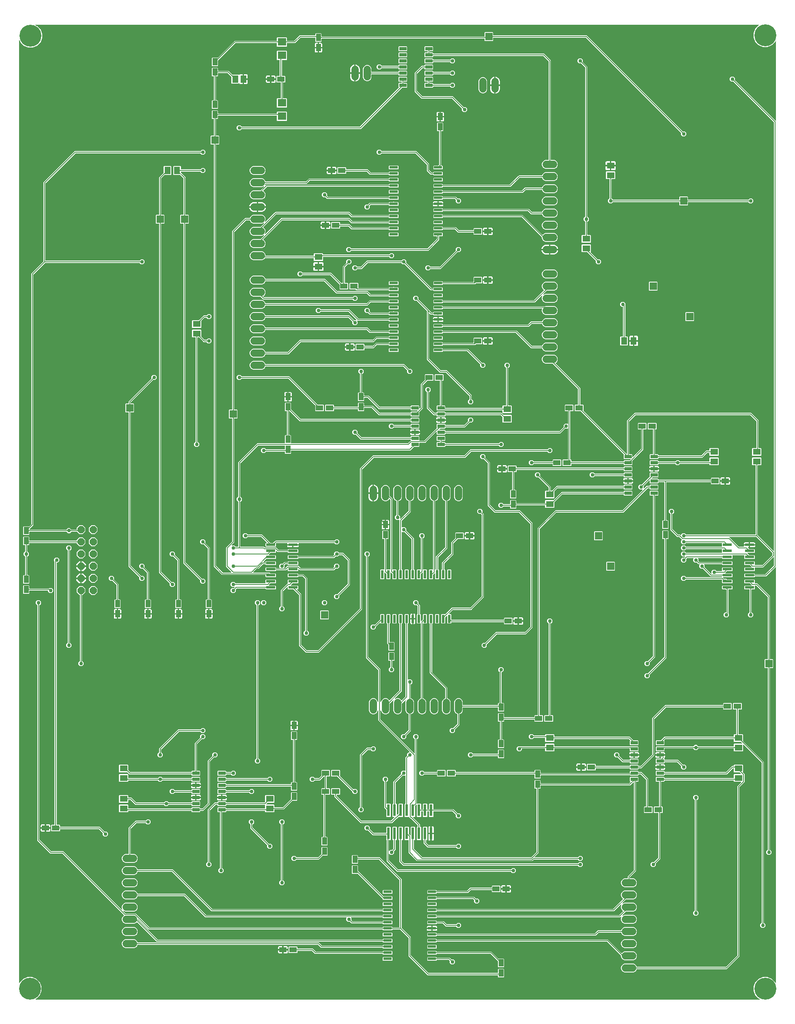
<source format=gbr>
G04 EAGLE Gerber X2 export*
%TF.Part,Single*%
%TF.FileFunction,Copper,L1,Top,Mixed*%
%TF.FilePolarity,Positive*%
%TF.GenerationSoftware,Autodesk,EAGLE,9.0.1*%
%TF.CreationDate,2019-04-22T21:04:02Z*%
G75*
%MOMM*%
%FSLAX34Y34*%
%LPD*%
%AMOC8*
5,1,8,0,0,1.08239X$1,22.5*%
G01*
%ADD10R,1.676400X0.508000*%
%ADD11R,1.600000X1.300000*%
%ADD12R,1.300000X1.600000*%
%ADD13R,1.000000X1.500000*%
%ADD14R,1.500000X1.000000*%
%ADD15R,0.508000X1.676400*%
%ADD16R,1.525000X0.650000*%
%ADD17P,1.649562X8X112.500000*%
%ADD18R,1.879600X0.508000*%
%ADD19R,0.609600X2.489200*%
%ADD20C,1.508000*%
%ADD21R,1.800000X1.600000*%
%ADD22R,1.300000X1.500000*%
%ADD23C,0.756400*%
%ADD24C,0.152400*%
%ADD25R,1.500000X1.500000*%
%ADD26C,4.572000*%

G36*
X1554916Y10176D02*
X1554916Y10176D01*
X1555013Y10186D01*
X1555037Y10196D01*
X1555063Y10200D01*
X1555148Y10246D01*
X1555238Y10286D01*
X1555257Y10303D01*
X1555280Y10316D01*
X1555347Y10386D01*
X1555419Y10452D01*
X1555431Y10475D01*
X1555449Y10494D01*
X1555490Y10582D01*
X1555537Y10668D01*
X1555542Y10693D01*
X1555553Y10717D01*
X1555564Y10814D01*
X1555581Y10910D01*
X1555577Y10936D01*
X1555580Y10961D01*
X1555559Y11057D01*
X1555545Y11153D01*
X1555533Y11176D01*
X1555528Y11202D01*
X1555478Y11285D01*
X1555434Y11372D01*
X1555415Y11391D01*
X1555402Y11413D01*
X1555328Y11476D01*
X1555258Y11544D01*
X1555229Y11560D01*
X1555215Y11573D01*
X1555184Y11585D01*
X1555111Y11625D01*
X1553367Y12348D01*
X1546508Y19207D01*
X1542795Y28170D01*
X1542795Y37870D01*
X1546508Y46833D01*
X1553367Y53692D01*
X1562330Y57405D01*
X1572030Y57405D01*
X1580993Y53692D01*
X1587852Y46833D01*
X1588375Y45572D01*
X1588426Y45489D01*
X1588472Y45403D01*
X1588491Y45385D01*
X1588504Y45363D01*
X1588579Y45301D01*
X1588650Y45234D01*
X1588674Y45223D01*
X1588694Y45206D01*
X1588785Y45171D01*
X1588873Y45130D01*
X1588899Y45127D01*
X1588923Y45118D01*
X1589021Y45114D01*
X1589117Y45103D01*
X1589143Y45108D01*
X1589169Y45107D01*
X1589263Y45134D01*
X1589358Y45155D01*
X1589380Y45169D01*
X1589405Y45176D01*
X1589485Y45231D01*
X1589569Y45281D01*
X1589586Y45301D01*
X1589607Y45316D01*
X1589666Y45394D01*
X1589729Y45468D01*
X1589739Y45492D01*
X1589754Y45513D01*
X1589784Y45606D01*
X1589821Y45696D01*
X1589824Y45729D01*
X1589830Y45747D01*
X1589830Y45780D01*
X1589839Y45863D01*
X1589839Y911668D01*
X1589828Y911738D01*
X1589826Y911810D01*
X1589808Y911859D01*
X1589800Y911910D01*
X1589766Y911974D01*
X1589741Y912041D01*
X1589709Y912082D01*
X1589684Y912128D01*
X1589633Y912177D01*
X1589588Y912233D01*
X1589544Y912261D01*
X1589506Y912297D01*
X1589441Y912327D01*
X1589381Y912366D01*
X1589330Y912379D01*
X1589283Y912401D01*
X1589212Y912409D01*
X1589142Y912426D01*
X1589090Y912422D01*
X1589039Y912428D01*
X1588968Y912413D01*
X1588897Y912407D01*
X1588849Y912387D01*
X1588798Y912376D01*
X1588737Y912339D01*
X1588671Y912311D01*
X1588615Y912266D01*
X1588587Y912249D01*
X1588572Y912232D01*
X1588540Y912206D01*
X1588224Y911890D01*
X1569397Y893063D01*
X1546098Y893063D01*
X1546078Y893060D01*
X1546059Y893062D01*
X1545957Y893040D01*
X1545855Y893024D01*
X1545838Y893014D01*
X1545818Y893010D01*
X1545729Y892957D01*
X1545638Y892908D01*
X1545624Y892894D01*
X1545607Y892884D01*
X1545540Y892805D01*
X1545468Y892730D01*
X1545460Y892712D01*
X1545447Y892697D01*
X1545408Y892601D01*
X1545365Y892507D01*
X1545363Y892487D01*
X1545355Y892469D01*
X1545337Y892302D01*
X1545337Y892178D01*
X1544444Y891285D01*
X1524384Y891285D01*
X1523491Y892178D01*
X1523491Y898522D01*
X1524384Y899415D01*
X1544444Y899415D01*
X1545337Y898522D01*
X1545337Y898398D01*
X1545340Y898378D01*
X1545338Y898359D01*
X1545360Y898257D01*
X1545376Y898155D01*
X1545386Y898138D01*
X1545390Y898118D01*
X1545443Y898029D01*
X1545492Y897938D01*
X1545506Y897924D01*
X1545516Y897907D01*
X1545595Y897840D01*
X1545670Y897768D01*
X1545688Y897760D01*
X1545703Y897747D01*
X1545799Y897708D01*
X1545893Y897665D01*
X1545913Y897663D01*
X1545931Y897655D01*
X1546098Y897637D01*
X1567187Y897637D01*
X1567278Y897651D01*
X1567368Y897659D01*
X1567398Y897671D01*
X1567430Y897676D01*
X1567511Y897719D01*
X1567595Y897755D01*
X1567627Y897781D01*
X1567648Y897792D01*
X1567670Y897815D01*
X1567726Y897860D01*
X1584990Y915124D01*
X1585043Y915198D01*
X1585103Y915268D01*
X1585115Y915298D01*
X1585134Y915324D01*
X1585161Y915411D01*
X1585195Y915496D01*
X1585199Y915537D01*
X1585206Y915559D01*
X1585205Y915591D01*
X1585213Y915663D01*
X1585213Y932442D01*
X1585202Y932512D01*
X1585200Y932584D01*
X1585182Y932633D01*
X1585174Y932684D01*
X1585140Y932748D01*
X1585115Y932815D01*
X1585083Y932856D01*
X1585058Y932902D01*
X1585006Y932951D01*
X1584962Y933007D01*
X1584918Y933035D01*
X1584880Y933071D01*
X1584815Y933101D01*
X1584755Y933140D01*
X1584704Y933153D01*
X1584657Y933175D01*
X1584586Y933183D01*
X1584516Y933200D01*
X1584464Y933196D01*
X1584413Y933202D01*
X1584342Y933187D01*
X1584271Y933181D01*
X1584223Y933161D01*
X1584172Y933150D01*
X1584111Y933113D01*
X1584045Y933085D01*
X1583989Y933040D01*
X1583961Y933023D01*
X1583946Y933006D01*
X1583914Y932980D01*
X1563047Y912113D01*
X1546098Y912113D01*
X1546078Y912110D01*
X1546059Y912112D01*
X1545957Y912090D01*
X1545855Y912074D01*
X1545838Y912064D01*
X1545818Y912060D01*
X1545729Y912007D01*
X1545638Y911958D01*
X1545624Y911944D01*
X1545607Y911934D01*
X1545540Y911855D01*
X1545468Y911780D01*
X1545460Y911762D01*
X1545447Y911747D01*
X1545408Y911651D01*
X1545365Y911557D01*
X1545363Y911537D01*
X1545355Y911519D01*
X1545337Y911352D01*
X1545337Y904878D01*
X1544444Y903985D01*
X1524384Y903985D01*
X1523491Y904878D01*
X1523491Y911222D01*
X1524384Y912115D01*
X1537978Y912115D01*
X1538048Y912126D01*
X1538120Y912128D01*
X1538169Y912146D01*
X1538220Y912154D01*
X1538284Y912188D01*
X1538351Y912213D01*
X1538392Y912245D01*
X1538438Y912270D01*
X1538487Y912322D01*
X1538543Y912366D01*
X1538571Y912410D01*
X1538607Y912448D01*
X1538637Y912513D01*
X1538676Y912573D01*
X1538689Y912624D01*
X1538711Y912671D01*
X1538719Y912742D01*
X1538736Y912812D01*
X1538732Y912864D01*
X1538738Y912915D01*
X1538723Y912986D01*
X1538717Y913057D01*
X1538697Y913105D01*
X1538686Y913156D01*
X1538649Y913217D01*
X1538621Y913283D01*
X1538576Y913339D01*
X1538559Y913367D01*
X1538542Y913382D01*
X1538516Y913414D01*
X1535468Y916462D01*
X1535394Y916515D01*
X1535324Y916575D01*
X1535294Y916587D01*
X1535268Y916606D01*
X1535181Y916633D01*
X1535096Y916667D01*
X1535055Y916671D01*
X1535033Y916678D01*
X1535001Y916677D01*
X1534929Y916685D01*
X1524384Y916685D01*
X1523491Y917578D01*
X1523491Y923922D01*
X1524384Y924815D01*
X1544444Y924815D01*
X1545337Y923922D01*
X1545337Y917448D01*
X1545340Y917428D01*
X1545338Y917409D01*
X1545360Y917307D01*
X1545376Y917205D01*
X1545386Y917188D01*
X1545390Y917168D01*
X1545443Y917079D01*
X1545492Y916988D01*
X1545506Y916974D01*
X1545516Y916957D01*
X1545595Y916890D01*
X1545670Y916818D01*
X1545688Y916810D01*
X1545703Y916797D01*
X1545799Y916758D01*
X1545893Y916715D01*
X1545913Y916713D01*
X1545931Y916705D01*
X1546098Y916687D01*
X1560837Y916687D01*
X1560928Y916701D01*
X1561018Y916709D01*
X1561048Y916721D01*
X1561080Y916726D01*
X1561161Y916769D01*
X1561245Y916805D01*
X1561277Y916831D01*
X1561298Y916842D01*
X1561320Y916865D01*
X1561376Y916910D01*
X1581942Y937476D01*
X1581995Y937550D01*
X1582055Y937620D01*
X1582067Y937650D01*
X1582086Y937676D01*
X1582113Y937763D01*
X1582147Y937848D01*
X1582151Y937889D01*
X1582158Y937911D01*
X1582157Y937943D01*
X1582165Y938015D01*
X1582165Y941585D01*
X1582151Y941676D01*
X1582143Y941766D01*
X1582131Y941796D01*
X1582126Y941828D01*
X1582083Y941909D01*
X1582047Y941993D01*
X1582021Y942025D01*
X1582010Y942046D01*
X1581987Y942068D01*
X1581942Y942124D01*
X1548676Y975390D01*
X1548602Y975443D01*
X1548532Y975503D01*
X1548502Y975515D01*
X1548476Y975534D01*
X1548389Y975561D01*
X1548304Y975595D01*
X1548263Y975599D01*
X1548241Y975606D01*
X1548209Y975605D01*
X1548137Y975613D01*
X1493258Y975613D01*
X1493188Y975602D01*
X1493116Y975600D01*
X1493067Y975582D01*
X1493016Y975574D01*
X1492952Y975540D01*
X1492885Y975515D01*
X1492844Y975483D01*
X1492798Y975458D01*
X1492749Y975407D01*
X1492693Y975362D01*
X1492665Y975318D01*
X1492629Y975280D01*
X1492599Y975215D01*
X1492560Y975155D01*
X1492547Y975104D01*
X1492525Y975057D01*
X1492517Y974986D01*
X1492500Y974916D01*
X1492504Y974864D01*
X1492498Y974813D01*
X1492513Y974742D01*
X1492519Y974671D01*
X1492539Y974623D01*
X1492550Y974572D01*
X1492587Y974511D01*
X1492615Y974445D01*
X1492660Y974389D01*
X1492677Y974361D01*
X1492694Y974346D01*
X1492720Y974314D01*
X1512024Y955010D01*
X1512098Y954957D01*
X1512168Y954897D01*
X1512198Y954885D01*
X1512224Y954866D01*
X1512311Y954839D01*
X1512396Y954805D01*
X1512437Y954801D01*
X1512459Y954794D01*
X1512491Y954795D01*
X1512562Y954787D01*
X1521802Y954787D01*
X1521918Y954806D01*
X1522037Y954824D01*
X1522040Y954826D01*
X1522044Y954826D01*
X1522149Y954882D01*
X1522255Y954937D01*
X1522258Y954940D01*
X1522262Y954942D01*
X1522343Y955027D01*
X1522427Y955113D01*
X1522428Y955117D01*
X1522431Y955120D01*
X1522481Y955227D01*
X1522533Y955335D01*
X1522533Y955339D01*
X1522535Y955343D01*
X1522548Y955461D01*
X1522562Y955579D01*
X1522562Y955584D01*
X1522562Y955587D01*
X1522559Y955601D01*
X1522537Y955745D01*
X1522475Y955976D01*
X1522475Y957581D01*
X1533145Y957581D01*
X1533145Y953769D01*
X1531866Y953769D01*
X1531796Y953758D01*
X1531724Y953756D01*
X1531675Y953738D01*
X1531624Y953730D01*
X1531560Y953696D01*
X1531493Y953671D01*
X1531452Y953639D01*
X1531406Y953614D01*
X1531357Y953562D01*
X1531301Y953518D01*
X1531273Y953474D01*
X1531237Y953436D01*
X1531207Y953371D01*
X1531168Y953311D01*
X1531155Y953260D01*
X1531133Y953213D01*
X1531125Y953142D01*
X1531108Y953072D01*
X1531112Y953020D01*
X1531106Y952969D01*
X1531121Y952898D01*
X1531127Y952827D01*
X1531147Y952779D01*
X1531158Y952728D01*
X1531195Y952667D01*
X1531223Y952601D01*
X1531268Y952545D01*
X1531285Y952517D01*
X1531302Y952502D01*
X1531328Y952470D01*
X1533360Y950438D01*
X1533434Y950385D01*
X1533504Y950325D01*
X1533534Y950313D01*
X1533560Y950294D01*
X1533647Y950267D01*
X1533732Y950233D01*
X1533773Y950229D01*
X1533795Y950222D01*
X1533827Y950223D01*
X1533899Y950215D01*
X1544444Y950215D01*
X1545337Y949322D01*
X1545337Y942978D01*
X1544444Y942085D01*
X1530850Y942085D01*
X1530780Y942074D01*
X1530708Y942072D01*
X1530659Y942054D01*
X1530608Y942046D01*
X1530544Y942012D01*
X1530477Y941987D01*
X1530436Y941955D01*
X1530390Y941930D01*
X1530341Y941879D01*
X1530285Y941834D01*
X1530257Y941790D01*
X1530221Y941752D01*
X1530191Y941687D01*
X1530152Y941627D01*
X1530139Y941576D01*
X1530117Y941529D01*
X1530109Y941458D01*
X1530092Y941388D01*
X1530096Y941336D01*
X1530090Y941285D01*
X1530105Y941214D01*
X1530111Y941143D01*
X1530131Y941095D01*
X1530142Y941044D01*
X1530179Y940983D01*
X1530207Y940917D01*
X1530252Y940861D01*
X1530269Y940833D01*
X1530286Y940818D01*
X1530312Y940786D01*
X1530574Y940524D01*
X1533360Y937738D01*
X1533434Y937685D01*
X1533504Y937625D01*
X1533534Y937613D01*
X1533560Y937594D01*
X1533647Y937567D01*
X1533732Y937533D01*
X1533773Y937529D01*
X1533795Y937522D01*
X1533827Y937523D01*
X1533899Y937515D01*
X1544444Y937515D01*
X1545337Y936622D01*
X1545337Y930278D01*
X1544444Y929385D01*
X1524384Y929385D01*
X1523491Y930278D01*
X1523491Y936752D01*
X1523488Y936772D01*
X1523490Y936791D01*
X1523468Y936893D01*
X1523452Y936995D01*
X1523442Y937012D01*
X1523438Y937032D01*
X1523385Y937121D01*
X1523336Y937212D01*
X1523322Y937226D01*
X1523312Y937243D01*
X1523233Y937310D01*
X1523158Y937382D01*
X1523140Y937390D01*
X1523125Y937403D01*
X1523029Y937442D01*
X1522935Y937485D01*
X1522915Y937487D01*
X1522897Y937495D01*
X1522730Y937513D01*
X1499870Y937513D01*
X1499850Y937510D01*
X1499831Y937512D01*
X1499729Y937490D01*
X1499627Y937474D01*
X1499610Y937464D01*
X1499590Y937460D01*
X1499501Y937407D01*
X1499410Y937358D01*
X1499396Y937344D01*
X1499379Y937334D01*
X1499312Y937255D01*
X1499240Y937180D01*
X1499232Y937162D01*
X1499219Y937147D01*
X1499180Y937051D01*
X1499137Y936957D01*
X1499135Y936937D01*
X1499127Y936919D01*
X1499109Y936752D01*
X1499109Y930278D01*
X1498216Y929385D01*
X1478156Y929385D01*
X1477263Y930278D01*
X1477263Y930402D01*
X1477260Y930422D01*
X1477262Y930441D01*
X1477240Y930543D01*
X1477224Y930645D01*
X1477214Y930662D01*
X1477210Y930682D01*
X1477157Y930771D01*
X1477108Y930862D01*
X1477094Y930876D01*
X1477084Y930893D01*
X1477005Y930960D01*
X1476930Y931032D01*
X1476912Y931040D01*
X1476897Y931053D01*
X1476801Y931092D01*
X1476707Y931135D01*
X1476687Y931137D01*
X1476669Y931145D01*
X1476502Y931163D01*
X1427679Y931163D01*
X1427609Y931152D01*
X1427537Y931150D01*
X1427488Y931132D01*
X1427437Y931124D01*
X1427373Y931090D01*
X1427306Y931065D01*
X1427265Y931033D01*
X1427219Y931008D01*
X1427170Y930956D01*
X1427114Y930912D01*
X1427086Y930868D01*
X1427050Y930830D01*
X1427020Y930765D01*
X1426981Y930705D01*
X1426968Y930654D01*
X1426946Y930607D01*
X1426938Y930536D01*
X1426921Y930466D01*
X1426925Y930414D01*
X1426919Y930363D01*
X1426934Y930292D01*
X1426940Y930221D01*
X1426960Y930173D01*
X1426971Y930122D01*
X1427008Y930061D01*
X1427036Y929995D01*
X1427081Y929939D01*
X1427098Y929911D01*
X1427115Y929896D01*
X1427141Y929864D01*
X1427707Y929298D01*
X1427707Y925343D01*
X1427721Y925252D01*
X1427729Y925162D01*
X1427741Y925132D01*
X1427746Y925100D01*
X1427789Y925019D01*
X1427825Y924935D01*
X1427851Y924903D01*
X1427862Y924882D01*
X1427885Y924860D01*
X1427930Y924804D01*
X1429474Y923260D01*
X1429548Y923207D01*
X1429618Y923147D01*
X1429648Y923135D01*
X1429674Y923116D01*
X1429761Y923089D01*
X1429846Y923055D01*
X1429887Y923051D01*
X1429909Y923044D01*
X1429941Y923045D01*
X1430013Y923037D01*
X1476502Y923037D01*
X1476522Y923040D01*
X1476541Y923038D01*
X1476643Y923060D01*
X1476745Y923076D01*
X1476762Y923086D01*
X1476782Y923090D01*
X1476871Y923143D01*
X1476962Y923192D01*
X1476976Y923206D01*
X1476993Y923216D01*
X1477060Y923295D01*
X1477132Y923370D01*
X1477140Y923388D01*
X1477153Y923403D01*
X1477192Y923499D01*
X1477235Y923593D01*
X1477237Y923613D01*
X1477245Y923631D01*
X1477263Y923798D01*
X1477263Y923922D01*
X1478156Y924815D01*
X1498216Y924815D01*
X1499109Y923922D01*
X1499109Y917578D01*
X1498216Y916685D01*
X1478156Y916685D01*
X1477263Y917578D01*
X1477263Y917702D01*
X1477260Y917722D01*
X1477262Y917741D01*
X1477240Y917843D01*
X1477224Y917945D01*
X1477214Y917962D01*
X1477210Y917982D01*
X1477157Y918071D01*
X1477108Y918162D01*
X1477094Y918176D01*
X1477084Y918193D01*
X1477005Y918260D01*
X1476930Y918332D01*
X1476912Y918340D01*
X1476897Y918353D01*
X1476801Y918392D01*
X1476707Y918435D01*
X1476687Y918437D01*
X1476669Y918445D01*
X1476502Y918463D01*
X1440379Y918463D01*
X1440309Y918452D01*
X1440237Y918450D01*
X1440188Y918432D01*
X1440137Y918424D01*
X1440073Y918390D01*
X1440006Y918365D01*
X1439965Y918333D01*
X1439919Y918308D01*
X1439870Y918256D01*
X1439814Y918212D01*
X1439786Y918168D01*
X1439750Y918130D01*
X1439720Y918065D01*
X1439681Y918005D01*
X1439668Y917954D01*
X1439646Y917907D01*
X1439638Y917836D01*
X1439621Y917766D01*
X1439625Y917714D01*
X1439619Y917663D01*
X1439634Y917592D01*
X1439640Y917521D01*
X1439660Y917473D01*
X1439671Y917422D01*
X1439708Y917361D01*
X1439736Y917295D01*
X1439781Y917239D01*
X1439798Y917211D01*
X1439815Y917196D01*
X1439841Y917164D01*
X1440407Y916598D01*
X1440407Y912643D01*
X1440421Y912552D01*
X1440429Y912462D01*
X1440441Y912432D01*
X1440446Y912400D01*
X1440489Y912319D01*
X1440525Y912235D01*
X1440551Y912203D01*
X1440562Y912182D01*
X1440585Y912160D01*
X1440630Y912104D01*
X1453894Y898840D01*
X1453952Y898798D01*
X1454004Y898749D01*
X1454051Y898727D01*
X1454093Y898697D01*
X1454162Y898676D01*
X1454227Y898645D01*
X1454279Y898640D01*
X1454329Y898624D01*
X1454400Y898626D01*
X1454471Y898618D01*
X1454522Y898629D01*
X1454574Y898631D01*
X1454642Y898655D01*
X1454712Y898670D01*
X1454757Y898697D01*
X1454805Y898715D01*
X1454861Y898760D01*
X1454923Y898797D01*
X1454957Y898836D01*
X1454997Y898869D01*
X1455036Y898929D01*
X1455083Y898984D01*
X1455102Y899032D01*
X1455130Y899076D01*
X1455148Y899145D01*
X1455175Y899212D01*
X1455183Y899283D01*
X1455191Y899314D01*
X1455189Y899338D01*
X1455193Y899378D01*
X1455193Y903898D01*
X1458302Y907007D01*
X1462698Y907007D01*
X1465495Y904210D01*
X1465569Y904157D01*
X1465639Y904097D01*
X1465669Y904085D01*
X1465695Y904066D01*
X1465782Y904039D01*
X1465867Y904005D01*
X1465908Y904001D01*
X1465930Y903994D01*
X1465962Y903995D01*
X1466033Y903987D01*
X1476502Y903987D01*
X1476522Y903990D01*
X1476541Y903988D01*
X1476643Y904010D01*
X1476745Y904026D01*
X1476762Y904036D01*
X1476782Y904040D01*
X1476871Y904093D01*
X1476962Y904142D01*
X1476976Y904156D01*
X1476993Y904166D01*
X1477060Y904245D01*
X1477132Y904320D01*
X1477140Y904338D01*
X1477153Y904353D01*
X1477192Y904449D01*
X1477235Y904543D01*
X1477237Y904563D01*
X1477245Y904581D01*
X1477263Y904748D01*
X1477263Y911222D01*
X1478156Y912115D01*
X1498216Y912115D01*
X1499109Y911222D01*
X1499109Y904878D01*
X1498216Y903985D01*
X1487671Y903985D01*
X1487580Y903971D01*
X1487490Y903963D01*
X1487460Y903951D01*
X1487428Y903946D01*
X1487347Y903903D01*
X1487263Y903867D01*
X1487231Y903841D01*
X1487210Y903830D01*
X1487188Y903807D01*
X1487132Y903762D01*
X1484084Y900714D01*
X1484042Y900656D01*
X1483993Y900604D01*
X1483971Y900557D01*
X1483941Y900515D01*
X1483920Y900446D01*
X1483889Y900381D01*
X1483884Y900329D01*
X1483868Y900279D01*
X1483870Y900208D01*
X1483862Y900137D01*
X1483873Y900086D01*
X1483875Y900034D01*
X1483899Y899966D01*
X1483914Y899896D01*
X1483941Y899851D01*
X1483959Y899803D01*
X1484004Y899747D01*
X1484041Y899685D01*
X1484080Y899651D01*
X1484113Y899611D01*
X1484173Y899572D01*
X1484228Y899525D01*
X1484276Y899506D01*
X1484320Y899478D01*
X1484389Y899460D01*
X1484456Y899433D01*
X1484527Y899425D01*
X1484558Y899417D01*
X1484582Y899419D01*
X1484622Y899415D01*
X1498216Y899415D01*
X1499109Y898522D01*
X1499109Y892178D01*
X1498216Y891285D01*
X1480312Y891285D01*
X1480241Y891274D01*
X1480169Y891272D01*
X1480120Y891254D01*
X1480069Y891246D01*
X1480006Y891212D01*
X1479938Y891187D01*
X1479898Y891155D01*
X1479852Y891130D01*
X1479802Y891078D01*
X1479746Y891034D01*
X1479718Y890990D01*
X1479682Y890952D01*
X1479652Y890887D01*
X1479613Y890827D01*
X1479601Y890776D01*
X1479579Y890729D01*
X1479571Y890658D01*
X1479553Y890588D01*
X1479557Y890536D01*
X1479552Y890485D01*
X1479567Y890414D01*
X1479572Y890343D01*
X1479593Y890295D01*
X1479604Y890244D01*
X1479641Y890183D01*
X1479669Y890117D01*
X1479714Y890061D01*
X1479730Y890033D01*
X1479748Y890018D01*
X1479774Y889986D01*
X1481298Y888462D01*
X1481372Y888409D01*
X1481441Y888349D01*
X1481471Y888337D01*
X1481497Y888318D01*
X1481585Y888291D01*
X1481669Y888257D01*
X1481710Y888253D01*
X1481732Y888246D01*
X1481765Y888247D01*
X1481836Y888239D01*
X1485831Y888239D01*
X1487132Y886938D01*
X1487206Y886885D01*
X1487276Y886825D01*
X1487306Y886813D01*
X1487332Y886794D01*
X1487419Y886767D01*
X1487504Y886733D01*
X1487545Y886729D01*
X1487567Y886722D01*
X1487599Y886723D01*
X1487671Y886715D01*
X1498216Y886715D01*
X1499109Y885822D01*
X1499109Y879478D01*
X1498216Y878585D01*
X1478156Y878585D01*
X1477263Y879478D01*
X1477263Y885713D01*
X1477249Y885803D01*
X1477241Y885894D01*
X1477229Y885924D01*
X1477224Y885956D01*
X1477181Y886036D01*
X1477145Y886120D01*
X1477119Y886152D01*
X1477108Y886173D01*
X1477085Y886195D01*
X1477040Y886251D01*
X1476801Y886490D01*
X1476727Y886543D01*
X1476658Y886603D01*
X1476628Y886615D01*
X1476601Y886634D01*
X1476515Y886661D01*
X1476430Y886695D01*
X1476389Y886699D01*
X1476366Y886706D01*
X1476334Y886705D01*
X1476263Y886713D01*
X1402533Y886713D01*
X1402443Y886699D01*
X1402352Y886691D01*
X1402323Y886679D01*
X1402291Y886674D01*
X1402210Y886631D01*
X1402126Y886595D01*
X1402094Y886569D01*
X1402073Y886558D01*
X1402051Y886535D01*
X1401995Y886490D01*
X1399198Y883693D01*
X1394802Y883693D01*
X1391693Y886802D01*
X1391693Y891198D01*
X1394802Y894307D01*
X1399198Y894307D01*
X1401995Y891510D01*
X1402069Y891457D01*
X1402139Y891397D01*
X1402169Y891385D01*
X1402195Y891366D01*
X1402282Y891339D01*
X1402367Y891305D01*
X1402408Y891301D01*
X1402430Y891294D01*
X1402462Y891295D01*
X1402533Y891287D01*
X1476502Y891287D01*
X1476522Y891290D01*
X1476541Y891288D01*
X1476643Y891310D01*
X1476745Y891326D01*
X1476762Y891336D01*
X1476782Y891340D01*
X1476871Y891393D01*
X1476962Y891442D01*
X1476976Y891456D01*
X1476993Y891466D01*
X1477060Y891545D01*
X1477132Y891620D01*
X1477140Y891638D01*
X1477153Y891653D01*
X1477192Y891749D01*
X1477235Y891843D01*
X1477237Y891863D01*
X1477245Y891881D01*
X1477263Y892048D01*
X1477263Y892302D01*
X1477260Y892322D01*
X1477262Y892341D01*
X1477240Y892443D01*
X1477224Y892545D01*
X1477214Y892562D01*
X1477210Y892582D01*
X1477157Y892671D01*
X1477108Y892762D01*
X1477094Y892776D01*
X1477084Y892793D01*
X1477005Y892860D01*
X1476930Y892932D01*
X1476912Y892940D01*
X1476897Y892953D01*
X1476801Y892992D01*
X1476707Y893035D01*
X1476687Y893037D01*
X1476669Y893045D01*
X1476502Y893063D01*
X1453203Y893063D01*
X1437396Y908870D01*
X1437322Y908923D01*
X1437252Y908983D01*
X1437222Y908995D01*
X1437196Y909014D01*
X1437109Y909041D01*
X1437024Y909075D01*
X1436983Y909079D01*
X1436961Y909086D01*
X1436929Y909085D01*
X1436857Y909093D01*
X1432902Y909093D01*
X1429793Y912202D01*
X1429793Y916598D01*
X1430359Y917164D01*
X1430401Y917222D01*
X1430450Y917274D01*
X1430472Y917321D01*
X1430502Y917363D01*
X1430524Y917432D01*
X1430554Y917497D01*
X1430559Y917549D01*
X1430575Y917599D01*
X1430573Y917670D01*
X1430581Y917741D01*
X1430570Y917792D01*
X1430568Y917844D01*
X1430544Y917912D01*
X1430529Y917982D01*
X1430502Y918027D01*
X1430484Y918075D01*
X1430439Y918131D01*
X1430402Y918193D01*
X1430363Y918227D01*
X1430330Y918267D01*
X1430270Y918306D01*
X1430215Y918353D01*
X1430167Y918372D01*
X1430123Y918400D01*
X1430054Y918418D01*
X1429987Y918445D01*
X1429916Y918453D01*
X1429885Y918461D01*
X1429862Y918459D01*
X1429821Y918463D01*
X1427803Y918463D01*
X1424696Y921570D01*
X1424622Y921623D01*
X1424552Y921683D01*
X1424522Y921695D01*
X1424496Y921714D01*
X1424409Y921741D01*
X1424324Y921775D01*
X1424283Y921779D01*
X1424261Y921786D01*
X1424229Y921785D01*
X1424157Y921793D01*
X1420202Y921793D01*
X1417093Y924902D01*
X1417093Y929298D01*
X1417659Y929864D01*
X1417701Y929922D01*
X1417750Y929974D01*
X1417772Y930021D01*
X1417802Y930063D01*
X1417824Y930132D01*
X1417854Y930197D01*
X1417859Y930249D01*
X1417875Y930299D01*
X1417873Y930370D01*
X1417881Y930441D01*
X1417870Y930492D01*
X1417868Y930544D01*
X1417844Y930612D01*
X1417829Y930682D01*
X1417802Y930727D01*
X1417784Y930775D01*
X1417739Y930831D01*
X1417702Y930893D01*
X1417663Y930927D01*
X1417630Y930967D01*
X1417570Y931006D01*
X1417515Y931053D01*
X1417467Y931072D01*
X1417423Y931100D01*
X1417354Y931118D01*
X1417287Y931145D01*
X1417216Y931153D01*
X1417185Y931161D01*
X1417162Y931159D01*
X1417121Y931163D01*
X1404613Y931163D01*
X1404522Y931149D01*
X1404432Y931141D01*
X1404402Y931129D01*
X1404370Y931124D01*
X1404289Y931081D01*
X1404205Y931045D01*
X1404173Y931019D01*
X1404152Y931008D01*
X1404130Y930985D01*
X1404074Y930940D01*
X1402530Y929396D01*
X1402477Y929322D01*
X1402417Y929252D01*
X1402405Y929222D01*
X1402386Y929196D01*
X1402359Y929109D01*
X1402325Y929024D01*
X1402321Y928983D01*
X1402314Y928961D01*
X1402315Y928929D01*
X1402307Y928857D01*
X1402307Y924902D01*
X1399198Y921793D01*
X1394802Y921793D01*
X1391693Y924902D01*
X1391693Y929298D01*
X1394802Y932407D01*
X1398757Y932407D01*
X1398847Y932421D01*
X1398938Y932429D01*
X1398968Y932441D01*
X1399000Y932446D01*
X1399081Y932489D01*
X1399165Y932525D01*
X1399197Y932551D01*
X1399218Y932562D01*
X1399240Y932585D01*
X1399296Y932630D01*
X1399860Y933194D01*
X1399902Y933252D01*
X1399951Y933304D01*
X1399973Y933351D01*
X1400003Y933393D01*
X1400024Y933462D01*
X1400055Y933527D01*
X1400060Y933579D01*
X1400076Y933629D01*
X1400074Y933700D01*
X1400082Y933771D01*
X1400071Y933822D01*
X1400069Y933874D01*
X1400045Y933942D01*
X1400030Y934012D01*
X1400003Y934057D01*
X1399985Y934105D01*
X1399940Y934161D01*
X1399903Y934223D01*
X1399864Y934257D01*
X1399831Y934297D01*
X1399771Y934336D01*
X1399716Y934383D01*
X1399668Y934402D01*
X1399624Y934430D01*
X1399555Y934448D01*
X1399488Y934475D01*
X1399417Y934483D01*
X1399386Y934491D01*
X1399362Y934489D01*
X1399322Y934493D01*
X1394802Y934493D01*
X1391693Y937602D01*
X1391693Y941998D01*
X1394802Y945107D01*
X1399198Y945107D01*
X1401995Y942310D01*
X1402069Y942257D01*
X1402139Y942197D01*
X1402169Y942185D01*
X1402195Y942166D01*
X1402282Y942139D01*
X1402367Y942105D01*
X1402408Y942101D01*
X1402430Y942094D01*
X1402462Y942095D01*
X1402533Y942087D01*
X1476502Y942087D01*
X1476522Y942090D01*
X1476541Y942088D01*
X1476643Y942110D01*
X1476745Y942126D01*
X1476762Y942136D01*
X1476782Y942140D01*
X1476871Y942193D01*
X1476962Y942242D01*
X1476976Y942256D01*
X1476993Y942266D01*
X1477060Y942345D01*
X1477132Y942420D01*
X1477140Y942438D01*
X1477153Y942453D01*
X1477192Y942549D01*
X1477235Y942643D01*
X1477237Y942663D01*
X1477245Y942681D01*
X1477263Y942848D01*
X1477263Y949452D01*
X1477260Y949472D01*
X1477262Y949491D01*
X1477240Y949593D01*
X1477224Y949695D01*
X1477214Y949712D01*
X1477210Y949732D01*
X1477157Y949821D01*
X1477108Y949912D01*
X1477094Y949926D01*
X1477084Y949943D01*
X1477005Y950010D01*
X1476930Y950082D01*
X1476912Y950090D01*
X1476897Y950103D01*
X1476801Y950142D01*
X1476707Y950185D01*
X1476687Y950187D01*
X1476669Y950195D01*
X1476502Y950213D01*
X1402533Y950213D01*
X1402443Y950199D01*
X1402352Y950191D01*
X1402323Y950179D01*
X1402291Y950174D01*
X1402210Y950131D01*
X1402126Y950095D01*
X1402094Y950069D01*
X1402073Y950058D01*
X1402051Y950035D01*
X1401995Y949990D01*
X1399198Y947193D01*
X1394802Y947193D01*
X1391693Y950302D01*
X1391693Y954698D01*
X1394802Y957807D01*
X1399198Y957807D01*
X1401995Y955010D01*
X1402069Y954957D01*
X1402139Y954897D01*
X1402169Y954885D01*
X1402195Y954866D01*
X1402282Y954839D01*
X1402367Y954805D01*
X1402408Y954801D01*
X1402430Y954794D01*
X1402462Y954795D01*
X1402533Y954787D01*
X1476502Y954787D01*
X1476522Y954790D01*
X1476541Y954788D01*
X1476643Y954810D01*
X1476745Y954826D01*
X1476762Y954836D01*
X1476782Y954840D01*
X1476871Y954893D01*
X1476962Y954942D01*
X1476976Y954956D01*
X1476993Y954966D01*
X1477060Y955045D01*
X1477132Y955120D01*
X1477140Y955138D01*
X1477153Y955153D01*
X1477192Y955249D01*
X1477235Y955343D01*
X1477237Y955363D01*
X1477245Y955381D01*
X1477263Y955548D01*
X1477263Y962152D01*
X1477260Y962172D01*
X1477262Y962191D01*
X1477240Y962293D01*
X1477224Y962395D01*
X1477214Y962412D01*
X1477210Y962432D01*
X1477157Y962521D01*
X1477108Y962612D01*
X1477094Y962626D01*
X1477084Y962643D01*
X1477005Y962710D01*
X1476930Y962782D01*
X1476912Y962790D01*
X1476897Y962803D01*
X1476801Y962842D01*
X1476707Y962885D01*
X1476687Y962887D01*
X1476669Y962895D01*
X1476502Y962913D01*
X1402533Y962913D01*
X1402443Y962899D01*
X1402352Y962891D01*
X1402323Y962879D01*
X1402291Y962874D01*
X1402210Y962831D01*
X1402126Y962795D01*
X1402094Y962769D01*
X1402073Y962758D01*
X1402051Y962735D01*
X1401995Y962690D01*
X1399198Y959893D01*
X1394802Y959893D01*
X1391693Y963002D01*
X1391693Y967398D01*
X1393152Y968856D01*
X1393163Y968873D01*
X1393179Y968885D01*
X1393235Y968972D01*
X1393295Y969056D01*
X1393301Y969075D01*
X1393312Y969092D01*
X1393337Y969192D01*
X1393367Y969291D01*
X1393367Y969311D01*
X1393372Y969331D01*
X1393364Y969433D01*
X1393361Y969537D01*
X1393354Y969556D01*
X1393353Y969576D01*
X1393312Y969671D01*
X1393277Y969768D01*
X1393264Y969784D01*
X1393256Y969802D01*
X1393152Y969933D01*
X1391977Y971108D01*
X1387694Y975390D01*
X1387620Y975443D01*
X1387551Y975503D01*
X1387521Y975515D01*
X1387495Y975534D01*
X1387407Y975561D01*
X1387323Y975595D01*
X1387282Y975599D01*
X1387259Y975606D01*
X1387227Y975605D01*
X1387156Y975613D01*
X1383353Y975613D01*
X1369313Y989653D01*
X1369313Y1023167D01*
X1369299Y1023257D01*
X1369291Y1023348D01*
X1369279Y1023377D01*
X1369274Y1023409D01*
X1369231Y1023490D01*
X1369195Y1023574D01*
X1369169Y1023606D01*
X1369158Y1023627D01*
X1369135Y1023649D01*
X1369090Y1023705D01*
X1366293Y1026502D01*
X1366293Y1030898D01*
X1369402Y1034007D01*
X1373798Y1034007D01*
X1376907Y1030898D01*
X1376907Y1026502D01*
X1374110Y1023705D01*
X1374057Y1023631D01*
X1373997Y1023561D01*
X1373985Y1023531D01*
X1373966Y1023505D01*
X1373939Y1023418D01*
X1373905Y1023333D01*
X1373901Y1023292D01*
X1373894Y1023270D01*
X1373895Y1023238D01*
X1373887Y1023167D01*
X1373887Y991863D01*
X1373901Y991772D01*
X1373909Y991682D01*
X1373921Y991652D01*
X1373926Y991620D01*
X1373969Y991539D01*
X1374005Y991455D01*
X1374031Y991423D01*
X1374042Y991402D01*
X1374065Y991380D01*
X1374110Y991324D01*
X1385024Y980410D01*
X1385098Y980357D01*
X1385168Y980297D01*
X1385198Y980285D01*
X1385224Y980266D01*
X1385311Y980239D01*
X1385396Y980205D01*
X1385437Y980201D01*
X1385459Y980194D01*
X1385491Y980195D01*
X1385563Y980187D01*
X1389366Y980187D01*
X1390394Y979159D01*
X1390452Y979117D01*
X1390504Y979067D01*
X1390551Y979046D01*
X1390593Y979015D01*
X1390662Y978994D01*
X1390727Y978964D01*
X1390779Y978958D01*
X1390829Y978943D01*
X1390900Y978945D01*
X1390971Y978937D01*
X1391022Y978948D01*
X1391074Y978949D01*
X1391142Y978974D01*
X1391212Y978989D01*
X1391257Y979016D01*
X1391305Y979034D01*
X1391361Y979078D01*
X1391423Y979115D01*
X1391457Y979155D01*
X1391497Y979187D01*
X1391536Y979248D01*
X1391583Y979302D01*
X1391602Y979350D01*
X1391630Y979394D01*
X1391648Y979464D01*
X1391675Y979530D01*
X1391683Y979602D01*
X1391691Y979633D01*
X1391689Y979656D01*
X1391693Y979697D01*
X1391693Y980098D01*
X1394802Y983207D01*
X1399198Y983207D01*
X1401995Y980410D01*
X1402069Y980357D01*
X1402139Y980297D01*
X1402169Y980285D01*
X1402195Y980266D01*
X1402282Y980239D01*
X1402367Y980205D01*
X1402408Y980201D01*
X1402430Y980194D01*
X1402462Y980195D01*
X1402533Y980187D01*
X1546352Y980187D01*
X1546372Y980190D01*
X1546391Y980188D01*
X1546493Y980210D01*
X1546595Y980226D01*
X1546612Y980236D01*
X1546632Y980240D01*
X1546721Y980293D01*
X1546812Y980342D01*
X1546826Y980356D01*
X1546843Y980366D01*
X1546910Y980445D01*
X1546982Y980520D01*
X1546990Y980538D01*
X1547003Y980553D01*
X1547042Y980649D01*
X1547085Y980743D01*
X1547087Y980763D01*
X1547095Y980781D01*
X1547113Y980948D01*
X1547113Y1124214D01*
X1547110Y1124234D01*
X1547112Y1124253D01*
X1547090Y1124355D01*
X1547074Y1124457D01*
X1547064Y1124474D01*
X1547060Y1124494D01*
X1547007Y1124583D01*
X1546958Y1124674D01*
X1546944Y1124688D01*
X1546934Y1124705D01*
X1546855Y1124772D01*
X1546780Y1124844D01*
X1546762Y1124852D01*
X1546747Y1124865D01*
X1546651Y1124904D01*
X1546557Y1124947D01*
X1546537Y1124949D01*
X1546519Y1124957D01*
X1546352Y1124975D01*
X1540768Y1124975D01*
X1539875Y1125868D01*
X1539875Y1140132D01*
X1540768Y1141025D01*
X1558032Y1141025D01*
X1558925Y1140132D01*
X1558925Y1125868D01*
X1558032Y1124975D01*
X1552448Y1124975D01*
X1552428Y1124972D01*
X1552409Y1124974D01*
X1552307Y1124952D01*
X1552205Y1124936D01*
X1552188Y1124926D01*
X1552168Y1124922D01*
X1552079Y1124869D01*
X1551988Y1124820D01*
X1551974Y1124806D01*
X1551957Y1124796D01*
X1551890Y1124717D01*
X1551818Y1124642D01*
X1551810Y1124624D01*
X1551797Y1124609D01*
X1551758Y1124513D01*
X1551715Y1124419D01*
X1551713Y1124399D01*
X1551705Y1124381D01*
X1551687Y1124214D01*
X1551687Y979163D01*
X1551701Y979072D01*
X1551709Y978982D01*
X1551721Y978952D01*
X1551726Y978920D01*
X1551769Y978839D01*
X1551805Y978755D01*
X1551831Y978723D01*
X1551842Y978702D01*
X1551865Y978680D01*
X1551910Y978624D01*
X1583914Y946620D01*
X1583972Y946578D01*
X1584024Y946529D01*
X1584071Y946507D01*
X1584113Y946477D01*
X1584182Y946456D01*
X1584247Y946425D01*
X1584299Y946420D01*
X1584349Y946404D01*
X1584420Y946406D01*
X1584491Y946398D01*
X1584542Y946409D01*
X1584594Y946411D01*
X1584662Y946435D01*
X1584732Y946450D01*
X1584777Y946477D01*
X1584825Y946495D01*
X1584881Y946540D01*
X1584943Y946577D01*
X1584977Y946616D01*
X1585017Y946649D01*
X1585056Y946709D01*
X1585103Y946764D01*
X1585122Y946812D01*
X1585150Y946856D01*
X1585168Y946925D01*
X1585195Y946992D01*
X1585203Y947063D01*
X1585211Y947094D01*
X1585209Y947118D01*
X1585213Y947158D01*
X1585213Y1840237D01*
X1585212Y1840244D01*
X1585212Y1840245D01*
X1585211Y1840250D01*
X1585199Y1840328D01*
X1585191Y1840418D01*
X1585179Y1840448D01*
X1585174Y1840480D01*
X1585131Y1840561D01*
X1585095Y1840645D01*
X1585069Y1840677D01*
X1585058Y1840698D01*
X1585035Y1840720D01*
X1584990Y1840776D01*
X1500896Y1924870D01*
X1500822Y1924923D01*
X1500752Y1924983D01*
X1500722Y1924995D01*
X1500696Y1925014D01*
X1500609Y1925041D01*
X1500524Y1925075D01*
X1500483Y1925079D01*
X1500461Y1925086D01*
X1500429Y1925085D01*
X1500357Y1925093D01*
X1496402Y1925093D01*
X1493293Y1928202D01*
X1493293Y1932598D01*
X1496402Y1935707D01*
X1500798Y1935707D01*
X1503907Y1932598D01*
X1503907Y1928643D01*
X1503921Y1928552D01*
X1503929Y1928462D01*
X1503941Y1928432D01*
X1503946Y1928400D01*
X1503989Y1928319D01*
X1504025Y1928235D01*
X1504051Y1928203D01*
X1504062Y1928182D01*
X1504085Y1928160D01*
X1504130Y1928104D01*
X1588224Y1844010D01*
X1588540Y1843694D01*
X1588598Y1843652D01*
X1588650Y1843603D01*
X1588697Y1843581D01*
X1588739Y1843551D01*
X1588808Y1843530D01*
X1588873Y1843499D01*
X1588925Y1843494D01*
X1588975Y1843478D01*
X1589046Y1843480D01*
X1589117Y1843472D01*
X1589168Y1843483D01*
X1589220Y1843485D01*
X1589288Y1843509D01*
X1589358Y1843524D01*
X1589403Y1843551D01*
X1589451Y1843569D01*
X1589507Y1843614D01*
X1589569Y1843651D01*
X1589603Y1843690D01*
X1589643Y1843723D01*
X1589682Y1843783D01*
X1589729Y1843838D01*
X1589748Y1843886D01*
X1589776Y1843930D01*
X1589794Y1843999D01*
X1589821Y1844066D01*
X1589829Y1844137D01*
X1589837Y1844168D01*
X1589835Y1844192D01*
X1589839Y1844232D01*
X1589839Y2008997D01*
X1589824Y2009093D01*
X1589814Y2009190D01*
X1589804Y2009214D01*
X1589800Y2009240D01*
X1589754Y2009326D01*
X1589714Y2009415D01*
X1589697Y2009434D01*
X1589684Y2009457D01*
X1589614Y2009524D01*
X1589548Y2009596D01*
X1589525Y2009608D01*
X1589506Y2009626D01*
X1589418Y2009667D01*
X1589332Y2009714D01*
X1589307Y2009719D01*
X1589283Y2009730D01*
X1589186Y2009741D01*
X1589090Y2009758D01*
X1589064Y2009754D01*
X1589039Y2009757D01*
X1588943Y2009736D01*
X1588847Y2009722D01*
X1588824Y2009710D01*
X1588798Y2009705D01*
X1588715Y2009655D01*
X1588628Y2009611D01*
X1588609Y2009592D01*
X1588587Y2009579D01*
X1588524Y2009505D01*
X1588456Y2009435D01*
X1588440Y2009407D01*
X1588427Y2009392D01*
X1588415Y2009361D01*
X1588375Y2009288D01*
X1587852Y2008027D01*
X1580993Y2001168D01*
X1572030Y1997455D01*
X1562330Y1997455D01*
X1553367Y2001168D01*
X1546508Y2008027D01*
X1542795Y2016990D01*
X1542795Y2026690D01*
X1546508Y2035653D01*
X1553405Y2042550D01*
X1553445Y2042572D01*
X1553463Y2042590D01*
X1553485Y2042604D01*
X1553547Y2042679D01*
X1553614Y2042750D01*
X1553625Y2042773D01*
X1553642Y2042793D01*
X1553677Y2042885D01*
X1553718Y2042973D01*
X1553721Y2042999D01*
X1553730Y2043023D01*
X1553734Y2043121D01*
X1553745Y2043217D01*
X1553740Y2043243D01*
X1553741Y2043269D01*
X1553714Y2043362D01*
X1553693Y2043458D01*
X1553680Y2043480D01*
X1553672Y2043505D01*
X1553617Y2043585D01*
X1553567Y2043669D01*
X1553547Y2043686D01*
X1553532Y2043707D01*
X1553454Y2043765D01*
X1553380Y2043829D01*
X1553356Y2043839D01*
X1553335Y2043854D01*
X1553242Y2043884D01*
X1553152Y2043921D01*
X1553119Y2043924D01*
X1553101Y2043930D01*
X1553068Y2043930D01*
X1552985Y2043939D01*
X45419Y2043939D01*
X45323Y2043924D01*
X45226Y2043914D01*
X45202Y2043904D01*
X45176Y2043900D01*
X45090Y2043854D01*
X45001Y2043814D01*
X44982Y2043797D01*
X44959Y2043784D01*
X44892Y2043714D01*
X44820Y2043648D01*
X44808Y2043625D01*
X44789Y2043606D01*
X44748Y2043518D01*
X44702Y2043432D01*
X44697Y2043407D01*
X44686Y2043383D01*
X44675Y2043286D01*
X44658Y2043190D01*
X44662Y2043164D01*
X44659Y2043139D01*
X44679Y2043043D01*
X44694Y2042947D01*
X44705Y2042924D01*
X44711Y2042898D01*
X44761Y2042815D01*
X44805Y2042728D01*
X44824Y2042709D01*
X44837Y2042687D01*
X44911Y2042624D01*
X44981Y2042556D01*
X45009Y2042540D01*
X45024Y2042527D01*
X45055Y2042515D01*
X45128Y2042475D01*
X48103Y2041242D01*
X54962Y2034383D01*
X58675Y2025420D01*
X58675Y2015720D01*
X54962Y2006757D01*
X48103Y1999898D01*
X39140Y1996185D01*
X29440Y1996185D01*
X20477Y1999898D01*
X13618Y2006757D01*
X11625Y2011567D01*
X11574Y2011650D01*
X11528Y2011736D01*
X11509Y2011754D01*
X11496Y2011776D01*
X11421Y2011838D01*
X11350Y2011905D01*
X11326Y2011916D01*
X11306Y2011933D01*
X11215Y2011968D01*
X11127Y2012009D01*
X11101Y2012012D01*
X11077Y2012021D01*
X10979Y2012025D01*
X10883Y2012036D01*
X10857Y2012031D01*
X10831Y2012032D01*
X10737Y2012004D01*
X10642Y2011984D01*
X10620Y2011970D01*
X10595Y2011963D01*
X10515Y2011908D01*
X10431Y2011858D01*
X10414Y2011838D01*
X10393Y2011823D01*
X10334Y2011745D01*
X10271Y2011671D01*
X10261Y2011646D01*
X10246Y2011625D01*
X10216Y2011533D01*
X10179Y2011443D01*
X10176Y2011410D01*
X10170Y2011392D01*
X10170Y2011359D01*
X10161Y2011276D01*
X10161Y45380D01*
X10176Y45284D01*
X10186Y45187D01*
X10196Y45163D01*
X10200Y45137D01*
X10246Y45052D01*
X10286Y44962D01*
X10303Y44943D01*
X10316Y44920D01*
X10386Y44853D01*
X10452Y44781D01*
X10475Y44769D01*
X10494Y44751D01*
X10582Y44710D01*
X10668Y44663D01*
X10693Y44658D01*
X10717Y44647D01*
X10814Y44636D01*
X10910Y44619D01*
X10936Y44623D01*
X10961Y44620D01*
X11057Y44641D01*
X11153Y44655D01*
X11176Y44667D01*
X11202Y44672D01*
X11285Y44722D01*
X11372Y44766D01*
X11391Y44785D01*
X11413Y44798D01*
X11476Y44872D01*
X11544Y44942D01*
X11560Y44971D01*
X11573Y44985D01*
X11585Y45016D01*
X11625Y45089D01*
X12348Y46833D01*
X19207Y53692D01*
X28170Y57405D01*
X37870Y57405D01*
X46833Y53692D01*
X53692Y46833D01*
X57405Y37870D01*
X57405Y28170D01*
X53692Y19207D01*
X46833Y12348D01*
X45089Y11625D01*
X45006Y11574D01*
X44920Y11528D01*
X44902Y11510D01*
X44880Y11496D01*
X44818Y11420D01*
X44751Y11350D01*
X44740Y11326D01*
X44723Y11306D01*
X44688Y11215D01*
X44647Y11127D01*
X44644Y11101D01*
X44635Y11077D01*
X44631Y10979D01*
X44620Y10883D01*
X44626Y10857D01*
X44624Y10831D01*
X44652Y10737D01*
X44672Y10642D01*
X44686Y10620D01*
X44693Y10595D01*
X44748Y10515D01*
X44798Y10431D01*
X44818Y10414D01*
X44833Y10393D01*
X44911Y10334D01*
X44985Y10271D01*
X45010Y10261D01*
X45031Y10246D01*
X45123Y10216D01*
X45214Y10179D01*
X45246Y10176D01*
X45264Y10170D01*
X45298Y10170D01*
X45380Y10161D01*
X1554820Y10161D01*
X1554916Y10176D01*
G37*
%LPC*%
G36*
X525656Y891285D02*
X525656Y891285D01*
X524763Y892178D01*
X524763Y895604D01*
X524760Y895624D01*
X524762Y895643D01*
X524740Y895745D01*
X524724Y895847D01*
X524714Y895864D01*
X524710Y895884D01*
X524657Y895973D01*
X524608Y896064D01*
X524594Y896078D01*
X524584Y896095D01*
X524505Y896162D01*
X524430Y896234D01*
X524412Y896242D01*
X524397Y896255D01*
X524301Y896294D01*
X524207Y896337D01*
X524187Y896339D01*
X524169Y896347D01*
X524002Y896365D01*
X433901Y896365D01*
X416813Y913453D01*
X416813Y1793614D01*
X416810Y1793634D01*
X416812Y1793653D01*
X416790Y1793755D01*
X416774Y1793857D01*
X416764Y1793874D01*
X416760Y1793894D01*
X416707Y1793983D01*
X416658Y1794074D01*
X416644Y1794088D01*
X416634Y1794105D01*
X416555Y1794172D01*
X416480Y1794244D01*
X416462Y1794252D01*
X416447Y1794265D01*
X416351Y1794304D01*
X416257Y1794347D01*
X416237Y1794349D01*
X416219Y1794357D01*
X416052Y1794375D01*
X410968Y1794375D01*
X410075Y1795268D01*
X410075Y1811532D01*
X410968Y1812425D01*
X416052Y1812425D01*
X416072Y1812428D01*
X416091Y1812426D01*
X416193Y1812448D01*
X416295Y1812464D01*
X416312Y1812474D01*
X416332Y1812478D01*
X416421Y1812531D01*
X416512Y1812580D01*
X416526Y1812594D01*
X416543Y1812604D01*
X416610Y1812683D01*
X416682Y1812758D01*
X416690Y1812776D01*
X416703Y1812791D01*
X416742Y1812887D01*
X416785Y1812981D01*
X416787Y1813001D01*
X416795Y1813019D01*
X416813Y1813186D01*
X416813Y1846589D01*
X416810Y1846609D01*
X416812Y1846628D01*
X416790Y1846730D01*
X416774Y1846832D01*
X416764Y1846849D01*
X416760Y1846869D01*
X416707Y1846958D01*
X416658Y1847049D01*
X416644Y1847063D01*
X416634Y1847080D01*
X416555Y1847147D01*
X416480Y1847219D01*
X416462Y1847227D01*
X416447Y1847240D01*
X416351Y1847279D01*
X416257Y1847322D01*
X416237Y1847324D01*
X416219Y1847332D01*
X416052Y1847350D01*
X413468Y1847350D01*
X412575Y1848243D01*
X412575Y1864507D01*
X413468Y1865400D01*
X424732Y1865400D01*
X425625Y1864507D01*
X425625Y1859423D01*
X425628Y1859403D01*
X425626Y1859384D01*
X425648Y1859282D01*
X425664Y1859180D01*
X425674Y1859163D01*
X425678Y1859143D01*
X425731Y1859054D01*
X425780Y1858963D01*
X425794Y1858949D01*
X425804Y1858932D01*
X425883Y1858865D01*
X425958Y1858793D01*
X425976Y1858785D01*
X425991Y1858772D01*
X426087Y1858733D01*
X426181Y1858690D01*
X426201Y1858688D01*
X426219Y1858680D01*
X426386Y1858662D01*
X547514Y1858662D01*
X547534Y1858665D01*
X547553Y1858663D01*
X547655Y1858685D01*
X547757Y1858701D01*
X547774Y1858711D01*
X547794Y1858715D01*
X547883Y1858768D01*
X547974Y1858817D01*
X547988Y1858831D01*
X548005Y1858841D01*
X548072Y1858920D01*
X548144Y1858995D01*
X548152Y1859013D01*
X548165Y1859028D01*
X548204Y1859124D01*
X548247Y1859218D01*
X548249Y1859238D01*
X548257Y1859256D01*
X548275Y1859423D01*
X548275Y1861532D01*
X549168Y1862425D01*
X568432Y1862425D01*
X569325Y1861532D01*
X569325Y1844268D01*
X568432Y1843375D01*
X549168Y1843375D01*
X548275Y1844268D01*
X548275Y1853327D01*
X548272Y1853347D01*
X548274Y1853366D01*
X548252Y1853468D01*
X548236Y1853570D01*
X548226Y1853587D01*
X548222Y1853607D01*
X548169Y1853696D01*
X548120Y1853787D01*
X548106Y1853801D01*
X548096Y1853818D01*
X548017Y1853885D01*
X547942Y1853957D01*
X547924Y1853965D01*
X547909Y1853978D01*
X547813Y1854017D01*
X547719Y1854060D01*
X547699Y1854062D01*
X547681Y1854070D01*
X547514Y1854088D01*
X426386Y1854088D01*
X426366Y1854085D01*
X426347Y1854087D01*
X426245Y1854065D01*
X426143Y1854049D01*
X426126Y1854039D01*
X426106Y1854035D01*
X426017Y1853982D01*
X425926Y1853933D01*
X425912Y1853919D01*
X425895Y1853909D01*
X425828Y1853830D01*
X425756Y1853755D01*
X425748Y1853737D01*
X425735Y1853722D01*
X425696Y1853626D01*
X425653Y1853532D01*
X425651Y1853512D01*
X425643Y1853494D01*
X425625Y1853327D01*
X425625Y1848243D01*
X424732Y1847350D01*
X422148Y1847350D01*
X422128Y1847347D01*
X422109Y1847349D01*
X422007Y1847327D01*
X421905Y1847311D01*
X421888Y1847301D01*
X421868Y1847297D01*
X421779Y1847244D01*
X421688Y1847195D01*
X421674Y1847181D01*
X421657Y1847171D01*
X421590Y1847092D01*
X421518Y1847017D01*
X421510Y1846999D01*
X421497Y1846984D01*
X421458Y1846888D01*
X421415Y1846794D01*
X421413Y1846774D01*
X421405Y1846756D01*
X421387Y1846589D01*
X421387Y1813186D01*
X421390Y1813166D01*
X421388Y1813147D01*
X421410Y1813045D01*
X421426Y1812943D01*
X421436Y1812926D01*
X421440Y1812906D01*
X421493Y1812817D01*
X421542Y1812726D01*
X421556Y1812712D01*
X421566Y1812695D01*
X421645Y1812628D01*
X421720Y1812556D01*
X421738Y1812548D01*
X421753Y1812535D01*
X421849Y1812496D01*
X421943Y1812453D01*
X421963Y1812451D01*
X421981Y1812443D01*
X422148Y1812425D01*
X427232Y1812425D01*
X428125Y1811532D01*
X428125Y1795268D01*
X427232Y1794375D01*
X422148Y1794375D01*
X422128Y1794372D01*
X422109Y1794374D01*
X422007Y1794352D01*
X421905Y1794336D01*
X421888Y1794326D01*
X421868Y1794322D01*
X421779Y1794269D01*
X421688Y1794220D01*
X421674Y1794206D01*
X421657Y1794196D01*
X421590Y1794117D01*
X421518Y1794042D01*
X421510Y1794024D01*
X421497Y1794009D01*
X421458Y1793913D01*
X421415Y1793819D01*
X421413Y1793799D01*
X421405Y1793781D01*
X421387Y1793614D01*
X421387Y915663D01*
X421401Y915572D01*
X421409Y915482D01*
X421421Y915452D01*
X421426Y915420D01*
X421469Y915339D01*
X421505Y915255D01*
X421531Y915223D01*
X421542Y915202D01*
X421565Y915180D01*
X421610Y915124D01*
X435572Y901162D01*
X435646Y901109D01*
X435716Y901049D01*
X435746Y901037D01*
X435772Y901018D01*
X435859Y900991D01*
X435944Y900957D01*
X435985Y900953D01*
X436007Y900946D01*
X436039Y900947D01*
X436111Y900939D01*
X452890Y900939D01*
X452960Y900950D01*
X453032Y900952D01*
X453081Y900970D01*
X453132Y900978D01*
X453196Y901012D01*
X453263Y901037D01*
X453304Y901069D01*
X453350Y901094D01*
X453399Y901145D01*
X453455Y901190D01*
X453483Y901234D01*
X453519Y901272D01*
X453549Y901337D01*
X453588Y901397D01*
X453601Y901448D01*
X453623Y901495D01*
X453631Y901566D01*
X453648Y901636D01*
X453644Y901688D01*
X453650Y901739D01*
X453635Y901810D01*
X453629Y901881D01*
X453609Y901929D01*
X453598Y901980D01*
X453561Y902041D01*
X453533Y902107D01*
X453488Y902163D01*
X453471Y902191D01*
X453454Y902206D01*
X453428Y902238D01*
X442213Y913453D01*
X442213Y953447D01*
X454690Y965924D01*
X454743Y965998D01*
X454803Y966068D01*
X454815Y966098D01*
X454834Y966124D01*
X454861Y966211D01*
X454895Y966296D01*
X454899Y966337D01*
X454906Y966359D01*
X454905Y966391D01*
X454913Y966463D01*
X454913Y1222114D01*
X454910Y1222134D01*
X454912Y1222153D01*
X454890Y1222255D01*
X454874Y1222357D01*
X454864Y1222374D01*
X454860Y1222394D01*
X454807Y1222483D01*
X454758Y1222574D01*
X454744Y1222588D01*
X454734Y1222605D01*
X454655Y1222672D01*
X454580Y1222744D01*
X454562Y1222752D01*
X454547Y1222765D01*
X454451Y1222804D01*
X454357Y1222847D01*
X454337Y1222849D01*
X454319Y1222857D01*
X454152Y1222875D01*
X449068Y1222875D01*
X448175Y1223768D01*
X448175Y1240032D01*
X449068Y1240925D01*
X454152Y1240925D01*
X454172Y1240928D01*
X454191Y1240926D01*
X454293Y1240948D01*
X454395Y1240964D01*
X454412Y1240974D01*
X454432Y1240978D01*
X454521Y1241031D01*
X454612Y1241080D01*
X454626Y1241094D01*
X454643Y1241104D01*
X454710Y1241183D01*
X454782Y1241258D01*
X454790Y1241276D01*
X454803Y1241291D01*
X454842Y1241387D01*
X454885Y1241481D01*
X454887Y1241501D01*
X454895Y1241519D01*
X454913Y1241686D01*
X454913Y1613847D01*
X481653Y1640587D01*
X491087Y1640587D01*
X491202Y1640606D01*
X491318Y1640623D01*
X491324Y1640625D01*
X491330Y1640626D01*
X491432Y1640681D01*
X491537Y1640734D01*
X491542Y1640739D01*
X491547Y1640742D01*
X491627Y1640826D01*
X491709Y1640910D01*
X491713Y1640916D01*
X491716Y1640920D01*
X491724Y1640937D01*
X491790Y1641057D01*
X492775Y1643435D01*
X495325Y1645985D01*
X498657Y1647365D01*
X517343Y1647365D01*
X520675Y1645985D01*
X523225Y1643435D01*
X524605Y1640103D01*
X524605Y1636497D01*
X523412Y1633617D01*
X523390Y1633522D01*
X523361Y1633429D01*
X523362Y1633403D01*
X523356Y1633377D01*
X523365Y1633281D01*
X523367Y1633183D01*
X523376Y1633159D01*
X523379Y1633133D01*
X523418Y1633043D01*
X523452Y1632952D01*
X523468Y1632932D01*
X523479Y1632908D01*
X523545Y1632836D01*
X523605Y1632760D01*
X523627Y1632746D01*
X523645Y1632727D01*
X523730Y1632680D01*
X523812Y1632627D01*
X523838Y1632621D01*
X523861Y1632608D01*
X523957Y1632591D01*
X524051Y1632567D01*
X524077Y1632569D01*
X524103Y1632564D01*
X524199Y1632579D01*
X524296Y1632586D01*
X524320Y1632596D01*
X524346Y1632600D01*
X524433Y1632644D01*
X524522Y1632682D01*
X524548Y1632703D01*
X524565Y1632712D01*
X524589Y1632735D01*
X524653Y1632787D01*
X543590Y1651724D01*
X545153Y1653287D01*
X699447Y1653287D01*
X705574Y1647160D01*
X705648Y1647107D01*
X705718Y1647047D01*
X705748Y1647035D01*
X705774Y1647016D01*
X705861Y1646989D01*
X705946Y1646955D01*
X705987Y1646951D01*
X706009Y1646944D01*
X706041Y1646945D01*
X706113Y1646937D01*
X781177Y1646937D01*
X781197Y1646940D01*
X781216Y1646938D01*
X781318Y1646960D01*
X781420Y1646976D01*
X781437Y1646986D01*
X781457Y1646990D01*
X781546Y1647043D01*
X781637Y1647092D01*
X781651Y1647106D01*
X781668Y1647116D01*
X781735Y1647195D01*
X781807Y1647270D01*
X781815Y1647288D01*
X781828Y1647303D01*
X781867Y1647399D01*
X781910Y1647493D01*
X781912Y1647513D01*
X781920Y1647531D01*
X781938Y1647698D01*
X781938Y1647822D01*
X782831Y1648715D01*
X800859Y1648715D01*
X801752Y1647822D01*
X801752Y1641478D01*
X800859Y1640585D01*
X782831Y1640585D01*
X781938Y1641478D01*
X781938Y1641602D01*
X781935Y1641622D01*
X781937Y1641641D01*
X781915Y1641743D01*
X781899Y1641845D01*
X781889Y1641862D01*
X781885Y1641882D01*
X781832Y1641971D01*
X781783Y1642062D01*
X781769Y1642076D01*
X781759Y1642093D01*
X781680Y1642160D01*
X781605Y1642232D01*
X781587Y1642240D01*
X781572Y1642253D01*
X781476Y1642292D01*
X781382Y1642335D01*
X781362Y1642337D01*
X781344Y1642345D01*
X781177Y1642363D01*
X703903Y1642363D01*
X697776Y1648490D01*
X697702Y1648543D01*
X697632Y1648603D01*
X697602Y1648615D01*
X697576Y1648634D01*
X697489Y1648661D01*
X697404Y1648695D01*
X697363Y1648699D01*
X697341Y1648706D01*
X697309Y1648705D01*
X697237Y1648713D01*
X547363Y1648713D01*
X547272Y1648699D01*
X547182Y1648691D01*
X547152Y1648679D01*
X547120Y1648674D01*
X547039Y1648631D01*
X546955Y1648595D01*
X546923Y1648569D01*
X546902Y1648558D01*
X546880Y1648535D01*
X546824Y1648490D01*
X520239Y1621905D01*
X520212Y1621867D01*
X520178Y1621836D01*
X520140Y1621768D01*
X520095Y1621705D01*
X520082Y1621661D01*
X520059Y1621621D01*
X520046Y1621544D01*
X520023Y1621470D01*
X520024Y1621424D01*
X520016Y1621379D01*
X520027Y1621302D01*
X520029Y1621224D01*
X520045Y1621181D01*
X520051Y1621135D01*
X520087Y1621066D01*
X520113Y1620993D01*
X520142Y1620957D01*
X520163Y1620916D01*
X520219Y1620862D01*
X520267Y1620801D01*
X520306Y1620776D01*
X520339Y1620744D01*
X520458Y1620678D01*
X520474Y1620668D01*
X520479Y1620667D01*
X520486Y1620663D01*
X520675Y1620585D01*
X523225Y1618035D01*
X524605Y1614703D01*
X524605Y1611097D01*
X523412Y1608217D01*
X523390Y1608122D01*
X523361Y1608029D01*
X523362Y1608003D01*
X523356Y1607977D01*
X523365Y1607881D01*
X523367Y1607783D01*
X523376Y1607759D01*
X523379Y1607733D01*
X523418Y1607644D01*
X523452Y1607552D01*
X523468Y1607532D01*
X523479Y1607508D01*
X523545Y1607436D01*
X523605Y1607360D01*
X523627Y1607346D01*
X523645Y1607327D01*
X523730Y1607280D01*
X523812Y1607227D01*
X523838Y1607221D01*
X523861Y1607208D01*
X523957Y1607191D01*
X524051Y1607167D01*
X524077Y1607169D01*
X524103Y1607164D01*
X524199Y1607179D01*
X524296Y1607186D01*
X524320Y1607196D01*
X524346Y1607200D01*
X524433Y1607244D01*
X524522Y1607282D01*
X524548Y1607303D01*
X524565Y1607312D01*
X524589Y1607335D01*
X524653Y1607387D01*
X557853Y1640587D01*
X699447Y1640587D01*
X705574Y1634460D01*
X705648Y1634407D01*
X705718Y1634347D01*
X705748Y1634335D01*
X705774Y1634316D01*
X705861Y1634289D01*
X705946Y1634255D01*
X705987Y1634251D01*
X706009Y1634244D01*
X706041Y1634245D01*
X706113Y1634237D01*
X781177Y1634237D01*
X781197Y1634240D01*
X781216Y1634238D01*
X781318Y1634260D01*
X781420Y1634276D01*
X781437Y1634286D01*
X781457Y1634290D01*
X781546Y1634343D01*
X781637Y1634392D01*
X781651Y1634406D01*
X781668Y1634416D01*
X781735Y1634495D01*
X781807Y1634570D01*
X781815Y1634588D01*
X781828Y1634603D01*
X781867Y1634699D01*
X781910Y1634793D01*
X781912Y1634813D01*
X781920Y1634831D01*
X781938Y1634998D01*
X781938Y1635122D01*
X782831Y1636015D01*
X800859Y1636015D01*
X801752Y1635122D01*
X801752Y1628778D01*
X800859Y1627885D01*
X782831Y1627885D01*
X781938Y1628778D01*
X781938Y1628902D01*
X781935Y1628922D01*
X781937Y1628941D01*
X781915Y1629043D01*
X781899Y1629145D01*
X781889Y1629162D01*
X781885Y1629182D01*
X781832Y1629271D01*
X781783Y1629362D01*
X781769Y1629376D01*
X781759Y1629393D01*
X781680Y1629460D01*
X781605Y1629532D01*
X781587Y1629540D01*
X781572Y1629553D01*
X781476Y1629592D01*
X781382Y1629635D01*
X781362Y1629637D01*
X781344Y1629645D01*
X781177Y1629663D01*
X703903Y1629663D01*
X697776Y1635790D01*
X697702Y1635843D01*
X697632Y1635903D01*
X697602Y1635915D01*
X697576Y1635934D01*
X697489Y1635961D01*
X697404Y1635995D01*
X697363Y1635999D01*
X697341Y1636006D01*
X697309Y1636005D01*
X697237Y1636013D01*
X560063Y1636013D01*
X559972Y1635999D01*
X559882Y1635991D01*
X559852Y1635979D01*
X559820Y1635974D01*
X559739Y1635931D01*
X559655Y1635895D01*
X559623Y1635869D01*
X559602Y1635858D01*
X559580Y1635835D01*
X559524Y1635790D01*
X520239Y1596505D01*
X520212Y1596467D01*
X520178Y1596436D01*
X520140Y1596368D01*
X520095Y1596305D01*
X520082Y1596261D01*
X520059Y1596221D01*
X520046Y1596144D01*
X520023Y1596070D01*
X520024Y1596024D01*
X520016Y1595979D01*
X520027Y1595902D01*
X520029Y1595824D01*
X520045Y1595781D01*
X520051Y1595735D01*
X520087Y1595666D01*
X520113Y1595593D01*
X520142Y1595557D01*
X520163Y1595516D01*
X520219Y1595462D01*
X520267Y1595401D01*
X520306Y1595376D01*
X520339Y1595344D01*
X520458Y1595278D01*
X520474Y1595268D01*
X520479Y1595267D01*
X520486Y1595263D01*
X520675Y1595185D01*
X523225Y1592635D01*
X524605Y1589303D01*
X524605Y1585697D01*
X523225Y1582365D01*
X520675Y1579815D01*
X517343Y1578435D01*
X498657Y1578435D01*
X495325Y1579815D01*
X492775Y1582365D01*
X491395Y1585697D01*
X491395Y1589303D01*
X492775Y1592635D01*
X495325Y1595185D01*
X498657Y1596565D01*
X513515Y1596565D01*
X513606Y1596579D01*
X513696Y1596587D01*
X513726Y1596599D01*
X513758Y1596604D01*
X513839Y1596647D01*
X513923Y1596683D01*
X513955Y1596709D01*
X513976Y1596720D01*
X513998Y1596743D01*
X514054Y1596788D01*
X521053Y1603787D01*
X521109Y1603866D01*
X521172Y1603941D01*
X521181Y1603965D01*
X521196Y1603986D01*
X521225Y1604079D01*
X521260Y1604170D01*
X521261Y1604196D01*
X521269Y1604221D01*
X521266Y1604319D01*
X521270Y1604416D01*
X521263Y1604441D01*
X521262Y1604467D01*
X521229Y1604559D01*
X521202Y1604652D01*
X521187Y1604674D01*
X521178Y1604698D01*
X521117Y1604774D01*
X521061Y1604854D01*
X521040Y1604870D01*
X521024Y1604890D01*
X520942Y1604943D01*
X520864Y1605001D01*
X520839Y1605009D01*
X520817Y1605023D01*
X520723Y1605047D01*
X520630Y1605077D01*
X520604Y1605077D01*
X520579Y1605083D01*
X520482Y1605076D01*
X520384Y1605075D01*
X520353Y1605066D01*
X520333Y1605064D01*
X520303Y1605051D01*
X520223Y1605028D01*
X517343Y1603835D01*
X498657Y1603835D01*
X495325Y1605215D01*
X492775Y1607765D01*
X491395Y1611097D01*
X491395Y1614703D01*
X492775Y1618035D01*
X495325Y1620585D01*
X498657Y1621965D01*
X513515Y1621965D01*
X513606Y1621979D01*
X513696Y1621987D01*
X513726Y1621999D01*
X513758Y1622004D01*
X513839Y1622047D01*
X513923Y1622083D01*
X513955Y1622109D01*
X513976Y1622120D01*
X513998Y1622143D01*
X514054Y1622188D01*
X521053Y1629187D01*
X521110Y1629266D01*
X521172Y1629341D01*
X521181Y1629365D01*
X521196Y1629386D01*
X521225Y1629479D01*
X521260Y1629570D01*
X521261Y1629596D01*
X521269Y1629621D01*
X521266Y1629719D01*
X521270Y1629816D01*
X521263Y1629841D01*
X521262Y1629867D01*
X521229Y1629959D01*
X521202Y1630052D01*
X521187Y1630074D01*
X521178Y1630098D01*
X521117Y1630174D01*
X521061Y1630254D01*
X521040Y1630270D01*
X521024Y1630290D01*
X520942Y1630343D01*
X520864Y1630401D01*
X520839Y1630409D01*
X520817Y1630423D01*
X520723Y1630447D01*
X520630Y1630477D01*
X520604Y1630477D01*
X520579Y1630483D01*
X520482Y1630476D01*
X520384Y1630475D01*
X520353Y1630466D01*
X520333Y1630464D01*
X520303Y1630451D01*
X520223Y1630428D01*
X517343Y1629235D01*
X498657Y1629235D01*
X495325Y1630615D01*
X492775Y1633165D01*
X491790Y1635543D01*
X491728Y1635643D01*
X491669Y1635743D01*
X491664Y1635747D01*
X491661Y1635752D01*
X491570Y1635827D01*
X491482Y1635903D01*
X491476Y1635905D01*
X491471Y1635909D01*
X491363Y1635951D01*
X491254Y1635995D01*
X491246Y1635996D01*
X491242Y1635997D01*
X491223Y1635998D01*
X491087Y1636013D01*
X483863Y1636013D01*
X483772Y1635999D01*
X483682Y1635991D01*
X483652Y1635979D01*
X483620Y1635974D01*
X483539Y1635931D01*
X483455Y1635895D01*
X483423Y1635869D01*
X483402Y1635858D01*
X483380Y1635835D01*
X483324Y1635790D01*
X459710Y1612176D01*
X459657Y1612102D01*
X459597Y1612032D01*
X459585Y1612002D01*
X459566Y1611976D01*
X459539Y1611889D01*
X459505Y1611804D01*
X459501Y1611763D01*
X459494Y1611741D01*
X459495Y1611709D01*
X459487Y1611637D01*
X459487Y1241686D01*
X459490Y1241666D01*
X459488Y1241647D01*
X459510Y1241545D01*
X459526Y1241443D01*
X459536Y1241426D01*
X459540Y1241406D01*
X459593Y1241317D01*
X459642Y1241226D01*
X459656Y1241212D01*
X459666Y1241195D01*
X459745Y1241128D01*
X459820Y1241056D01*
X459838Y1241048D01*
X459853Y1241035D01*
X459949Y1240996D01*
X460043Y1240953D01*
X460063Y1240951D01*
X460081Y1240943D01*
X460248Y1240925D01*
X465332Y1240925D01*
X466225Y1240032D01*
X466225Y1223768D01*
X465332Y1222875D01*
X460248Y1222875D01*
X460228Y1222872D01*
X460209Y1222874D01*
X460107Y1222852D01*
X460005Y1222836D01*
X459988Y1222826D01*
X459968Y1222822D01*
X459879Y1222769D01*
X459788Y1222720D01*
X459774Y1222706D01*
X459757Y1222696D01*
X459690Y1222617D01*
X459618Y1222542D01*
X459610Y1222524D01*
X459597Y1222509D01*
X459558Y1222413D01*
X459515Y1222319D01*
X459513Y1222299D01*
X459505Y1222281D01*
X459487Y1222114D01*
X459487Y964253D01*
X454340Y959106D01*
X454298Y959048D01*
X454249Y958996D01*
X454227Y958949D01*
X454197Y958907D01*
X454176Y958838D01*
X454145Y958773D01*
X454140Y958721D01*
X454124Y958671D01*
X454126Y958600D01*
X454118Y958529D01*
X454129Y958478D01*
X454131Y958426D01*
X454155Y958358D01*
X454170Y958288D01*
X454197Y958243D01*
X454215Y958195D01*
X454260Y958139D01*
X454297Y958077D01*
X454336Y958043D01*
X454369Y958003D01*
X454429Y957964D01*
X454484Y957917D01*
X454532Y957898D01*
X454576Y957870D01*
X454645Y957852D01*
X454712Y957825D01*
X454783Y957817D01*
X454814Y957809D01*
X454838Y957811D01*
X454878Y957807D01*
X459398Y957807D01*
X462195Y955010D01*
X462269Y954957D01*
X462339Y954897D01*
X462369Y954885D01*
X462395Y954866D01*
X462482Y954839D01*
X462567Y954805D01*
X462608Y954801D01*
X462630Y954794D01*
X462662Y954795D01*
X462733Y954787D01*
X466852Y954787D01*
X466872Y954790D01*
X466891Y954788D01*
X466993Y954810D01*
X467095Y954826D01*
X467112Y954836D01*
X467132Y954840D01*
X467221Y954893D01*
X467312Y954942D01*
X467326Y954956D01*
X467343Y954966D01*
X467410Y955045D01*
X467482Y955120D01*
X467490Y955138D01*
X467503Y955153D01*
X467542Y955249D01*
X467585Y955343D01*
X467587Y955363D01*
X467595Y955381D01*
X467613Y955548D01*
X467613Y1048567D01*
X467599Y1048657D01*
X467591Y1048748D01*
X467579Y1048777D01*
X467574Y1048809D01*
X467531Y1048890D01*
X467495Y1048974D01*
X467469Y1049006D01*
X467458Y1049027D01*
X467435Y1049049D01*
X467390Y1049105D01*
X464593Y1051902D01*
X464593Y1056298D01*
X467390Y1059095D01*
X467443Y1059169D01*
X467503Y1059239D01*
X467515Y1059269D01*
X467534Y1059295D01*
X467561Y1059382D01*
X467595Y1059467D01*
X467599Y1059508D01*
X467606Y1059530D01*
X467605Y1059562D01*
X467613Y1059633D01*
X467613Y1131247D01*
X507053Y1170687D01*
X564214Y1170687D01*
X564234Y1170690D01*
X564253Y1170688D01*
X564355Y1170710D01*
X564457Y1170726D01*
X564474Y1170736D01*
X564494Y1170740D01*
X564583Y1170793D01*
X564674Y1170842D01*
X564688Y1170856D01*
X564705Y1170866D01*
X564772Y1170945D01*
X564844Y1171020D01*
X564852Y1171038D01*
X564865Y1171053D01*
X564904Y1171149D01*
X564947Y1171243D01*
X564949Y1171263D01*
X564957Y1171281D01*
X564975Y1171448D01*
X564975Y1187057D01*
X565868Y1187950D01*
X568452Y1187950D01*
X568472Y1187953D01*
X568491Y1187951D01*
X568593Y1187973D01*
X568695Y1187989D01*
X568712Y1187999D01*
X568732Y1188003D01*
X568821Y1188056D01*
X568912Y1188105D01*
X568926Y1188119D01*
X568943Y1188129D01*
X569010Y1188208D01*
X569082Y1188283D01*
X569090Y1188301D01*
X569103Y1188316D01*
X569142Y1188412D01*
X569185Y1188506D01*
X569187Y1188526D01*
X569195Y1188544D01*
X569213Y1188711D01*
X569213Y1236989D01*
X569210Y1237009D01*
X569212Y1237028D01*
X569190Y1237130D01*
X569174Y1237232D01*
X569164Y1237249D01*
X569160Y1237269D01*
X569107Y1237358D01*
X569058Y1237449D01*
X569044Y1237463D01*
X569034Y1237480D01*
X568955Y1237547D01*
X568880Y1237619D01*
X568862Y1237627D01*
X568847Y1237640D01*
X568751Y1237679D01*
X568657Y1237722D01*
X568637Y1237724D01*
X568619Y1237732D01*
X568452Y1237750D01*
X565868Y1237750D01*
X564975Y1238643D01*
X564975Y1254907D01*
X565868Y1255800D01*
X577132Y1255800D01*
X578025Y1254907D01*
X578025Y1241625D01*
X578039Y1241534D01*
X578047Y1241444D01*
X578059Y1241414D01*
X578064Y1241382D01*
X578107Y1241301D01*
X578143Y1241217D01*
X578169Y1241185D01*
X578180Y1241164D01*
X578203Y1241142D01*
X578248Y1241086D01*
X597624Y1221710D01*
X597698Y1221657D01*
X597768Y1221597D01*
X597798Y1221585D01*
X597824Y1221566D01*
X597911Y1221539D01*
X597996Y1221505D01*
X598037Y1221501D01*
X598059Y1221494D01*
X598091Y1221495D01*
X598163Y1221487D01*
X826569Y1221487D01*
X826589Y1221490D01*
X826608Y1221488D01*
X826710Y1221510D01*
X826812Y1221526D01*
X826829Y1221536D01*
X826849Y1221540D01*
X826938Y1221593D01*
X827029Y1221642D01*
X827043Y1221656D01*
X827060Y1221666D01*
X827127Y1221745D01*
X827199Y1221820D01*
X827207Y1221838D01*
X827220Y1221853D01*
X827259Y1221949D01*
X827302Y1222043D01*
X827304Y1222063D01*
X827312Y1222081D01*
X827330Y1222248D01*
X827330Y1223082D01*
X828223Y1223975D01*
X844737Y1223975D01*
X845630Y1223082D01*
X845630Y1215318D01*
X844737Y1214425D01*
X828223Y1214425D01*
X827330Y1215318D01*
X827330Y1216152D01*
X827327Y1216172D01*
X827329Y1216191D01*
X827307Y1216293D01*
X827291Y1216395D01*
X827281Y1216412D01*
X827277Y1216432D01*
X827224Y1216521D01*
X827175Y1216612D01*
X827161Y1216626D01*
X827151Y1216643D01*
X827072Y1216710D01*
X826997Y1216782D01*
X826979Y1216790D01*
X826964Y1216803D01*
X826868Y1216842D01*
X826774Y1216885D01*
X826754Y1216887D01*
X826736Y1216895D01*
X826569Y1216913D01*
X595953Y1216913D01*
X575339Y1237527D01*
X575265Y1237580D01*
X575195Y1237640D01*
X575165Y1237652D01*
X575139Y1237671D01*
X575052Y1237698D01*
X574967Y1237732D01*
X574926Y1237736D01*
X574904Y1237743D01*
X574872Y1237742D01*
X574800Y1237750D01*
X574548Y1237750D01*
X574528Y1237747D01*
X574509Y1237749D01*
X574407Y1237727D01*
X574305Y1237711D01*
X574288Y1237701D01*
X574268Y1237697D01*
X574179Y1237644D01*
X574088Y1237595D01*
X574074Y1237581D01*
X574057Y1237571D01*
X573990Y1237492D01*
X573918Y1237417D01*
X573910Y1237399D01*
X573897Y1237384D01*
X573858Y1237288D01*
X573815Y1237194D01*
X573813Y1237174D01*
X573805Y1237156D01*
X573787Y1236989D01*
X573787Y1188711D01*
X573790Y1188691D01*
X573788Y1188672D01*
X573810Y1188570D01*
X573826Y1188468D01*
X573836Y1188451D01*
X573840Y1188431D01*
X573893Y1188342D01*
X573942Y1188251D01*
X573956Y1188237D01*
X573966Y1188220D01*
X574045Y1188153D01*
X574120Y1188081D01*
X574138Y1188073D01*
X574153Y1188060D01*
X574249Y1188021D01*
X574343Y1187978D01*
X574363Y1187976D01*
X574381Y1187968D01*
X574548Y1187950D01*
X577132Y1187950D01*
X578025Y1187057D01*
X578025Y1171448D01*
X578028Y1171428D01*
X578026Y1171409D01*
X578048Y1171307D01*
X578064Y1171205D01*
X578074Y1171188D01*
X578078Y1171168D01*
X578131Y1171079D01*
X578180Y1170988D01*
X578194Y1170974D01*
X578204Y1170957D01*
X578283Y1170890D01*
X578358Y1170818D01*
X578376Y1170810D01*
X578391Y1170797D01*
X578487Y1170758D01*
X578581Y1170715D01*
X578601Y1170713D01*
X578619Y1170705D01*
X578786Y1170687D01*
X821110Y1170687D01*
X821200Y1170701D01*
X821291Y1170709D01*
X821320Y1170721D01*
X821352Y1170726D01*
X821433Y1170769D01*
X821517Y1170805D01*
X821549Y1170831D01*
X821570Y1170842D01*
X821592Y1170865D01*
X821648Y1170910D01*
X825398Y1174660D01*
X827107Y1176369D01*
X827160Y1176443D01*
X827220Y1176512D01*
X827232Y1176543D01*
X827251Y1176569D01*
X827278Y1176656D01*
X827312Y1176741D01*
X827316Y1176782D01*
X827323Y1176804D01*
X827322Y1176836D01*
X827330Y1176907D01*
X827330Y1178052D01*
X827327Y1178072D01*
X827329Y1178091D01*
X827307Y1178193D01*
X827291Y1178295D01*
X827281Y1178312D01*
X827277Y1178332D01*
X827224Y1178421D01*
X827175Y1178512D01*
X827161Y1178526D01*
X827151Y1178543D01*
X827072Y1178610D01*
X826997Y1178682D01*
X826979Y1178690D01*
X826964Y1178703D01*
X826868Y1178742D01*
X826774Y1178785D01*
X826754Y1178787D01*
X826736Y1178795D01*
X826569Y1178813D01*
X722953Y1178813D01*
X713496Y1188270D01*
X713422Y1188323D01*
X713352Y1188383D01*
X713322Y1188395D01*
X713296Y1188414D01*
X713209Y1188441D01*
X713124Y1188475D01*
X713083Y1188479D01*
X713061Y1188486D01*
X713029Y1188485D01*
X712957Y1188493D01*
X709002Y1188493D01*
X705893Y1191602D01*
X705893Y1195998D01*
X709002Y1199107D01*
X713398Y1199107D01*
X716507Y1195998D01*
X716507Y1192043D01*
X716521Y1191952D01*
X716529Y1191862D01*
X716541Y1191832D01*
X716546Y1191800D01*
X716589Y1191719D01*
X716625Y1191635D01*
X716651Y1191603D01*
X716662Y1191582D01*
X716685Y1191560D01*
X716730Y1191504D01*
X724624Y1183610D01*
X724698Y1183557D01*
X724768Y1183497D01*
X724798Y1183485D01*
X724824Y1183466D01*
X724911Y1183439D01*
X724996Y1183405D01*
X725037Y1183401D01*
X725059Y1183394D01*
X725091Y1183395D01*
X725163Y1183387D01*
X826569Y1183387D01*
X826589Y1183390D01*
X826608Y1183388D01*
X826710Y1183410D01*
X826812Y1183426D01*
X826829Y1183436D01*
X826849Y1183440D01*
X826938Y1183493D01*
X827029Y1183542D01*
X827043Y1183556D01*
X827060Y1183566D01*
X827127Y1183645D01*
X827199Y1183720D01*
X827207Y1183738D01*
X827220Y1183753D01*
X827259Y1183849D01*
X827302Y1183943D01*
X827304Y1183963D01*
X827312Y1183981D01*
X827330Y1184148D01*
X827330Y1184982D01*
X828223Y1185875D01*
X844737Y1185875D01*
X845630Y1184982D01*
X845630Y1176984D01*
X845633Y1176964D01*
X845631Y1176945D01*
X845653Y1176843D01*
X845669Y1176741D01*
X845679Y1176724D01*
X845683Y1176704D01*
X845736Y1176615D01*
X845785Y1176524D01*
X845799Y1176510D01*
X845809Y1176493D01*
X845888Y1176426D01*
X845963Y1176354D01*
X845981Y1176346D01*
X845996Y1176333D01*
X846092Y1176294D01*
X846186Y1176251D01*
X846206Y1176249D01*
X846224Y1176241D01*
X846391Y1176223D01*
X855486Y1176223D01*
X855576Y1176237D01*
X855667Y1176245D01*
X855696Y1176257D01*
X855728Y1176262D01*
X855809Y1176305D01*
X855893Y1176341D01*
X855925Y1176367D01*
X855946Y1176378D01*
X855968Y1176401D01*
X856024Y1176446D01*
X881347Y1201769D01*
X881394Y1201834D01*
X881409Y1201850D01*
X881413Y1201857D01*
X881460Y1201912D01*
X881472Y1201943D01*
X881491Y1201969D01*
X881518Y1202056D01*
X881552Y1202141D01*
X881556Y1202182D01*
X881563Y1202204D01*
X881562Y1202236D01*
X881570Y1202307D01*
X881570Y1210382D01*
X882463Y1211275D01*
X898977Y1211275D01*
X899870Y1210382D01*
X899870Y1209548D01*
X899873Y1209528D01*
X899871Y1209509D01*
X899893Y1209407D01*
X899909Y1209305D01*
X899919Y1209288D01*
X899923Y1209268D01*
X899976Y1209179D01*
X900025Y1209088D01*
X900039Y1209074D01*
X900049Y1209057D01*
X900128Y1208990D01*
X900203Y1208918D01*
X900221Y1208910D01*
X900236Y1208897D01*
X900332Y1208858D01*
X900426Y1208815D01*
X900446Y1208813D01*
X900464Y1208805D01*
X900631Y1208787D01*
X938537Y1208787D01*
X938628Y1208801D01*
X938718Y1208809D01*
X938748Y1208821D01*
X938780Y1208826D01*
X938861Y1208869D01*
X938945Y1208905D01*
X938977Y1208931D01*
X938998Y1208942D01*
X939020Y1208965D01*
X939076Y1209010D01*
X946970Y1216904D01*
X947023Y1216978D01*
X947083Y1217048D01*
X947095Y1217078D01*
X947114Y1217104D01*
X947141Y1217191D01*
X947175Y1217276D01*
X947179Y1217317D01*
X947186Y1217339D01*
X947185Y1217371D01*
X947193Y1217443D01*
X947193Y1221398D01*
X950302Y1224507D01*
X954698Y1224507D01*
X957807Y1221398D01*
X957807Y1217002D01*
X954698Y1213893D01*
X950743Y1213893D01*
X950652Y1213879D01*
X950562Y1213871D01*
X950532Y1213859D01*
X950500Y1213854D01*
X950419Y1213811D01*
X950335Y1213775D01*
X950303Y1213749D01*
X950282Y1213738D01*
X950260Y1213715D01*
X950204Y1213670D01*
X940747Y1204213D01*
X900631Y1204213D01*
X900611Y1204210D01*
X900592Y1204212D01*
X900490Y1204190D01*
X900388Y1204174D01*
X900371Y1204164D01*
X900351Y1204160D01*
X900262Y1204107D01*
X900171Y1204058D01*
X900157Y1204044D01*
X900140Y1204034D01*
X900073Y1203955D01*
X900001Y1203880D01*
X899993Y1203862D01*
X899980Y1203847D01*
X899941Y1203751D01*
X899898Y1203657D01*
X899896Y1203637D01*
X899888Y1203619D01*
X899870Y1203452D01*
X899870Y1202618D01*
X898977Y1201725D01*
X889494Y1201725D01*
X889404Y1201711D01*
X889313Y1201703D01*
X889284Y1201691D01*
X889252Y1201686D01*
X889171Y1201643D01*
X889087Y1201607D01*
X889055Y1201581D01*
X889034Y1201570D01*
X889012Y1201547D01*
X888956Y1201502D01*
X887328Y1199874D01*
X887286Y1199816D01*
X887237Y1199764D01*
X887215Y1199717D01*
X887185Y1199675D01*
X887164Y1199606D01*
X887133Y1199541D01*
X887128Y1199489D01*
X887112Y1199439D01*
X887114Y1199368D01*
X887106Y1199297D01*
X887117Y1199246D01*
X887119Y1199194D01*
X887143Y1199126D01*
X887158Y1199056D01*
X887185Y1199012D01*
X887203Y1198963D01*
X887248Y1198907D01*
X887285Y1198845D01*
X887324Y1198811D01*
X887357Y1198771D01*
X887417Y1198732D01*
X887472Y1198685D01*
X887520Y1198666D01*
X887564Y1198638D01*
X887633Y1198620D01*
X887700Y1198593D01*
X887771Y1198585D01*
X887802Y1198577D01*
X887826Y1198579D01*
X887866Y1198575D01*
X898977Y1198575D01*
X899870Y1197682D01*
X899870Y1196848D01*
X899873Y1196828D01*
X899871Y1196809D01*
X899893Y1196707D01*
X899909Y1196605D01*
X899919Y1196588D01*
X899923Y1196568D01*
X899976Y1196479D01*
X900025Y1196388D01*
X900039Y1196374D01*
X900049Y1196357D01*
X900128Y1196290D01*
X900203Y1196218D01*
X900221Y1196210D01*
X900236Y1196197D01*
X900332Y1196158D01*
X900426Y1196115D01*
X900446Y1196113D01*
X900464Y1196105D01*
X900631Y1196087D01*
X1137844Y1196087D01*
X1137935Y1196101D01*
X1138025Y1196109D01*
X1138055Y1196121D01*
X1138087Y1196126D01*
X1138168Y1196169D01*
X1138252Y1196205D01*
X1138284Y1196231D01*
X1138305Y1196242D01*
X1138327Y1196265D01*
X1138383Y1196310D01*
X1146277Y1204204D01*
X1146330Y1204278D01*
X1146390Y1204348D01*
X1146402Y1204378D01*
X1146421Y1204404D01*
X1146448Y1204491D01*
X1146482Y1204576D01*
X1146486Y1204617D01*
X1146493Y1204639D01*
X1146492Y1204671D01*
X1146500Y1204743D01*
X1146500Y1208698D01*
X1149609Y1211807D01*
X1154005Y1211807D01*
X1154289Y1211523D01*
X1154347Y1211481D01*
X1154399Y1211432D01*
X1154446Y1211410D01*
X1154488Y1211380D01*
X1154557Y1211358D01*
X1154622Y1211328D01*
X1154674Y1211323D01*
X1154724Y1211307D01*
X1154795Y1211309D01*
X1154866Y1211301D01*
X1154917Y1211312D01*
X1154969Y1211314D01*
X1155037Y1211338D01*
X1155107Y1211353D01*
X1155152Y1211380D01*
X1155200Y1211398D01*
X1155256Y1211443D01*
X1155318Y1211480D01*
X1155352Y1211519D01*
X1155392Y1211552D01*
X1155431Y1211612D01*
X1155478Y1211667D01*
X1155497Y1211715D01*
X1155525Y1211759D01*
X1155543Y1211828D01*
X1155570Y1211895D01*
X1155578Y1211966D01*
X1155586Y1211997D01*
X1155584Y1212020D01*
X1155588Y1212061D01*
X1155588Y1237314D01*
X1155586Y1237326D01*
X1155587Y1237335D01*
X1155586Y1237341D01*
X1155587Y1237353D01*
X1155565Y1237455D01*
X1155549Y1237557D01*
X1155539Y1237574D01*
X1155535Y1237594D01*
X1155482Y1237683D01*
X1155433Y1237774D01*
X1155419Y1237788D01*
X1155409Y1237805D01*
X1155330Y1237872D01*
X1155255Y1237944D01*
X1155237Y1237952D01*
X1155222Y1237965D01*
X1155126Y1238004D01*
X1155032Y1238047D01*
X1155012Y1238049D01*
X1154994Y1238057D01*
X1154827Y1238075D01*
X1149743Y1238075D01*
X1148850Y1238968D01*
X1148850Y1250232D01*
X1149743Y1251125D01*
X1166007Y1251125D01*
X1166900Y1250232D01*
X1166900Y1238968D01*
X1166007Y1238075D01*
X1160923Y1238075D01*
X1160903Y1238072D01*
X1160884Y1238074D01*
X1160782Y1238052D01*
X1160680Y1238036D01*
X1160663Y1238026D01*
X1160643Y1238022D01*
X1160554Y1237969D01*
X1160463Y1237920D01*
X1160449Y1237906D01*
X1160432Y1237896D01*
X1160365Y1237817D01*
X1160293Y1237742D01*
X1160285Y1237724D01*
X1160272Y1237709D01*
X1160233Y1237613D01*
X1160190Y1237519D01*
X1160188Y1237499D01*
X1160180Y1237481D01*
X1160162Y1237314D01*
X1160162Y1137586D01*
X1160165Y1137566D01*
X1160163Y1137547D01*
X1160185Y1137445D01*
X1160201Y1137343D01*
X1160211Y1137326D01*
X1160215Y1137306D01*
X1160268Y1137217D01*
X1160317Y1137126D01*
X1160331Y1137112D01*
X1160341Y1137095D01*
X1160420Y1137028D01*
X1160495Y1136956D01*
X1160513Y1136948D01*
X1160528Y1136935D01*
X1160624Y1136896D01*
X1160718Y1136853D01*
X1160738Y1136851D01*
X1160756Y1136843D01*
X1160923Y1136825D01*
X1161657Y1136825D01*
X1162550Y1135932D01*
X1162550Y1133348D01*
X1162553Y1133328D01*
X1162551Y1133309D01*
X1162573Y1133207D01*
X1162589Y1133105D01*
X1162599Y1133088D01*
X1162603Y1133068D01*
X1162656Y1132979D01*
X1162705Y1132888D01*
X1162719Y1132874D01*
X1162729Y1132857D01*
X1162808Y1132790D01*
X1162883Y1132718D01*
X1162901Y1132710D01*
X1162916Y1132697D01*
X1163012Y1132658D01*
X1163106Y1132615D01*
X1163126Y1132613D01*
X1163144Y1132605D01*
X1163311Y1132587D01*
X1271069Y1132587D01*
X1271089Y1132590D01*
X1271108Y1132588D01*
X1271210Y1132610D01*
X1271312Y1132626D01*
X1271329Y1132636D01*
X1271349Y1132640D01*
X1271438Y1132693D01*
X1271529Y1132742D01*
X1271543Y1132756D01*
X1271560Y1132766D01*
X1271627Y1132845D01*
X1271699Y1132920D01*
X1271707Y1132938D01*
X1271720Y1132953D01*
X1271759Y1133049D01*
X1271802Y1133143D01*
X1271804Y1133163D01*
X1271812Y1133181D01*
X1271830Y1133348D01*
X1271830Y1134182D01*
X1272723Y1135075D01*
X1283925Y1135075D01*
X1284016Y1135089D01*
X1284106Y1135097D01*
X1284136Y1135109D01*
X1284168Y1135114D01*
X1284249Y1135157D01*
X1284333Y1135193D01*
X1284365Y1135219D01*
X1284386Y1135230D01*
X1284408Y1135253D01*
X1284464Y1135298D01*
X1286092Y1136926D01*
X1286134Y1136984D01*
X1286183Y1137036D01*
X1286205Y1137083D01*
X1286235Y1137125D01*
X1286256Y1137194D01*
X1286287Y1137259D01*
X1286292Y1137311D01*
X1286308Y1137361D01*
X1286306Y1137432D01*
X1286314Y1137503D01*
X1286303Y1137554D01*
X1286301Y1137606D01*
X1286277Y1137674D01*
X1286262Y1137744D01*
X1286235Y1137789D01*
X1286217Y1137837D01*
X1286172Y1137893D01*
X1286135Y1137955D01*
X1286096Y1137989D01*
X1286063Y1138029D01*
X1286003Y1138068D01*
X1285948Y1138115D01*
X1285900Y1138134D01*
X1285856Y1138162D01*
X1285787Y1138180D01*
X1285720Y1138207D01*
X1285649Y1138215D01*
X1285618Y1138223D01*
X1285594Y1138221D01*
X1285554Y1138225D01*
X1272723Y1138225D01*
X1271830Y1139118D01*
X1271830Y1146882D01*
X1272082Y1147133D01*
X1272093Y1147149D01*
X1272109Y1147162D01*
X1272165Y1147249D01*
X1272225Y1147333D01*
X1272231Y1147352D01*
X1272242Y1147368D01*
X1272267Y1147469D01*
X1272298Y1147568D01*
X1272297Y1147588D01*
X1272302Y1147607D01*
X1272294Y1147710D01*
X1272291Y1147814D01*
X1272284Y1147832D01*
X1272283Y1147852D01*
X1272242Y1147947D01*
X1272207Y1148045D01*
X1272194Y1148060D01*
X1272186Y1148078D01*
X1272082Y1148209D01*
X1182439Y1237852D01*
X1182365Y1237905D01*
X1182295Y1237965D01*
X1182265Y1237977D01*
X1182239Y1237996D01*
X1182152Y1238023D01*
X1182067Y1238057D01*
X1182026Y1238061D01*
X1182004Y1238068D01*
X1181972Y1238067D01*
X1181900Y1238075D01*
X1170793Y1238075D01*
X1169900Y1238968D01*
X1169900Y1250232D01*
X1170793Y1251125D01*
X1175877Y1251125D01*
X1175897Y1251128D01*
X1175916Y1251126D01*
X1176018Y1251148D01*
X1176120Y1251164D01*
X1176137Y1251174D01*
X1176157Y1251178D01*
X1176246Y1251231D01*
X1176337Y1251280D01*
X1176351Y1251294D01*
X1176368Y1251304D01*
X1176435Y1251383D01*
X1176507Y1251458D01*
X1176515Y1251476D01*
X1176528Y1251491D01*
X1176567Y1251587D01*
X1176610Y1251681D01*
X1176612Y1251701D01*
X1176620Y1251719D01*
X1176638Y1251886D01*
X1176638Y1283612D01*
X1176624Y1283703D01*
X1176616Y1283793D01*
X1176604Y1283823D01*
X1176599Y1283855D01*
X1176556Y1283936D01*
X1176520Y1284020D01*
X1176494Y1284052D01*
X1176483Y1284073D01*
X1176460Y1284095D01*
X1176415Y1284151D01*
X1123654Y1336912D01*
X1123580Y1336965D01*
X1123510Y1337025D01*
X1123480Y1337037D01*
X1123454Y1337056D01*
X1123367Y1337083D01*
X1123282Y1337117D01*
X1123241Y1337121D01*
X1123219Y1337128D01*
X1123187Y1337127D01*
X1123115Y1337135D01*
X1108257Y1337135D01*
X1104925Y1338515D01*
X1102375Y1341065D01*
X1100995Y1344397D01*
X1100995Y1348003D01*
X1102375Y1351335D01*
X1104925Y1353885D01*
X1108257Y1355265D01*
X1126943Y1355265D01*
X1130275Y1353885D01*
X1132825Y1351335D01*
X1134205Y1348003D01*
X1134205Y1344397D01*
X1132825Y1341065D01*
X1130275Y1338515D01*
X1130086Y1338437D01*
X1130047Y1338413D01*
X1130003Y1338397D01*
X1129943Y1338348D01*
X1129877Y1338307D01*
X1129847Y1338272D01*
X1129811Y1338243D01*
X1129769Y1338178D01*
X1129720Y1338118D01*
X1129703Y1338075D01*
X1129678Y1338036D01*
X1129659Y1337961D01*
X1129631Y1337888D01*
X1129630Y1337842D01*
X1129618Y1337798D01*
X1129624Y1337720D01*
X1129621Y1337642D01*
X1129634Y1337598D01*
X1129637Y1337553D01*
X1129668Y1337481D01*
X1129690Y1337406D01*
X1129716Y1337368D01*
X1129734Y1337326D01*
X1129819Y1337219D01*
X1129830Y1337204D01*
X1129834Y1337201D01*
X1129839Y1337195D01*
X1179649Y1287385D01*
X1181212Y1285822D01*
X1181212Y1251886D01*
X1181215Y1251866D01*
X1181213Y1251847D01*
X1181235Y1251745D01*
X1181251Y1251643D01*
X1181261Y1251626D01*
X1181265Y1251606D01*
X1181318Y1251517D01*
X1181367Y1251426D01*
X1181381Y1251412D01*
X1181391Y1251395D01*
X1181470Y1251328D01*
X1181545Y1251256D01*
X1181563Y1251248D01*
X1181578Y1251235D01*
X1181674Y1251196D01*
X1181768Y1251153D01*
X1181788Y1251151D01*
X1181806Y1251143D01*
X1181973Y1251125D01*
X1187057Y1251125D01*
X1187950Y1250232D01*
X1187950Y1239125D01*
X1187964Y1239034D01*
X1187972Y1238944D01*
X1187984Y1238914D01*
X1187989Y1238882D01*
X1188032Y1238801D01*
X1188068Y1238717D01*
X1188094Y1238685D01*
X1188105Y1238664D01*
X1188128Y1238642D01*
X1188173Y1238586D01*
X1277394Y1149365D01*
X1277452Y1149323D01*
X1277504Y1149274D01*
X1277551Y1149252D01*
X1277593Y1149222D01*
X1277662Y1149201D01*
X1277727Y1149170D01*
X1277779Y1149165D01*
X1277829Y1149149D01*
X1277900Y1149151D01*
X1277971Y1149143D01*
X1278022Y1149154D01*
X1278074Y1149156D01*
X1278142Y1149180D01*
X1278212Y1149195D01*
X1278256Y1149222D01*
X1278305Y1149240D01*
X1278361Y1149285D01*
X1278423Y1149322D01*
X1278457Y1149361D01*
X1278497Y1149394D01*
X1278536Y1149454D01*
X1278583Y1149509D01*
X1278602Y1149557D01*
X1278630Y1149601D01*
X1278648Y1149670D01*
X1278675Y1149737D01*
X1278683Y1149808D01*
X1278691Y1149839D01*
X1278689Y1149863D01*
X1278693Y1149903D01*
X1278693Y1218427D01*
X1294453Y1234187D01*
X1537647Y1234187D01*
X1553385Y1218449D01*
X1553385Y1161786D01*
X1553388Y1161766D01*
X1553386Y1161747D01*
X1553408Y1161645D01*
X1553424Y1161543D01*
X1553434Y1161526D01*
X1553438Y1161506D01*
X1553491Y1161417D01*
X1553540Y1161326D01*
X1553554Y1161312D01*
X1553564Y1161295D01*
X1553643Y1161228D01*
X1553718Y1161156D01*
X1553736Y1161148D01*
X1553751Y1161135D01*
X1553847Y1161096D01*
X1553941Y1161053D01*
X1553961Y1161051D01*
X1553979Y1161043D01*
X1554146Y1161025D01*
X1558032Y1161025D01*
X1558925Y1160132D01*
X1558925Y1145868D01*
X1558032Y1144975D01*
X1540768Y1144975D01*
X1539875Y1145868D01*
X1539875Y1160132D01*
X1540768Y1161025D01*
X1548050Y1161025D01*
X1548070Y1161028D01*
X1548089Y1161026D01*
X1548191Y1161048D01*
X1548293Y1161064D01*
X1548310Y1161074D01*
X1548330Y1161078D01*
X1548419Y1161131D01*
X1548510Y1161180D01*
X1548524Y1161194D01*
X1548541Y1161204D01*
X1548608Y1161283D01*
X1548680Y1161358D01*
X1548688Y1161376D01*
X1548701Y1161391D01*
X1548740Y1161487D01*
X1548783Y1161581D01*
X1548785Y1161601D01*
X1548793Y1161619D01*
X1548811Y1161786D01*
X1548811Y1216239D01*
X1548797Y1216330D01*
X1548789Y1216420D01*
X1548777Y1216450D01*
X1548772Y1216482D01*
X1548729Y1216563D01*
X1548693Y1216647D01*
X1548667Y1216679D01*
X1548656Y1216700D01*
X1548633Y1216722D01*
X1548588Y1216778D01*
X1535976Y1229390D01*
X1535902Y1229443D01*
X1535832Y1229503D01*
X1535802Y1229515D01*
X1535776Y1229534D01*
X1535689Y1229561D01*
X1535604Y1229595D01*
X1535563Y1229599D01*
X1535541Y1229606D01*
X1535509Y1229605D01*
X1535437Y1229613D01*
X1296663Y1229613D01*
X1296572Y1229599D01*
X1296482Y1229591D01*
X1296452Y1229579D01*
X1296420Y1229574D01*
X1296339Y1229531D01*
X1296255Y1229495D01*
X1296223Y1229469D01*
X1296202Y1229458D01*
X1296180Y1229435D01*
X1296124Y1229390D01*
X1283490Y1216756D01*
X1283437Y1216682D01*
X1283377Y1216612D01*
X1283365Y1216582D01*
X1283346Y1216556D01*
X1283319Y1216469D01*
X1283285Y1216384D01*
X1283281Y1216343D01*
X1283274Y1216321D01*
X1283275Y1216289D01*
X1283267Y1216217D01*
X1283267Y1148536D01*
X1283270Y1148516D01*
X1283268Y1148497D01*
X1283290Y1148395D01*
X1283306Y1148293D01*
X1283316Y1148276D01*
X1283320Y1148256D01*
X1283373Y1148167D01*
X1283422Y1148076D01*
X1283436Y1148062D01*
X1283446Y1148045D01*
X1283525Y1147978D01*
X1283600Y1147906D01*
X1283618Y1147898D01*
X1283633Y1147885D01*
X1283729Y1147846D01*
X1283823Y1147803D01*
X1283843Y1147801D01*
X1283861Y1147793D01*
X1284028Y1147775D01*
X1289237Y1147775D01*
X1290130Y1146882D01*
X1290130Y1142801D01*
X1290141Y1142731D01*
X1290143Y1142659D01*
X1290161Y1142610D01*
X1290169Y1142559D01*
X1290203Y1142495D01*
X1290228Y1142428D01*
X1290260Y1142387D01*
X1290285Y1142341D01*
X1290337Y1142292D01*
X1290381Y1142236D01*
X1290425Y1142208D01*
X1290463Y1142172D01*
X1290528Y1142142D01*
X1290588Y1142103D01*
X1290639Y1142090D01*
X1290686Y1142068D01*
X1290757Y1142060D01*
X1290827Y1142043D01*
X1290879Y1142047D01*
X1290930Y1142041D01*
X1291001Y1142056D01*
X1291072Y1142062D01*
X1291120Y1142082D01*
X1291171Y1142093D01*
X1291232Y1142130D01*
X1291298Y1142158D01*
X1291354Y1142203D01*
X1291382Y1142220D01*
X1291397Y1142237D01*
X1291429Y1142263D01*
X1307765Y1158599D01*
X1307818Y1158673D01*
X1307878Y1158743D01*
X1307890Y1158773D01*
X1307909Y1158799D01*
X1307936Y1158886D01*
X1307970Y1158971D01*
X1307974Y1159012D01*
X1307981Y1159034D01*
X1307980Y1159066D01*
X1307988Y1159138D01*
X1307988Y1199214D01*
X1307985Y1199234D01*
X1307987Y1199253D01*
X1307965Y1199355D01*
X1307949Y1199457D01*
X1307939Y1199474D01*
X1307935Y1199494D01*
X1307882Y1199583D01*
X1307833Y1199674D01*
X1307819Y1199688D01*
X1307809Y1199705D01*
X1307730Y1199772D01*
X1307655Y1199844D01*
X1307637Y1199852D01*
X1307622Y1199865D01*
X1307526Y1199904D01*
X1307432Y1199947D01*
X1307412Y1199949D01*
X1307394Y1199957D01*
X1307227Y1199975D01*
X1302143Y1199975D01*
X1301250Y1200868D01*
X1301250Y1212132D01*
X1302143Y1213025D01*
X1318407Y1213025D01*
X1319300Y1212132D01*
X1319300Y1200868D01*
X1318407Y1199975D01*
X1313323Y1199975D01*
X1313303Y1199972D01*
X1313284Y1199974D01*
X1313182Y1199952D01*
X1313080Y1199936D01*
X1313063Y1199926D01*
X1313043Y1199922D01*
X1312954Y1199869D01*
X1312863Y1199820D01*
X1312849Y1199806D01*
X1312832Y1199796D01*
X1312765Y1199717D01*
X1312693Y1199642D01*
X1312685Y1199624D01*
X1312672Y1199609D01*
X1312633Y1199513D01*
X1312590Y1199419D01*
X1312588Y1199399D01*
X1312580Y1199381D01*
X1312562Y1199214D01*
X1312562Y1156928D01*
X1290353Y1134719D01*
X1290300Y1134645D01*
X1290240Y1134575D01*
X1290228Y1134545D01*
X1290209Y1134519D01*
X1290182Y1134432D01*
X1290148Y1134347D01*
X1290144Y1134306D01*
X1290137Y1134284D01*
X1290138Y1134252D01*
X1290130Y1134180D01*
X1290130Y1126418D01*
X1289237Y1125525D01*
X1272723Y1125525D01*
X1271830Y1126418D01*
X1271830Y1127252D01*
X1271827Y1127272D01*
X1271829Y1127291D01*
X1271807Y1127393D01*
X1271791Y1127495D01*
X1271781Y1127512D01*
X1271777Y1127532D01*
X1271724Y1127621D01*
X1271675Y1127712D01*
X1271661Y1127726D01*
X1271651Y1127743D01*
X1271572Y1127810D01*
X1271497Y1127882D01*
X1271479Y1127890D01*
X1271464Y1127903D01*
X1271368Y1127942D01*
X1271274Y1127985D01*
X1271254Y1127987D01*
X1271236Y1127995D01*
X1271069Y1128013D01*
X1163311Y1128013D01*
X1163291Y1128010D01*
X1163272Y1128012D01*
X1163170Y1127990D01*
X1163068Y1127974D01*
X1163051Y1127964D01*
X1163031Y1127960D01*
X1162942Y1127907D01*
X1162851Y1127858D01*
X1162837Y1127844D01*
X1162820Y1127834D01*
X1162753Y1127755D01*
X1162681Y1127680D01*
X1162673Y1127662D01*
X1162660Y1127647D01*
X1162621Y1127551D01*
X1162578Y1127457D01*
X1162576Y1127437D01*
X1162568Y1127419D01*
X1162550Y1127252D01*
X1162550Y1124668D01*
X1161657Y1123775D01*
X1145393Y1123775D01*
X1144500Y1124668D01*
X1144500Y1135932D01*
X1145393Y1136825D01*
X1154827Y1136825D01*
X1154847Y1136828D01*
X1154866Y1136826D01*
X1154968Y1136848D01*
X1155070Y1136864D01*
X1155087Y1136874D01*
X1155107Y1136878D01*
X1155196Y1136931D01*
X1155287Y1136980D01*
X1155301Y1136994D01*
X1155318Y1137004D01*
X1155385Y1137083D01*
X1155457Y1137158D01*
X1155465Y1137176D01*
X1155478Y1137191D01*
X1155517Y1137287D01*
X1155560Y1137381D01*
X1155562Y1137401D01*
X1155570Y1137419D01*
X1155588Y1137586D01*
X1155588Y1200939D01*
X1155577Y1201009D01*
X1155575Y1201081D01*
X1155557Y1201130D01*
X1155549Y1201181D01*
X1155515Y1201245D01*
X1155490Y1201312D01*
X1155458Y1201353D01*
X1155433Y1201399D01*
X1155381Y1201448D01*
X1155337Y1201504D01*
X1155293Y1201532D01*
X1155255Y1201568D01*
X1155190Y1201598D01*
X1155130Y1201637D01*
X1155079Y1201650D01*
X1155032Y1201672D01*
X1154961Y1201680D01*
X1154891Y1201697D01*
X1154839Y1201693D01*
X1154788Y1201699D01*
X1154717Y1201684D01*
X1154646Y1201678D01*
X1154598Y1201658D01*
X1154547Y1201647D01*
X1154486Y1201610D01*
X1154420Y1201582D01*
X1154364Y1201537D01*
X1154336Y1201520D01*
X1154321Y1201503D01*
X1154289Y1201477D01*
X1154005Y1201193D01*
X1150050Y1201193D01*
X1149959Y1201179D01*
X1149869Y1201171D01*
X1149839Y1201159D01*
X1149807Y1201154D01*
X1149726Y1201111D01*
X1149642Y1201075D01*
X1149610Y1201049D01*
X1149589Y1201038D01*
X1149567Y1201015D01*
X1149511Y1200970D01*
X1140054Y1191513D01*
X900631Y1191513D01*
X900611Y1191510D01*
X900592Y1191512D01*
X900490Y1191490D01*
X900388Y1191474D01*
X900371Y1191464D01*
X900351Y1191460D01*
X900262Y1191407D01*
X900171Y1191358D01*
X900157Y1191344D01*
X900140Y1191334D01*
X900073Y1191255D01*
X900001Y1191180D01*
X899993Y1191162D01*
X899980Y1191147D01*
X899941Y1191051D01*
X899898Y1190957D01*
X899896Y1190937D01*
X899888Y1190919D01*
X899870Y1190752D01*
X899870Y1189918D01*
X898977Y1189025D01*
X882463Y1189025D01*
X881570Y1189918D01*
X881570Y1193686D01*
X881559Y1193757D01*
X881557Y1193829D01*
X881539Y1193878D01*
X881531Y1193929D01*
X881497Y1193993D01*
X881472Y1194060D01*
X881440Y1194101D01*
X881415Y1194147D01*
X881363Y1194196D01*
X881319Y1194252D01*
X881275Y1194280D01*
X881237Y1194316D01*
X881172Y1194346D01*
X881112Y1194385D01*
X881061Y1194398D01*
X881014Y1194420D01*
X880943Y1194427D01*
X880873Y1194445D01*
X880821Y1194441D01*
X880770Y1194447D01*
X880699Y1194431D01*
X880628Y1194426D01*
X880580Y1194405D01*
X880529Y1194394D01*
X880468Y1194358D01*
X880402Y1194330D01*
X880346Y1194285D01*
X880318Y1194268D01*
X880303Y1194250D01*
X880271Y1194225D01*
X859258Y1173212D01*
X857695Y1171649D01*
X846391Y1171649D01*
X846371Y1171646D01*
X846352Y1171648D01*
X846250Y1171626D01*
X846148Y1171610D01*
X846131Y1171600D01*
X846111Y1171596D01*
X846022Y1171543D01*
X845931Y1171494D01*
X845917Y1171480D01*
X845900Y1171470D01*
X845833Y1171391D01*
X845761Y1171316D01*
X845753Y1171298D01*
X845740Y1171283D01*
X845701Y1171187D01*
X845658Y1171093D01*
X845656Y1171073D01*
X845648Y1171055D01*
X845630Y1170888D01*
X845630Y1164518D01*
X844737Y1163625D01*
X835254Y1163625D01*
X835164Y1163611D01*
X835073Y1163603D01*
X835044Y1163591D01*
X835012Y1163586D01*
X834931Y1163543D01*
X834847Y1163507D01*
X834815Y1163481D01*
X834794Y1163470D01*
X834772Y1163447D01*
X834716Y1163402D01*
X826902Y1155588D01*
X578786Y1155588D01*
X578766Y1155585D01*
X578747Y1155587D01*
X578645Y1155565D01*
X578543Y1155549D01*
X578526Y1155539D01*
X578506Y1155535D01*
X578417Y1155482D01*
X578326Y1155433D01*
X578312Y1155419D01*
X578295Y1155409D01*
X578228Y1155330D01*
X578156Y1155255D01*
X578148Y1155237D01*
X578135Y1155222D01*
X578096Y1155126D01*
X578053Y1155032D01*
X578051Y1155012D01*
X578043Y1154994D01*
X578025Y1154827D01*
X578025Y1149743D01*
X577132Y1148850D01*
X565868Y1148850D01*
X564975Y1149743D01*
X564975Y1152652D01*
X564972Y1152672D01*
X564974Y1152691D01*
X564952Y1152793D01*
X564936Y1152895D01*
X564926Y1152912D01*
X564922Y1152932D01*
X564869Y1153021D01*
X564820Y1153112D01*
X564806Y1153126D01*
X564796Y1153143D01*
X564717Y1153210D01*
X564642Y1153282D01*
X564624Y1153290D01*
X564609Y1153303D01*
X564513Y1153342D01*
X564419Y1153385D01*
X564399Y1153387D01*
X564381Y1153395D01*
X564214Y1153413D01*
X526233Y1153413D01*
X526143Y1153399D01*
X526052Y1153391D01*
X526023Y1153379D01*
X525991Y1153374D01*
X525910Y1153331D01*
X525826Y1153295D01*
X525794Y1153269D01*
X525773Y1153258D01*
X525751Y1153235D01*
X525695Y1153190D01*
X522898Y1150393D01*
X518502Y1150393D01*
X515393Y1153502D01*
X515393Y1157898D01*
X518502Y1161007D01*
X522898Y1161007D01*
X525695Y1158210D01*
X525769Y1158157D01*
X525839Y1158097D01*
X525869Y1158085D01*
X525895Y1158066D01*
X525982Y1158039D01*
X526067Y1158005D01*
X526108Y1158001D01*
X526130Y1157994D01*
X526162Y1157995D01*
X526233Y1157987D01*
X564214Y1157987D01*
X564234Y1157990D01*
X564253Y1157988D01*
X564355Y1158010D01*
X564457Y1158026D01*
X564474Y1158036D01*
X564494Y1158040D01*
X564583Y1158093D01*
X564674Y1158142D01*
X564688Y1158156D01*
X564705Y1158166D01*
X564772Y1158245D01*
X564844Y1158320D01*
X564852Y1158338D01*
X564865Y1158353D01*
X564904Y1158449D01*
X564947Y1158543D01*
X564949Y1158563D01*
X564957Y1158581D01*
X564975Y1158748D01*
X564975Y1165352D01*
X564972Y1165372D01*
X564974Y1165391D01*
X564952Y1165493D01*
X564936Y1165595D01*
X564926Y1165612D01*
X564922Y1165632D01*
X564869Y1165721D01*
X564820Y1165812D01*
X564806Y1165826D01*
X564796Y1165843D01*
X564717Y1165910D01*
X564642Y1165982D01*
X564624Y1165990D01*
X564609Y1166003D01*
X564513Y1166042D01*
X564419Y1166085D01*
X564399Y1166087D01*
X564381Y1166095D01*
X564214Y1166113D01*
X509263Y1166113D01*
X509172Y1166099D01*
X509082Y1166091D01*
X509052Y1166079D01*
X509020Y1166074D01*
X508939Y1166031D01*
X508855Y1165995D01*
X508823Y1165969D01*
X508802Y1165958D01*
X508780Y1165935D01*
X508724Y1165890D01*
X472410Y1129576D01*
X472357Y1129502D01*
X472297Y1129432D01*
X472285Y1129402D01*
X472266Y1129376D01*
X472239Y1129289D01*
X472205Y1129204D01*
X472201Y1129163D01*
X472194Y1129141D01*
X472195Y1129109D01*
X472187Y1129037D01*
X472187Y1059633D01*
X472201Y1059543D01*
X472209Y1059452D01*
X472221Y1059423D01*
X472226Y1059391D01*
X472269Y1059310D01*
X472305Y1059226D01*
X472331Y1059194D01*
X472342Y1059173D01*
X472365Y1059151D01*
X472410Y1059095D01*
X475207Y1056298D01*
X475207Y1051902D01*
X472410Y1049105D01*
X472357Y1049031D01*
X472297Y1048961D01*
X472285Y1048931D01*
X472266Y1048905D01*
X472239Y1048818D01*
X472205Y1048733D01*
X472201Y1048692D01*
X472194Y1048670D01*
X472195Y1048638D01*
X472187Y1048567D01*
X472187Y955548D01*
X472190Y955528D01*
X472188Y955509D01*
X472210Y955407D01*
X472226Y955305D01*
X472236Y955288D01*
X472240Y955268D01*
X472293Y955179D01*
X472342Y955088D01*
X472356Y955074D01*
X472366Y955057D01*
X472445Y954990D01*
X472520Y954918D01*
X472538Y954910D01*
X472553Y954897D01*
X472649Y954858D01*
X472743Y954815D01*
X472763Y954813D01*
X472781Y954805D01*
X472948Y954787D01*
X521647Y954787D01*
X522948Y953486D01*
X523022Y953433D01*
X523092Y953373D01*
X523122Y953361D01*
X523148Y953342D01*
X523235Y953315D01*
X523320Y953281D01*
X523361Y953277D01*
X523383Y953270D01*
X523415Y953271D01*
X523487Y953263D01*
X546978Y953263D01*
X551581Y948660D01*
X551655Y948607D01*
X551725Y948547D01*
X551755Y948535D01*
X551781Y948516D01*
X551868Y948489D01*
X551953Y948455D01*
X551994Y948451D01*
X552016Y948444D01*
X552048Y948445D01*
X552119Y948437D01*
X570230Y948437D01*
X570250Y948440D01*
X570269Y948438D01*
X570371Y948460D01*
X570473Y948476D01*
X570490Y948486D01*
X570510Y948490D01*
X570599Y948543D01*
X570690Y948592D01*
X570704Y948606D01*
X570721Y948616D01*
X570788Y948695D01*
X570860Y948770D01*
X570868Y948788D01*
X570881Y948803D01*
X570920Y948899D01*
X570963Y948993D01*
X570965Y949013D01*
X570973Y949031D01*
X570991Y949198D01*
X570991Y949322D01*
X571884Y950215D01*
X591944Y950215D01*
X592837Y949322D01*
X592837Y942978D01*
X591944Y942085D01*
X571884Y942085D01*
X570991Y942978D01*
X570991Y943102D01*
X570988Y943122D01*
X570990Y943141D01*
X570968Y943243D01*
X570952Y943345D01*
X570942Y943362D01*
X570938Y943382D01*
X570885Y943471D01*
X570836Y943562D01*
X570822Y943576D01*
X570812Y943593D01*
X570733Y943660D01*
X570658Y943732D01*
X570640Y943740D01*
X570625Y943753D01*
X570529Y943792D01*
X570435Y943835D01*
X570415Y943837D01*
X570397Y943845D01*
X570230Y943863D01*
X549910Y943863D01*
X547908Y945865D01*
X547850Y945907D01*
X547798Y945956D01*
X547751Y945978D01*
X547709Y946008D01*
X547640Y946029D01*
X547575Y946060D01*
X547523Y946065D01*
X547473Y946081D01*
X547402Y946079D01*
X547331Y946087D01*
X547280Y946076D01*
X547228Y946074D01*
X547160Y946050D01*
X547090Y946034D01*
X547045Y946008D01*
X546997Y945990D01*
X546941Y945945D01*
X546879Y945908D01*
X546845Y945869D01*
X546805Y945836D01*
X546766Y945776D01*
X546719Y945721D01*
X546700Y945673D01*
X546672Y945629D01*
X546654Y945560D01*
X546627Y945493D01*
X546619Y945422D01*
X546611Y945391D01*
X546613Y945367D01*
X546609Y945326D01*
X546609Y942978D01*
X545716Y942085D01*
X535170Y942085D01*
X535080Y942071D01*
X534989Y942063D01*
X534960Y942051D01*
X534928Y942046D01*
X534847Y942003D01*
X534763Y941967D01*
X534731Y941941D01*
X534710Y941930D01*
X534688Y941907D01*
X534632Y941862D01*
X531584Y938814D01*
X531542Y938756D01*
X531493Y938704D01*
X531471Y938657D01*
X531441Y938615D01*
X531420Y938546D01*
X531389Y938481D01*
X531384Y938429D01*
X531368Y938379D01*
X531370Y938308D01*
X531362Y938237D01*
X531373Y938186D01*
X531375Y938134D01*
X531399Y938066D01*
X531414Y937996D01*
X531441Y937952D01*
X531459Y937903D01*
X531504Y937847D01*
X531541Y937785D01*
X531580Y937751D01*
X531613Y937711D01*
X531673Y937672D01*
X531728Y937625D01*
X531776Y937606D01*
X531820Y937578D01*
X531889Y937560D01*
X531956Y937533D01*
X532027Y937525D01*
X532058Y937517D01*
X532082Y937519D01*
X532122Y937515D01*
X545716Y937515D01*
X546609Y936622D01*
X546609Y930278D01*
X545716Y929385D01*
X526535Y929385D01*
X526444Y929371D01*
X526354Y929363D01*
X526324Y929351D01*
X526292Y929346D01*
X526211Y929303D01*
X526127Y929267D01*
X526095Y929241D01*
X526074Y929230D01*
X526052Y929207D01*
X525996Y929162D01*
X521170Y924336D01*
X521128Y924278D01*
X521079Y924226D01*
X521057Y924179D01*
X521027Y924137D01*
X521006Y924068D01*
X520975Y924003D01*
X520970Y923951D01*
X520954Y923901D01*
X520956Y923830D01*
X520948Y923759D01*
X520959Y923708D01*
X520961Y923656D01*
X520985Y923588D01*
X521000Y923518D01*
X521027Y923473D01*
X521045Y923425D01*
X521090Y923369D01*
X521127Y923307D01*
X521166Y923273D01*
X521199Y923233D01*
X521259Y923194D01*
X521314Y923147D01*
X521362Y923128D01*
X521406Y923100D01*
X521475Y923082D01*
X521542Y923055D01*
X521613Y923047D01*
X521644Y923039D01*
X521668Y923041D01*
X521708Y923037D01*
X524002Y923037D01*
X524022Y923040D01*
X524041Y923038D01*
X524143Y923060D01*
X524245Y923076D01*
X524262Y923086D01*
X524282Y923090D01*
X524371Y923143D01*
X524462Y923192D01*
X524476Y923206D01*
X524493Y923216D01*
X524560Y923295D01*
X524632Y923370D01*
X524640Y923388D01*
X524653Y923403D01*
X524692Y923499D01*
X524735Y923593D01*
X524737Y923613D01*
X524745Y923631D01*
X524763Y923798D01*
X524763Y923922D01*
X525656Y924815D01*
X545716Y924815D01*
X546609Y923922D01*
X546609Y917578D01*
X545716Y916685D01*
X525656Y916685D01*
X524763Y917578D01*
X524763Y917702D01*
X524760Y917722D01*
X524762Y917741D01*
X524740Y917843D01*
X524724Y917945D01*
X524714Y917962D01*
X524710Y917982D01*
X524657Y918071D01*
X524608Y918162D01*
X524594Y918176D01*
X524584Y918193D01*
X524505Y918260D01*
X524430Y918332D01*
X524412Y918340D01*
X524397Y918353D01*
X524301Y918392D01*
X524207Y918435D01*
X524187Y918437D01*
X524169Y918445D01*
X524002Y918463D01*
X519923Y918463D01*
X519833Y918449D01*
X519742Y918441D01*
X519712Y918429D01*
X519680Y918424D01*
X519600Y918381D01*
X519516Y918345D01*
X519484Y918319D01*
X519463Y918308D01*
X519441Y918285D01*
X519385Y918240D01*
X510210Y909065D01*
X506215Y909065D01*
X506124Y909051D01*
X506034Y909043D01*
X506004Y909031D01*
X505972Y909026D01*
X505891Y908983D01*
X505807Y908947D01*
X505775Y908921D01*
X505754Y908910D01*
X505732Y908887D01*
X505676Y908842D01*
X499072Y902238D01*
X499030Y902180D01*
X498981Y902128D01*
X498959Y902081D01*
X498929Y902039D01*
X498908Y901970D01*
X498877Y901905D01*
X498872Y901853D01*
X498856Y901803D01*
X498858Y901732D01*
X498850Y901661D01*
X498861Y901610D01*
X498863Y901558D01*
X498887Y901490D01*
X498902Y901420D01*
X498929Y901375D01*
X498947Y901327D01*
X498992Y901271D01*
X499029Y901209D01*
X499068Y901175D01*
X499101Y901135D01*
X499161Y901096D01*
X499216Y901049D01*
X499264Y901030D01*
X499308Y901002D01*
X499377Y900984D01*
X499444Y900957D01*
X499515Y900949D01*
X499546Y900941D01*
X499570Y900943D01*
X499610Y900939D01*
X533331Y900939D01*
X534632Y899638D01*
X534706Y899585D01*
X534776Y899525D01*
X534806Y899513D01*
X534832Y899494D01*
X534919Y899467D01*
X535004Y899433D01*
X535045Y899429D01*
X535067Y899422D01*
X535099Y899423D01*
X535171Y899415D01*
X545716Y899415D01*
X546609Y898522D01*
X546609Y892178D01*
X545716Y891285D01*
X525656Y891285D01*
G37*
%LPD*%
%LPC*%
G36*
X840870Y342899D02*
X840870Y342899D01*
X839977Y343792D01*
X839977Y369948D01*
X840870Y370841D01*
X841502Y370841D01*
X841522Y370844D01*
X841541Y370842D01*
X841643Y370864D01*
X841745Y370880D01*
X841762Y370890D01*
X841782Y370894D01*
X841871Y370947D01*
X841962Y370996D01*
X841976Y371010D01*
X841993Y371020D01*
X842060Y371099D01*
X842132Y371174D01*
X842140Y371192D01*
X842153Y371207D01*
X842192Y371303D01*
X842235Y371397D01*
X842237Y371417D01*
X842245Y371435D01*
X842263Y371602D01*
X842263Y373387D01*
X842249Y373478D01*
X842241Y373568D01*
X842229Y373598D01*
X842224Y373630D01*
X842181Y373711D01*
X842145Y373795D01*
X842119Y373827D01*
X842108Y373848D01*
X842085Y373870D01*
X842040Y373926D01*
X828078Y387888D01*
X828004Y387941D01*
X827934Y388001D01*
X827904Y388013D01*
X827878Y388032D01*
X827791Y388059D01*
X827706Y388093D01*
X827665Y388097D01*
X827643Y388104D01*
X827611Y388103D01*
X827539Y388111D01*
X826908Y388111D01*
X824217Y390802D01*
X824216Y390864D01*
X824198Y390913D01*
X824190Y390964D01*
X824156Y391027D01*
X824131Y391095D01*
X824099Y391135D01*
X824074Y391181D01*
X824023Y391231D01*
X823978Y391287D01*
X823934Y391315D01*
X823896Y391351D01*
X823831Y391381D01*
X823771Y391420D01*
X823720Y391432D01*
X823673Y391454D01*
X823602Y391462D01*
X823532Y391480D01*
X823480Y391476D01*
X823429Y391481D01*
X823358Y391466D01*
X823287Y391461D01*
X823239Y391440D01*
X823188Y391429D01*
X823127Y391392D01*
X823061Y391364D01*
X823005Y391319D01*
X822977Y391303D01*
X822962Y391285D01*
X822930Y391259D01*
X822830Y391159D01*
X815470Y391159D01*
X814577Y392052D01*
X814577Y418208D01*
X815470Y419101D01*
X816102Y419101D01*
X816122Y419104D01*
X816141Y419102D01*
X816243Y419124D01*
X816345Y419140D01*
X816362Y419150D01*
X816382Y419154D01*
X816471Y419207D01*
X816562Y419256D01*
X816576Y419270D01*
X816593Y419280D01*
X816660Y419359D01*
X816732Y419434D01*
X816740Y419452D01*
X816753Y419467D01*
X816792Y419563D01*
X816835Y419657D01*
X816837Y419677D01*
X816845Y419695D01*
X816863Y419862D01*
X816863Y477321D01*
X816852Y477391D01*
X816850Y477463D01*
X816832Y477512D01*
X816824Y477563D01*
X816790Y477627D01*
X816765Y477694D01*
X816733Y477735D01*
X816708Y477781D01*
X816656Y477830D01*
X816612Y477886D01*
X816568Y477914D01*
X816530Y477950D01*
X816465Y477980D01*
X816405Y478019D01*
X816354Y478032D01*
X816307Y478054D01*
X816236Y478062D01*
X816166Y478079D01*
X816114Y478075D01*
X816063Y478081D01*
X815992Y478066D01*
X815921Y478060D01*
X815873Y478040D01*
X815822Y478029D01*
X815761Y477992D01*
X815695Y477964D01*
X815639Y477919D01*
X815611Y477902D01*
X815596Y477885D01*
X815564Y477859D01*
X814998Y477293D01*
X811043Y477293D01*
X810952Y477279D01*
X810862Y477271D01*
X810832Y477259D01*
X810800Y477254D01*
X810719Y477211D01*
X810635Y477175D01*
X810603Y477149D01*
X810582Y477138D01*
X810560Y477115D01*
X810504Y477070D01*
X796260Y462826D01*
X796207Y462752D01*
X796147Y462682D01*
X796135Y462652D01*
X796116Y462626D01*
X796089Y462539D01*
X796055Y462454D01*
X796051Y462413D01*
X796044Y462391D01*
X796045Y462359D01*
X796037Y462287D01*
X796037Y419862D01*
X796040Y419842D01*
X796038Y419823D01*
X796060Y419721D01*
X796076Y419619D01*
X796086Y419602D01*
X796090Y419582D01*
X796143Y419493D01*
X796192Y419402D01*
X796206Y419388D01*
X796216Y419371D01*
X796295Y419304D01*
X796370Y419232D01*
X796388Y419224D01*
X796403Y419211D01*
X796499Y419172D01*
X796593Y419129D01*
X796613Y419127D01*
X796631Y419119D01*
X796798Y419101D01*
X797430Y419101D01*
X798323Y418208D01*
X798323Y396048D01*
X798334Y395977D01*
X798336Y395905D01*
X798354Y395856D01*
X798362Y395805D01*
X798396Y395741D01*
X798421Y395674D01*
X798453Y395633D01*
X798478Y395587D01*
X798530Y395538D01*
X798574Y395482D01*
X798618Y395454D01*
X798656Y395418D01*
X798721Y395388D01*
X798781Y395349D01*
X798832Y395336D01*
X798879Y395314D01*
X798950Y395307D01*
X799020Y395289D01*
X799072Y395293D01*
X799123Y395287D01*
X799194Y395303D01*
X799265Y395308D01*
X799313Y395329D01*
X799364Y395340D01*
X799425Y395376D01*
X799491Y395404D01*
X799547Y395449D01*
X799575Y395466D01*
X799590Y395484D01*
X799622Y395509D01*
X801654Y397541D01*
X801707Y397615D01*
X801767Y397685D01*
X801779Y397715D01*
X801798Y397741D01*
X801825Y397828D01*
X801859Y397913D01*
X801863Y397954D01*
X801870Y397976D01*
X801869Y398008D01*
X801877Y398080D01*
X801877Y418208D01*
X802770Y419101D01*
X810130Y419101D01*
X811023Y418208D01*
X811023Y392052D01*
X810130Y391159D01*
X802768Y391159D01*
X802765Y391163D01*
X802678Y391219D01*
X802594Y391280D01*
X802575Y391286D01*
X802558Y391296D01*
X802458Y391322D01*
X802359Y391352D01*
X802339Y391352D01*
X802319Y391356D01*
X802216Y391348D01*
X802113Y391346D01*
X802094Y391339D01*
X802074Y391337D01*
X801979Y391297D01*
X801882Y391261D01*
X801866Y391249D01*
X801848Y391241D01*
X801717Y391136D01*
X798692Y388111D01*
X798061Y388111D01*
X797970Y388097D01*
X797880Y388089D01*
X797850Y388077D01*
X797818Y388072D01*
X797737Y388029D01*
X797653Y387993D01*
X797621Y387967D01*
X797600Y387956D01*
X797578Y387933D01*
X797522Y387888D01*
X788347Y378713D01*
X722953Y378713D01*
X668638Y433028D01*
X668638Y437214D01*
X668635Y437234D01*
X668637Y437253D01*
X668615Y437355D01*
X668599Y437457D01*
X668589Y437474D01*
X668585Y437494D01*
X668532Y437583D01*
X668483Y437674D01*
X668469Y437688D01*
X668459Y437705D01*
X668380Y437772D01*
X668305Y437844D01*
X668287Y437852D01*
X668272Y437865D01*
X668176Y437904D01*
X668082Y437947D01*
X668062Y437949D01*
X668044Y437957D01*
X667877Y437975D01*
X662793Y437975D01*
X661900Y438868D01*
X661900Y450132D01*
X662793Y451025D01*
X679057Y451025D01*
X679950Y450132D01*
X679950Y438868D01*
X679057Y437975D01*
X673973Y437975D01*
X673953Y437972D01*
X673934Y437974D01*
X673832Y437952D01*
X673730Y437936D01*
X673713Y437926D01*
X673693Y437922D01*
X673604Y437869D01*
X673513Y437820D01*
X673499Y437806D01*
X673482Y437796D01*
X673415Y437717D01*
X673343Y437642D01*
X673335Y437624D01*
X673322Y437609D01*
X673283Y437513D01*
X673240Y437419D01*
X673238Y437399D01*
X673230Y437381D01*
X673212Y437214D01*
X673212Y435238D01*
X673226Y435147D01*
X673234Y435057D01*
X673246Y435027D01*
X673251Y434995D01*
X673294Y434914D01*
X673330Y434830D01*
X673356Y434798D01*
X673367Y434777D01*
X673390Y434755D01*
X673435Y434699D01*
X724624Y383510D01*
X724698Y383457D01*
X724768Y383397D01*
X724798Y383385D01*
X724824Y383366D01*
X724911Y383339D01*
X724996Y383305D01*
X725037Y383301D01*
X725059Y383294D01*
X725091Y383295D01*
X725163Y383287D01*
X786137Y383287D01*
X786228Y383301D01*
X786318Y383309D01*
X786348Y383321D01*
X786380Y383326D01*
X786461Y383369D01*
X786545Y383405D01*
X786577Y383431D01*
X786598Y383442D01*
X786620Y383465D01*
X786676Y383510D01*
X793026Y389860D01*
X793068Y389918D01*
X793117Y389970D01*
X793139Y390017D01*
X793169Y390059D01*
X793190Y390128D01*
X793221Y390193D01*
X793226Y390245D01*
X793242Y390295D01*
X793240Y390366D01*
X793248Y390437D01*
X793237Y390488D01*
X793235Y390540D01*
X793211Y390608D01*
X793196Y390678D01*
X793169Y390723D01*
X793151Y390771D01*
X793106Y390827D01*
X793069Y390889D01*
X793030Y390923D01*
X792997Y390963D01*
X792937Y391002D01*
X792882Y391049D01*
X792834Y391068D01*
X792790Y391096D01*
X792721Y391114D01*
X792654Y391141D01*
X792583Y391149D01*
X792552Y391157D01*
X792528Y391155D01*
X792488Y391159D01*
X790070Y391159D01*
X789177Y392052D01*
X789177Y418208D01*
X790070Y419101D01*
X790702Y419101D01*
X790722Y419104D01*
X790741Y419102D01*
X790843Y419124D01*
X790945Y419140D01*
X790962Y419150D01*
X790982Y419154D01*
X791071Y419207D01*
X791162Y419256D01*
X791176Y419270D01*
X791193Y419280D01*
X791260Y419359D01*
X791332Y419434D01*
X791340Y419452D01*
X791353Y419467D01*
X791392Y419563D01*
X791435Y419657D01*
X791437Y419677D01*
X791445Y419695D01*
X791463Y419862D01*
X791463Y464497D01*
X807270Y480304D01*
X807323Y480378D01*
X807383Y480448D01*
X807395Y480478D01*
X807414Y480504D01*
X807441Y480591D01*
X807475Y480676D01*
X807479Y480717D01*
X807486Y480739D01*
X807485Y480771D01*
X807493Y480843D01*
X807493Y484798D01*
X810602Y487907D01*
X814998Y487907D01*
X815564Y487341D01*
X815622Y487299D01*
X815674Y487250D01*
X815721Y487228D01*
X815763Y487198D01*
X815832Y487176D01*
X815897Y487146D01*
X815949Y487141D01*
X815999Y487125D01*
X816070Y487127D01*
X816141Y487119D01*
X816192Y487130D01*
X816244Y487132D01*
X816312Y487156D01*
X816382Y487171D01*
X816427Y487198D01*
X816475Y487216D01*
X816531Y487261D01*
X816593Y487298D01*
X816627Y487337D01*
X816667Y487370D01*
X816706Y487430D01*
X816753Y487485D01*
X816772Y487533D01*
X816800Y487577D01*
X816818Y487646D01*
X816845Y487713D01*
X816853Y487784D01*
X816861Y487815D01*
X816859Y487838D01*
X816863Y487879D01*
X816863Y515297D01*
X819970Y518404D01*
X820023Y518478D01*
X820083Y518548D01*
X820095Y518578D01*
X820114Y518604D01*
X820141Y518691D01*
X820175Y518776D01*
X820179Y518817D01*
X820186Y518839D01*
X820185Y518871D01*
X820193Y518943D01*
X820193Y522898D01*
X823302Y526007D01*
X824774Y526007D01*
X824844Y526018D01*
X824916Y526020D01*
X824965Y526038D01*
X825016Y526046D01*
X825080Y526080D01*
X825147Y526105D01*
X825188Y526137D01*
X825234Y526162D01*
X825283Y526214D01*
X825339Y526258D01*
X825367Y526302D01*
X825403Y526340D01*
X825433Y526405D01*
X825472Y526465D01*
X825485Y526516D01*
X825507Y526563D01*
X825515Y526634D01*
X825532Y526704D01*
X825528Y526756D01*
X825534Y526807D01*
X825519Y526878D01*
X825513Y526949D01*
X825493Y526997D01*
X825482Y527048D01*
X825445Y527109D01*
X825417Y527175D01*
X825372Y527231D01*
X825355Y527259D01*
X825338Y527274D01*
X825312Y527306D01*
X761276Y591342D01*
X759713Y592905D01*
X759713Y612386D01*
X759698Y612482D01*
X759688Y612579D01*
X759678Y612603D01*
X759674Y612628D01*
X759628Y612714D01*
X759588Y612803D01*
X759571Y612823D01*
X759558Y612846D01*
X759488Y612913D01*
X759422Y612984D01*
X759399Y612997D01*
X759380Y613015D01*
X759292Y613056D01*
X759206Y613103D01*
X759181Y613108D01*
X759157Y613119D01*
X759060Y613129D01*
X758964Y613147D01*
X758938Y613143D01*
X758913Y613146D01*
X758817Y613125D01*
X758721Y613111D01*
X758698Y613099D01*
X758672Y613094D01*
X758589Y613044D01*
X758502Y612999D01*
X758483Y612981D01*
X758461Y612967D01*
X758398Y612893D01*
X758330Y612824D01*
X758314Y612795D01*
X758301Y612780D01*
X758289Y612750D01*
X758249Y612677D01*
X756985Y609625D01*
X754435Y607075D01*
X751103Y605695D01*
X747497Y605695D01*
X744165Y607075D01*
X741615Y609625D01*
X740235Y612957D01*
X740235Y631643D01*
X741615Y634975D01*
X744165Y637525D01*
X747497Y638905D01*
X751103Y638905D01*
X754435Y637525D01*
X756985Y634975D01*
X758249Y631923D01*
X758300Y631840D01*
X758346Y631754D01*
X758364Y631736D01*
X758378Y631714D01*
X758454Y631652D01*
X758524Y631585D01*
X758548Y631574D01*
X758568Y631557D01*
X758659Y631522D01*
X758747Y631481D01*
X758773Y631478D01*
X758797Y631469D01*
X758895Y631465D01*
X758991Y631454D01*
X759017Y631460D01*
X759043Y631459D01*
X759137Y631486D01*
X759232Y631506D01*
X759254Y631520D01*
X759279Y631527D01*
X759359Y631583D01*
X759443Y631633D01*
X759460Y631653D01*
X759481Y631667D01*
X759540Y631746D01*
X759603Y631820D01*
X759613Y631844D01*
X759628Y631865D01*
X759658Y631957D01*
X759695Y632048D01*
X759698Y632080D01*
X759704Y632099D01*
X759704Y632132D01*
X759713Y632214D01*
X759713Y697237D01*
X759699Y697328D01*
X759691Y697418D01*
X759679Y697448D01*
X759674Y697480D01*
X759631Y697561D01*
X759595Y697645D01*
X759569Y697677D01*
X759558Y697698D01*
X759535Y697720D01*
X759490Y697776D01*
X734313Y722953D01*
X734313Y934267D01*
X734299Y934357D01*
X734291Y934448D01*
X734279Y934477D01*
X734274Y934509D01*
X734231Y934590D01*
X734195Y934674D01*
X734169Y934706D01*
X734158Y934727D01*
X734135Y934749D01*
X734090Y934805D01*
X731293Y937602D01*
X731293Y941998D01*
X734402Y945107D01*
X738798Y945107D01*
X741907Y941998D01*
X741907Y937602D01*
X739110Y934805D01*
X739057Y934731D01*
X738997Y934661D01*
X738985Y934631D01*
X738966Y934605D01*
X738939Y934518D01*
X738905Y934433D01*
X738901Y934392D01*
X738894Y934370D01*
X738895Y934338D01*
X738887Y934267D01*
X738887Y725163D01*
X738901Y725072D01*
X738909Y724982D01*
X738921Y724952D01*
X738926Y724920D01*
X738969Y724839D01*
X739005Y724755D01*
X739031Y724723D01*
X739042Y724702D01*
X739065Y724680D01*
X739110Y724624D01*
X764287Y699447D01*
X764287Y632214D01*
X764302Y632118D01*
X764312Y632021D01*
X764322Y631997D01*
X764326Y631972D01*
X764372Y631886D01*
X764412Y631797D01*
X764429Y631777D01*
X764442Y631754D01*
X764512Y631687D01*
X764578Y631616D01*
X764601Y631603D01*
X764620Y631585D01*
X764708Y631544D01*
X764794Y631497D01*
X764819Y631492D01*
X764843Y631481D01*
X764940Y631471D01*
X765036Y631453D01*
X765062Y631457D01*
X765087Y631454D01*
X765183Y631475D01*
X765279Y631489D01*
X765302Y631501D01*
X765328Y631506D01*
X765411Y631556D01*
X765498Y631601D01*
X765517Y631619D01*
X765539Y631633D01*
X765602Y631707D01*
X765670Y631776D01*
X765686Y631805D01*
X765699Y631820D01*
X765711Y631850D01*
X765751Y631923D01*
X767015Y634975D01*
X769565Y637525D01*
X772897Y638905D01*
X776503Y638905D01*
X779835Y637525D01*
X782385Y634975D01*
X782463Y634786D01*
X782487Y634747D01*
X782503Y634703D01*
X782552Y634643D01*
X782593Y634577D01*
X782628Y634547D01*
X782657Y634511D01*
X782722Y634469D01*
X782782Y634420D01*
X782825Y634403D01*
X782864Y634378D01*
X782939Y634359D01*
X783012Y634331D01*
X783058Y634330D01*
X783102Y634318D01*
X783180Y634324D01*
X783258Y634321D01*
X783302Y634334D01*
X783347Y634337D01*
X783419Y634368D01*
X783494Y634390D01*
X783532Y634416D01*
X783574Y634434D01*
X783681Y634519D01*
X783696Y634530D01*
X783699Y634534D01*
X783705Y634539D01*
X803940Y654774D01*
X803993Y654848D01*
X804053Y654918D01*
X804065Y654948D01*
X804084Y654974D01*
X804111Y655061D01*
X804145Y655146D01*
X804149Y655187D01*
X804156Y655209D01*
X804155Y655241D01*
X804163Y655313D01*
X804163Y793877D01*
X804160Y793897D01*
X804162Y793916D01*
X804140Y794018D01*
X804124Y794120D01*
X804114Y794137D01*
X804110Y794157D01*
X804057Y794246D01*
X804008Y794337D01*
X803994Y794351D01*
X803984Y794368D01*
X803905Y794435D01*
X803830Y794507D01*
X803812Y794515D01*
X803797Y794528D01*
X803701Y794567D01*
X803607Y794610D01*
X803587Y794612D01*
X803569Y794620D01*
X803402Y794638D01*
X803278Y794638D01*
X802385Y795531D01*
X802385Y813559D01*
X803278Y814452D01*
X809622Y814452D01*
X810515Y813559D01*
X810515Y795531D01*
X809622Y794638D01*
X809498Y794638D01*
X809478Y794635D01*
X809459Y794637D01*
X809357Y794615D01*
X809255Y794599D01*
X809238Y794589D01*
X809218Y794585D01*
X809129Y794532D01*
X809038Y794483D01*
X809024Y794469D01*
X809007Y794459D01*
X808940Y794380D01*
X808868Y794305D01*
X808860Y794287D01*
X808847Y794272D01*
X808808Y794176D01*
X808765Y794082D01*
X808763Y794062D01*
X808755Y794044D01*
X808737Y793877D01*
X808737Y653103D01*
X807174Y651540D01*
X794587Y638953D01*
X794530Y638874D01*
X794468Y638799D01*
X794459Y638775D01*
X794444Y638754D01*
X794415Y638661D01*
X794380Y638570D01*
X794379Y638544D01*
X794371Y638519D01*
X794374Y638421D01*
X794370Y638324D01*
X794377Y638299D01*
X794378Y638273D01*
X794411Y638181D01*
X794438Y638088D01*
X794453Y638066D01*
X794462Y638042D01*
X794523Y637966D01*
X794579Y637886D01*
X794600Y637870D01*
X794616Y637850D01*
X794698Y637797D01*
X794776Y637739D01*
X794801Y637731D01*
X794823Y637717D01*
X794917Y637693D01*
X795010Y637663D01*
X795036Y637663D01*
X795061Y637657D01*
X795158Y637664D01*
X795256Y637665D01*
X795287Y637674D01*
X795307Y637676D01*
X795337Y637689D01*
X795417Y637712D01*
X798297Y638905D01*
X801903Y638905D01*
X805235Y637525D01*
X807785Y634975D01*
X807863Y634786D01*
X807887Y634747D01*
X807903Y634703D01*
X807952Y634643D01*
X807993Y634577D01*
X808028Y634547D01*
X808057Y634511D01*
X808122Y634469D01*
X808182Y634420D01*
X808225Y634403D01*
X808264Y634378D01*
X808339Y634359D01*
X808412Y634331D01*
X808458Y634330D01*
X808502Y634318D01*
X808580Y634324D01*
X808658Y634321D01*
X808702Y634334D01*
X808747Y634337D01*
X808819Y634368D01*
X808894Y634390D01*
X808932Y634416D01*
X808974Y634434D01*
X809081Y634519D01*
X809096Y634530D01*
X809099Y634534D01*
X809105Y634539D01*
X816640Y642074D01*
X816693Y642148D01*
X816753Y642218D01*
X816765Y642248D01*
X816784Y642274D01*
X816811Y642361D01*
X816845Y642446D01*
X816849Y642487D01*
X816856Y642509D01*
X816855Y642541D01*
X816863Y642613D01*
X816863Y793877D01*
X816860Y793897D01*
X816862Y793916D01*
X816840Y794018D01*
X816824Y794120D01*
X816814Y794137D01*
X816810Y794157D01*
X816757Y794246D01*
X816708Y794337D01*
X816694Y794351D01*
X816684Y794368D01*
X816605Y794435D01*
X816530Y794507D01*
X816512Y794515D01*
X816497Y794528D01*
X816401Y794567D01*
X816307Y794610D01*
X816287Y794612D01*
X816269Y794620D01*
X816102Y794638D01*
X815978Y794638D01*
X815085Y795531D01*
X815085Y813559D01*
X815978Y814452D01*
X822322Y814452D01*
X823215Y813559D01*
X823215Y795531D01*
X822322Y794638D01*
X822198Y794638D01*
X822178Y794635D01*
X822159Y794637D01*
X822057Y794615D01*
X821955Y794599D01*
X821938Y794589D01*
X821918Y794585D01*
X821829Y794532D01*
X821738Y794483D01*
X821724Y794469D01*
X821707Y794459D01*
X821640Y794380D01*
X821568Y794305D01*
X821560Y794287D01*
X821547Y794272D01*
X821508Y794176D01*
X821465Y794082D01*
X821463Y794062D01*
X821455Y794044D01*
X821437Y793877D01*
X821437Y678379D01*
X821448Y678309D01*
X821450Y678237D01*
X821468Y678188D01*
X821476Y678137D01*
X821510Y678073D01*
X821535Y678006D01*
X821567Y677965D01*
X821592Y677919D01*
X821644Y677870D01*
X821688Y677814D01*
X821732Y677786D01*
X821770Y677750D01*
X821835Y677720D01*
X821895Y677681D01*
X821946Y677668D01*
X821993Y677646D01*
X822064Y677638D01*
X822134Y677621D01*
X822186Y677625D01*
X822237Y677619D01*
X822308Y677634D01*
X822379Y677640D01*
X822427Y677660D01*
X822478Y677671D01*
X822539Y677708D01*
X822605Y677736D01*
X822661Y677781D01*
X822689Y677798D01*
X822704Y677815D01*
X822736Y677841D01*
X823302Y678407D01*
X827698Y678407D01*
X830807Y675298D01*
X830807Y670902D01*
X828010Y668105D01*
X827957Y668031D01*
X827897Y667961D01*
X827885Y667931D01*
X827866Y667905D01*
X827839Y667818D01*
X827805Y667733D01*
X827801Y667692D01*
X827794Y667670D01*
X827795Y667638D01*
X827787Y667567D01*
X827787Y639213D01*
X827806Y639098D01*
X827823Y638982D01*
X827825Y638976D01*
X827826Y638970D01*
X827881Y638868D01*
X827934Y638763D01*
X827939Y638758D01*
X827942Y638753D01*
X828026Y638673D01*
X828110Y638591D01*
X828116Y638587D01*
X828120Y638584D01*
X828137Y638576D01*
X828257Y638510D01*
X830635Y637525D01*
X833185Y634975D01*
X834565Y631643D01*
X834565Y612957D01*
X833185Y609625D01*
X830635Y607075D01*
X828257Y606090D01*
X828157Y606028D01*
X828057Y605969D01*
X828053Y605964D01*
X828048Y605961D01*
X827973Y605870D01*
X827897Y605782D01*
X827895Y605776D01*
X827891Y605771D01*
X827849Y605663D01*
X827805Y605554D01*
X827804Y605546D01*
X827803Y605542D01*
X827802Y605523D01*
X827787Y605387D01*
X827787Y570553D01*
X818330Y561096D01*
X818277Y561022D01*
X818217Y560952D01*
X818205Y560922D01*
X818186Y560896D01*
X818159Y560809D01*
X818139Y560758D01*
X818135Y560749D01*
X818135Y560748D01*
X818125Y560724D01*
X818121Y560683D01*
X818114Y560661D01*
X818115Y560629D01*
X818107Y560557D01*
X818107Y556602D01*
X814998Y553493D01*
X810602Y553493D01*
X807493Y556602D01*
X807493Y560998D01*
X810602Y564107D01*
X814557Y564107D01*
X814648Y564121D01*
X814738Y564129D01*
X814768Y564141D01*
X814800Y564146D01*
X814881Y564189D01*
X814965Y564225D01*
X814997Y564251D01*
X815018Y564262D01*
X815040Y564285D01*
X815096Y564330D01*
X822990Y572224D01*
X823038Y572291D01*
X823043Y572296D01*
X823045Y572300D01*
X823103Y572368D01*
X823115Y572398D01*
X823134Y572424D01*
X823161Y572511D01*
X823195Y572596D01*
X823199Y572637D01*
X823206Y572659D01*
X823205Y572691D01*
X823213Y572763D01*
X823213Y605387D01*
X823194Y605502D01*
X823177Y605618D01*
X823175Y605624D01*
X823174Y605630D01*
X823119Y605732D01*
X823066Y605837D01*
X823061Y605842D01*
X823058Y605847D01*
X822974Y605927D01*
X822890Y606009D01*
X822884Y606013D01*
X822880Y606016D01*
X822863Y606024D01*
X822743Y606090D01*
X820365Y607075D01*
X817815Y609625D01*
X816435Y612957D01*
X816435Y631643D01*
X817628Y634523D01*
X817650Y634618D01*
X817679Y634711D01*
X817678Y634737D01*
X817684Y634763D01*
X817675Y634859D01*
X817673Y634957D01*
X817664Y634981D01*
X817661Y635007D01*
X817622Y635097D01*
X817588Y635188D01*
X817572Y635208D01*
X817561Y635232D01*
X817495Y635304D01*
X817435Y635380D01*
X817413Y635394D01*
X817395Y635413D01*
X817310Y635460D01*
X817228Y635513D01*
X817202Y635519D01*
X817179Y635532D01*
X817083Y635549D01*
X816989Y635573D01*
X816963Y635571D01*
X816937Y635576D01*
X816841Y635561D01*
X816744Y635554D01*
X816720Y635544D01*
X816694Y635540D01*
X816607Y635496D01*
X816518Y635458D01*
X816492Y635437D01*
X816475Y635428D01*
X816451Y635405D01*
X816387Y635353D01*
X809388Y628354D01*
X809335Y628280D01*
X809275Y628210D01*
X809263Y628180D01*
X809244Y628154D01*
X809217Y628067D01*
X809183Y627982D01*
X809179Y627941D01*
X809172Y627919D01*
X809173Y627887D01*
X809165Y627815D01*
X809165Y612957D01*
X807785Y609625D01*
X805235Y607075D01*
X801903Y605695D01*
X798297Y605695D01*
X794965Y607075D01*
X792415Y609625D01*
X791035Y612957D01*
X791035Y631643D01*
X792228Y634523D01*
X792250Y634618D01*
X792279Y634711D01*
X792278Y634737D01*
X792284Y634763D01*
X792275Y634859D01*
X792273Y634957D01*
X792264Y634981D01*
X792261Y635007D01*
X792222Y635097D01*
X792188Y635188D01*
X792172Y635208D01*
X792161Y635232D01*
X792095Y635304D01*
X792035Y635380D01*
X792013Y635394D01*
X791995Y635413D01*
X791910Y635460D01*
X791828Y635513D01*
X791802Y635519D01*
X791779Y635532D01*
X791683Y635549D01*
X791589Y635573D01*
X791563Y635571D01*
X791537Y635576D01*
X791441Y635561D01*
X791344Y635554D01*
X791320Y635544D01*
X791294Y635540D01*
X791207Y635496D01*
X791118Y635458D01*
X791092Y635437D01*
X791075Y635428D01*
X791051Y635405D01*
X790987Y635353D01*
X783988Y628354D01*
X783935Y628280D01*
X783875Y628210D01*
X783863Y628180D01*
X783844Y628154D01*
X783817Y628067D01*
X783783Y627982D01*
X783779Y627941D01*
X783772Y627919D01*
X783773Y627887D01*
X783765Y627815D01*
X783765Y612957D01*
X782385Y609625D01*
X779835Y607075D01*
X776503Y605695D01*
X772897Y605695D01*
X769565Y607075D01*
X767015Y609625D01*
X765751Y612677D01*
X765700Y612760D01*
X765654Y612846D01*
X765636Y612864D01*
X765622Y612886D01*
X765546Y612948D01*
X765476Y613015D01*
X765452Y613026D01*
X765432Y613043D01*
X765341Y613078D01*
X765253Y613119D01*
X765227Y613122D01*
X765203Y613131D01*
X765105Y613135D01*
X765009Y613146D01*
X764983Y613140D01*
X764957Y613141D01*
X764863Y613114D01*
X764768Y613094D01*
X764746Y613080D01*
X764721Y613073D01*
X764641Y613017D01*
X764557Y612967D01*
X764540Y612947D01*
X764519Y612933D01*
X764460Y612854D01*
X764397Y612780D01*
X764387Y612756D01*
X764372Y612735D01*
X764342Y612643D01*
X764305Y612552D01*
X764302Y612520D01*
X764296Y612501D01*
X764296Y612468D01*
X764287Y612386D01*
X764287Y595115D01*
X764301Y595024D01*
X764309Y594934D01*
X764321Y594904D01*
X764326Y594872D01*
X764369Y594791D01*
X764405Y594707D01*
X764431Y594675D01*
X764442Y594654D01*
X764465Y594632D01*
X764510Y594576D01*
X834614Y524472D01*
X834672Y524430D01*
X834724Y524381D01*
X834771Y524359D01*
X834813Y524329D01*
X834882Y524308D01*
X834947Y524277D01*
X834999Y524272D01*
X835049Y524256D01*
X835120Y524258D01*
X835191Y524250D01*
X835242Y524261D01*
X835294Y524263D01*
X835362Y524287D01*
X835432Y524302D01*
X835477Y524329D01*
X835525Y524347D01*
X835581Y524392D01*
X835643Y524429D01*
X835677Y524468D01*
X835717Y524501D01*
X835756Y524561D01*
X835803Y524616D01*
X835822Y524664D01*
X835850Y524708D01*
X835868Y524777D01*
X835895Y524844D01*
X835903Y524915D01*
X835911Y524946D01*
X835909Y524970D01*
X835913Y525010D01*
X835913Y553267D01*
X835899Y553357D01*
X835891Y553448D01*
X835879Y553477D01*
X835874Y553509D01*
X835831Y553590D01*
X835795Y553674D01*
X835769Y553706D01*
X835758Y553727D01*
X835735Y553749D01*
X835690Y553805D01*
X832893Y556602D01*
X832893Y560998D01*
X836002Y564107D01*
X840398Y564107D01*
X843507Y560998D01*
X843507Y556602D01*
X840710Y553805D01*
X840657Y553731D01*
X840597Y553661D01*
X840585Y553631D01*
X840566Y553605D01*
X840539Y553518D01*
X840505Y553433D01*
X840501Y553392D01*
X840494Y553370D01*
X840495Y553338D01*
X840487Y553267D01*
X840487Y419862D01*
X840490Y419842D01*
X840488Y419823D01*
X840510Y419721D01*
X840526Y419619D01*
X840536Y419602D01*
X840540Y419582D01*
X840593Y419493D01*
X840642Y419402D01*
X840656Y419388D01*
X840666Y419371D01*
X840745Y419304D01*
X840820Y419232D01*
X840838Y419224D01*
X840853Y419211D01*
X840949Y419172D01*
X841043Y419129D01*
X841063Y419127D01*
X841081Y419119D01*
X841248Y419101D01*
X848230Y419101D01*
X849123Y418208D01*
X849123Y408178D01*
X849126Y408158D01*
X849124Y408139D01*
X849146Y408037D01*
X849162Y407935D01*
X849172Y407918D01*
X849176Y407898D01*
X849229Y407809D01*
X849278Y407718D01*
X849292Y407704D01*
X849302Y407687D01*
X849381Y407620D01*
X849456Y407548D01*
X849474Y407540D01*
X849489Y407527D01*
X849585Y407488D01*
X849679Y407445D01*
X849699Y407443D01*
X849717Y407435D01*
X849884Y407417D01*
X851916Y407417D01*
X851936Y407420D01*
X851955Y407418D01*
X852057Y407440D01*
X852159Y407456D01*
X852176Y407466D01*
X852196Y407470D01*
X852285Y407523D01*
X852376Y407572D01*
X852390Y407586D01*
X852407Y407596D01*
X852474Y407675D01*
X852546Y407750D01*
X852554Y407768D01*
X852567Y407783D01*
X852606Y407879D01*
X852649Y407973D01*
X852651Y407993D01*
X852659Y408011D01*
X852677Y408178D01*
X852677Y418208D01*
X853570Y419101D01*
X860930Y419101D01*
X861823Y418208D01*
X861823Y408178D01*
X861826Y408158D01*
X861824Y408139D01*
X861846Y408037D01*
X861862Y407935D01*
X861872Y407918D01*
X861876Y407898D01*
X861929Y407809D01*
X861978Y407718D01*
X861992Y407704D01*
X862002Y407687D01*
X862081Y407620D01*
X862156Y407548D01*
X862174Y407540D01*
X862189Y407527D01*
X862285Y407488D01*
X862379Y407445D01*
X862399Y407443D01*
X862417Y407435D01*
X862584Y407417D01*
X864616Y407417D01*
X864636Y407420D01*
X864655Y407418D01*
X864757Y407440D01*
X864859Y407456D01*
X864876Y407466D01*
X864896Y407470D01*
X864985Y407523D01*
X865076Y407572D01*
X865090Y407586D01*
X865107Y407596D01*
X865174Y407675D01*
X865246Y407750D01*
X865254Y407768D01*
X865267Y407783D01*
X865306Y407879D01*
X865349Y407973D01*
X865351Y407993D01*
X865359Y408011D01*
X865377Y408178D01*
X865377Y418208D01*
X866270Y419101D01*
X873630Y419101D01*
X874523Y418208D01*
X874523Y408178D01*
X874526Y408158D01*
X874524Y408139D01*
X874546Y408037D01*
X874562Y407935D01*
X874572Y407918D01*
X874576Y407898D01*
X874629Y407809D01*
X874678Y407718D01*
X874692Y407704D01*
X874702Y407687D01*
X874781Y407620D01*
X874856Y407548D01*
X874874Y407540D01*
X874889Y407527D01*
X874985Y407488D01*
X875079Y407445D01*
X875099Y407443D01*
X875117Y407435D01*
X875284Y407417D01*
X916617Y407417D01*
X924804Y399230D01*
X924878Y399177D01*
X924948Y399117D01*
X924978Y399105D01*
X925004Y399086D01*
X925091Y399059D01*
X925176Y399025D01*
X925217Y399021D01*
X925239Y399014D01*
X925271Y399015D01*
X925343Y399007D01*
X929298Y399007D01*
X932407Y395898D01*
X932407Y391502D01*
X929298Y388393D01*
X924902Y388393D01*
X921793Y391502D01*
X921793Y395457D01*
X921779Y395548D01*
X921771Y395638D01*
X921759Y395668D01*
X921754Y395700D01*
X921711Y395781D01*
X921675Y395865D01*
X921649Y395897D01*
X921638Y395918D01*
X921615Y395940D01*
X921570Y395996D01*
X914946Y402620D01*
X914872Y402673D01*
X914802Y402733D01*
X914772Y402745D01*
X914746Y402764D01*
X914659Y402791D01*
X914574Y402825D01*
X914533Y402829D01*
X914511Y402836D01*
X914479Y402835D01*
X914407Y402843D01*
X875284Y402843D01*
X875264Y402840D01*
X875245Y402842D01*
X875143Y402820D01*
X875041Y402804D01*
X875024Y402794D01*
X875004Y402790D01*
X874915Y402737D01*
X874824Y402688D01*
X874810Y402674D01*
X874793Y402664D01*
X874726Y402585D01*
X874654Y402510D01*
X874646Y402492D01*
X874633Y402477D01*
X874594Y402381D01*
X874551Y402287D01*
X874549Y402267D01*
X874541Y402249D01*
X874523Y402082D01*
X874523Y392052D01*
X873630Y391159D01*
X866270Y391159D01*
X865377Y392052D01*
X865377Y402082D01*
X865374Y402102D01*
X865376Y402121D01*
X865354Y402223D01*
X865338Y402325D01*
X865328Y402342D01*
X865324Y402362D01*
X865271Y402451D01*
X865222Y402542D01*
X865208Y402556D01*
X865198Y402573D01*
X865119Y402640D01*
X865044Y402712D01*
X865026Y402720D01*
X865011Y402733D01*
X864915Y402772D01*
X864821Y402815D01*
X864801Y402817D01*
X864783Y402825D01*
X864616Y402843D01*
X862584Y402843D01*
X862564Y402840D01*
X862545Y402842D01*
X862443Y402820D01*
X862341Y402804D01*
X862324Y402794D01*
X862304Y402790D01*
X862215Y402737D01*
X862124Y402688D01*
X862110Y402674D01*
X862093Y402664D01*
X862026Y402585D01*
X861954Y402510D01*
X861946Y402492D01*
X861933Y402477D01*
X861894Y402381D01*
X861851Y402287D01*
X861849Y402267D01*
X861841Y402249D01*
X861823Y402082D01*
X861823Y392052D01*
X860930Y391159D01*
X853570Y391159D01*
X852677Y392052D01*
X852677Y402082D01*
X852674Y402102D01*
X852676Y402121D01*
X852654Y402223D01*
X852638Y402325D01*
X852628Y402342D01*
X852624Y402362D01*
X852571Y402451D01*
X852522Y402542D01*
X852508Y402556D01*
X852498Y402573D01*
X852419Y402640D01*
X852344Y402712D01*
X852326Y402720D01*
X852311Y402733D01*
X852215Y402772D01*
X852121Y402815D01*
X852101Y402817D01*
X852083Y402825D01*
X851916Y402843D01*
X849884Y402843D01*
X849864Y402840D01*
X849845Y402842D01*
X849743Y402820D01*
X849641Y402804D01*
X849624Y402794D01*
X849604Y402790D01*
X849515Y402737D01*
X849424Y402688D01*
X849410Y402674D01*
X849393Y402664D01*
X849326Y402585D01*
X849254Y402510D01*
X849246Y402492D01*
X849233Y402477D01*
X849194Y402381D01*
X849151Y402287D01*
X849149Y402267D01*
X849141Y402249D01*
X849123Y402082D01*
X849123Y392052D01*
X848230Y391159D01*
X840870Y391159D01*
X839977Y392052D01*
X839977Y415806D01*
X839966Y415876D01*
X839964Y415948D01*
X839946Y415997D01*
X839938Y416048D01*
X839904Y416112D01*
X839879Y416179D01*
X839847Y416220D01*
X839822Y416266D01*
X839771Y416315D01*
X839726Y416371D01*
X839682Y416399D01*
X839644Y416435D01*
X839579Y416465D01*
X839519Y416504D01*
X839468Y416517D01*
X839421Y416539D01*
X839350Y416547D01*
X839280Y416564D01*
X839228Y416560D01*
X839177Y416566D01*
X839106Y416551D01*
X839035Y416545D01*
X838987Y416525D01*
X838936Y416514D01*
X838875Y416477D01*
X838809Y416449D01*
X838753Y416404D01*
X838725Y416387D01*
X838710Y416370D01*
X838678Y416344D01*
X836646Y414312D01*
X836593Y414238D01*
X836533Y414168D01*
X836521Y414138D01*
X836502Y414112D01*
X836475Y414025D01*
X836441Y413940D01*
X836437Y413899D01*
X836430Y413877D01*
X836431Y413845D01*
X836423Y413774D01*
X836423Y392052D01*
X835530Y391159D01*
X833112Y391159D01*
X833042Y391148D01*
X832970Y391146D01*
X832921Y391128D01*
X832870Y391120D01*
X832806Y391086D01*
X832739Y391061D01*
X832698Y391029D01*
X832652Y391004D01*
X832603Y390952D01*
X832547Y390908D01*
X832519Y390864D01*
X832483Y390826D01*
X832453Y390761D01*
X832414Y390701D01*
X832401Y390650D01*
X832379Y390603D01*
X832371Y390532D01*
X832354Y390462D01*
X832358Y390410D01*
X832352Y390359D01*
X832367Y390288D01*
X832373Y390217D01*
X832393Y390169D01*
X832404Y390118D01*
X832441Y390057D01*
X832469Y389991D01*
X832514Y389935D01*
X832531Y389907D01*
X832548Y389892D01*
X832574Y389860D01*
X840710Y381724D01*
X846837Y375597D01*
X846837Y371602D01*
X846840Y371582D01*
X846838Y371563D01*
X846860Y371461D01*
X846876Y371359D01*
X846886Y371342D01*
X846890Y371322D01*
X846943Y371233D01*
X846992Y371142D01*
X847006Y371128D01*
X847016Y371111D01*
X847095Y371044D01*
X847170Y370972D01*
X847188Y370964D01*
X847203Y370951D01*
X847299Y370912D01*
X847393Y370869D01*
X847413Y370867D01*
X847431Y370859D01*
X847598Y370841D01*
X848230Y370841D01*
X849123Y369948D01*
X849123Y343792D01*
X848230Y342899D01*
X840870Y342899D01*
G37*
%LPD*%
%LPC*%
G36*
X1010368Y56650D02*
X1010368Y56650D01*
X1009475Y57543D01*
X1009475Y60452D01*
X1009472Y60472D01*
X1009474Y60491D01*
X1009452Y60593D01*
X1009436Y60695D01*
X1009426Y60712D01*
X1009422Y60732D01*
X1009369Y60821D01*
X1009320Y60912D01*
X1009306Y60926D01*
X1009296Y60943D01*
X1009217Y61010D01*
X1009142Y61082D01*
X1009124Y61090D01*
X1009109Y61103D01*
X1009013Y61142D01*
X1008919Y61185D01*
X1008899Y61187D01*
X1008881Y61195D01*
X1008714Y61213D01*
X862653Y61213D01*
X861090Y62776D01*
X824776Y99090D01*
X823213Y100653D01*
X823213Y138438D01*
X823199Y138528D01*
X823191Y138619D01*
X823179Y138648D01*
X823174Y138680D01*
X823131Y138761D01*
X823095Y138845D01*
X823069Y138877D01*
X823058Y138898D01*
X823035Y138920D01*
X822990Y138976D01*
X805726Y156240D01*
X805652Y156293D01*
X805582Y156353D01*
X805552Y156365D01*
X805526Y156384D01*
X805439Y156411D01*
X805354Y156445D01*
X805313Y156449D01*
X805291Y156456D01*
X805259Y156455D01*
X805188Y156463D01*
X789813Y156463D01*
X789793Y156460D01*
X789774Y156462D01*
X789672Y156440D01*
X789570Y156424D01*
X789553Y156414D01*
X789533Y156410D01*
X789444Y156357D01*
X789353Y156308D01*
X789339Y156294D01*
X789322Y156284D01*
X789255Y156205D01*
X789183Y156130D01*
X789175Y156112D01*
X789162Y156097D01*
X789123Y156001D01*
X789080Y155907D01*
X789078Y155887D01*
X789070Y155869D01*
X789052Y155702D01*
X789052Y155578D01*
X788159Y154685D01*
X770131Y154685D01*
X769238Y155578D01*
X769238Y155702D01*
X769235Y155722D01*
X769237Y155741D01*
X769215Y155843D01*
X769199Y155945D01*
X769189Y155962D01*
X769185Y155982D01*
X769132Y156071D01*
X769083Y156162D01*
X769069Y156176D01*
X769059Y156193D01*
X768980Y156260D01*
X768905Y156332D01*
X768887Y156340D01*
X768872Y156353D01*
X768776Y156392D01*
X768682Y156435D01*
X768662Y156437D01*
X768644Y156445D01*
X768477Y156463D01*
X280839Y156463D01*
X259204Y178098D01*
X259146Y178140D01*
X259094Y178189D01*
X259047Y178211D01*
X259005Y178241D01*
X258936Y178262D01*
X258871Y178293D01*
X258819Y178298D01*
X258769Y178314D01*
X258698Y178312D01*
X258627Y178320D01*
X258576Y178309D01*
X258524Y178307D01*
X258456Y178283D01*
X258386Y178268D01*
X258341Y178241D01*
X258293Y178223D01*
X258237Y178178D01*
X258175Y178141D01*
X258141Y178102D01*
X258101Y178069D01*
X258062Y178009D01*
X258015Y177954D01*
X257996Y177906D01*
X257968Y177862D01*
X257950Y177793D01*
X257923Y177726D01*
X257915Y177655D01*
X257907Y177624D01*
X257909Y177601D01*
X257905Y177560D01*
X257905Y177444D01*
X257919Y177354D01*
X257927Y177263D01*
X257939Y177234D01*
X257944Y177202D01*
X257987Y177121D01*
X258023Y177037D01*
X258049Y177005D01*
X258060Y176984D01*
X258083Y176962D01*
X258128Y176906D01*
X299174Y135860D01*
X299248Y135806D01*
X299318Y135747D01*
X299348Y135735D01*
X299374Y135716D01*
X299461Y135689D01*
X299546Y135655D01*
X299587Y135651D01*
X299609Y135644D01*
X299641Y135645D01*
X299713Y135637D01*
X768477Y135637D01*
X768497Y135640D01*
X768516Y135638D01*
X768618Y135660D01*
X768720Y135676D01*
X768737Y135686D01*
X768757Y135690D01*
X768846Y135743D01*
X768937Y135792D01*
X768951Y135806D01*
X768968Y135816D01*
X769035Y135895D01*
X769107Y135970D01*
X769115Y135988D01*
X769128Y136003D01*
X769167Y136099D01*
X769210Y136193D01*
X769212Y136213D01*
X769220Y136231D01*
X769238Y136398D01*
X769238Y136522D01*
X770131Y137415D01*
X788159Y137415D01*
X789052Y136522D01*
X789052Y130178D01*
X788159Y129285D01*
X770131Y129285D01*
X769238Y130178D01*
X769238Y130302D01*
X769235Y130322D01*
X769237Y130341D01*
X769215Y130443D01*
X769199Y130545D01*
X769189Y130562D01*
X769185Y130582D01*
X769132Y130671D01*
X769083Y130762D01*
X769069Y130776D01*
X769059Y130793D01*
X768980Y130860D01*
X768905Y130932D01*
X768887Y130940D01*
X768872Y130953D01*
X768776Y130992D01*
X768682Y131035D01*
X768662Y131037D01*
X768644Y131045D01*
X768477Y131063D01*
X297503Y131063D01*
X256751Y171815D01*
X256735Y171827D01*
X256722Y171842D01*
X256635Y171898D01*
X256551Y171959D01*
X256532Y171964D01*
X256516Y171975D01*
X256415Y172001D01*
X256316Y172031D01*
X256296Y172030D01*
X256277Y172035D01*
X256174Y172027D01*
X256070Y172025D01*
X256052Y172018D01*
X256032Y172016D01*
X255937Y171976D01*
X255839Y171940D01*
X255824Y171928D01*
X255805Y171920D01*
X255675Y171815D01*
X253975Y170115D01*
X250643Y168735D01*
X231957Y168735D01*
X228625Y170115D01*
X226075Y172665D01*
X224695Y175997D01*
X224695Y179603D01*
X226075Y182935D01*
X228625Y185485D01*
X228814Y185563D01*
X228853Y185587D01*
X228897Y185603D01*
X228957Y185652D01*
X229023Y185693D01*
X229053Y185728D01*
X229089Y185757D01*
X229131Y185822D01*
X229180Y185882D01*
X229197Y185925D01*
X229222Y185964D01*
X229241Y186039D01*
X229269Y186112D01*
X229270Y186158D01*
X229282Y186202D01*
X229276Y186280D01*
X229279Y186358D01*
X229266Y186402D01*
X229263Y186447D01*
X229232Y186519D01*
X229210Y186594D01*
X229184Y186632D01*
X229166Y186674D01*
X229081Y186781D01*
X229070Y186796D01*
X229066Y186799D01*
X229061Y186805D01*
X100876Y314990D01*
X100802Y315043D01*
X100732Y315103D01*
X100702Y315115D01*
X100676Y315134D01*
X100589Y315161D01*
X100504Y315195D01*
X100463Y315199D01*
X100441Y315206D01*
X100409Y315205D01*
X100337Y315213D01*
X75253Y315213D01*
X48513Y341953D01*
X48513Y832667D01*
X48499Y832757D01*
X48491Y832848D01*
X48479Y832877D01*
X48474Y832909D01*
X48431Y832990D01*
X48395Y833074D01*
X48369Y833106D01*
X48358Y833127D01*
X48335Y833149D01*
X48290Y833205D01*
X45493Y836002D01*
X45493Y840398D01*
X48602Y843507D01*
X52998Y843507D01*
X56107Y840398D01*
X56107Y836002D01*
X53310Y833205D01*
X53257Y833131D01*
X53197Y833061D01*
X53185Y833031D01*
X53166Y833005D01*
X53139Y832918D01*
X53105Y832833D01*
X53101Y832792D01*
X53094Y832770D01*
X53095Y832738D01*
X53087Y832667D01*
X53087Y344163D01*
X53101Y344072D01*
X53109Y343982D01*
X53121Y343952D01*
X53126Y343920D01*
X53169Y343839D01*
X53205Y343755D01*
X53231Y343723D01*
X53242Y343702D01*
X53265Y343680D01*
X53310Y343624D01*
X76924Y320010D01*
X76998Y319957D01*
X77068Y319897D01*
X77098Y319885D01*
X77124Y319866D01*
X77211Y319839D01*
X77296Y319805D01*
X77337Y319801D01*
X77359Y319794D01*
X77391Y319795D01*
X77463Y319787D01*
X102547Y319787D01*
X104110Y318224D01*
X224647Y197687D01*
X224725Y197631D01*
X224801Y197568D01*
X224825Y197559D01*
X224846Y197544D01*
X224939Y197515D01*
X225030Y197480D01*
X225056Y197479D01*
X225081Y197471D01*
X225179Y197474D01*
X225276Y197470D01*
X225301Y197477D01*
X225327Y197478D01*
X225419Y197511D01*
X225512Y197538D01*
X225534Y197553D01*
X225558Y197562D01*
X225634Y197623D01*
X225714Y197679D01*
X225730Y197700D01*
X225750Y197716D01*
X225803Y197798D01*
X225861Y197876D01*
X225869Y197901D01*
X225883Y197923D01*
X225907Y198017D01*
X225937Y198110D01*
X225937Y198136D01*
X225943Y198161D01*
X225936Y198258D01*
X225935Y198356D01*
X225926Y198387D01*
X225924Y198407D01*
X225911Y198437D01*
X225888Y198517D01*
X224695Y201397D01*
X224695Y205003D01*
X226075Y208335D01*
X228625Y210885D01*
X231957Y212265D01*
X250643Y212265D01*
X253975Y210885D01*
X256525Y208335D01*
X257905Y205003D01*
X257905Y201397D01*
X256525Y198065D01*
X253975Y195515D01*
X250643Y194135D01*
X231957Y194135D01*
X229077Y195328D01*
X228982Y195350D01*
X228889Y195379D01*
X228863Y195378D01*
X228837Y195384D01*
X228741Y195375D01*
X228643Y195373D01*
X228619Y195364D01*
X228593Y195361D01*
X228504Y195322D01*
X228412Y195288D01*
X228392Y195272D01*
X228368Y195261D01*
X228296Y195195D01*
X228220Y195135D01*
X228206Y195113D01*
X228187Y195095D01*
X228140Y195009D01*
X228087Y194928D01*
X228081Y194902D01*
X228068Y194879D01*
X228051Y194783D01*
X228027Y194689D01*
X228029Y194663D01*
X228024Y194637D01*
X228039Y194541D01*
X228046Y194444D01*
X228056Y194420D01*
X228060Y194394D01*
X228104Y194307D01*
X228142Y194218D01*
X228163Y194192D01*
X228172Y194175D01*
X228195Y194151D01*
X228247Y194087D01*
X232198Y190136D01*
X232272Y190083D01*
X232342Y190023D01*
X232372Y190011D01*
X232398Y189992D01*
X232485Y189965D01*
X232570Y189931D01*
X232611Y189927D01*
X232633Y189920D01*
X232665Y189921D01*
X232737Y189913D01*
X253857Y189913D01*
X282510Y161260D01*
X282584Y161207D01*
X282654Y161147D01*
X282684Y161135D01*
X282710Y161116D01*
X282797Y161089D01*
X282882Y161055D01*
X282923Y161051D01*
X282945Y161044D01*
X282977Y161045D01*
X283049Y161037D01*
X768477Y161037D01*
X768497Y161040D01*
X768516Y161038D01*
X768618Y161060D01*
X768720Y161076D01*
X768737Y161086D01*
X768757Y161090D01*
X768846Y161143D01*
X768937Y161192D01*
X768951Y161206D01*
X768968Y161216D01*
X769035Y161295D01*
X769107Y161370D01*
X769115Y161388D01*
X769128Y161403D01*
X769167Y161499D01*
X769210Y161593D01*
X769212Y161613D01*
X769220Y161631D01*
X769238Y161798D01*
X769238Y161922D01*
X770131Y162815D01*
X788159Y162815D01*
X789052Y161922D01*
X789052Y161798D01*
X789055Y161778D01*
X789053Y161759D01*
X789075Y161657D01*
X789091Y161555D01*
X789101Y161538D01*
X789105Y161518D01*
X789158Y161429D01*
X789207Y161338D01*
X789221Y161324D01*
X789231Y161307D01*
X789310Y161240D01*
X789385Y161168D01*
X789403Y161160D01*
X789418Y161147D01*
X789514Y161108D01*
X789608Y161065D01*
X789628Y161063D01*
X789646Y161055D01*
X789813Y161037D01*
X803402Y161037D01*
X803422Y161040D01*
X803441Y161038D01*
X803543Y161060D01*
X803645Y161076D01*
X803662Y161086D01*
X803682Y161090D01*
X803771Y161143D01*
X803862Y161192D01*
X803876Y161206D01*
X803893Y161216D01*
X803960Y161295D01*
X804032Y161370D01*
X804040Y161388D01*
X804053Y161403D01*
X804092Y161499D01*
X804135Y161593D01*
X804137Y161613D01*
X804145Y161631D01*
X804163Y161798D01*
X804163Y259087D01*
X804159Y259115D01*
X804160Y259129D01*
X804148Y259186D01*
X804141Y259268D01*
X804129Y259298D01*
X804124Y259330D01*
X804112Y259353D01*
X804108Y259369D01*
X804075Y259424D01*
X804045Y259495D01*
X804019Y259527D01*
X804008Y259548D01*
X803992Y259563D01*
X803982Y259580D01*
X803965Y259595D01*
X803940Y259626D01*
X761276Y302290D01*
X761202Y302343D01*
X761132Y302403D01*
X761102Y302415D01*
X761076Y302434D01*
X760989Y302461D01*
X760904Y302495D01*
X760863Y302499D01*
X760841Y302506D01*
X760809Y302505D01*
X760737Y302513D01*
X718486Y302513D01*
X718466Y302510D01*
X718447Y302512D01*
X718345Y302490D01*
X718243Y302474D01*
X718226Y302464D01*
X718206Y302460D01*
X718117Y302407D01*
X718026Y302358D01*
X718012Y302344D01*
X717995Y302334D01*
X717928Y302255D01*
X717856Y302180D01*
X717848Y302162D01*
X717835Y302147D01*
X717796Y302051D01*
X717753Y301957D01*
X717751Y301937D01*
X717743Y301919D01*
X717725Y301752D01*
X717725Y294493D01*
X716832Y293600D01*
X705568Y293600D01*
X704675Y294493D01*
X704675Y310757D01*
X705568Y311650D01*
X716832Y311650D01*
X717725Y310757D01*
X717725Y307848D01*
X717728Y307828D01*
X717726Y307809D01*
X717748Y307707D01*
X717764Y307605D01*
X717774Y307588D01*
X717778Y307568D01*
X717831Y307479D01*
X717880Y307388D01*
X717894Y307374D01*
X717904Y307357D01*
X717983Y307290D01*
X718058Y307218D01*
X718076Y307210D01*
X718091Y307197D01*
X718187Y307158D01*
X718281Y307115D01*
X718301Y307113D01*
X718319Y307105D01*
X718486Y307087D01*
X762947Y307087D01*
X808737Y261297D01*
X808737Y160012D01*
X808751Y159922D01*
X808759Y159831D01*
X808771Y159802D01*
X808776Y159770D01*
X808819Y159689D01*
X808855Y159605D01*
X808881Y159573D01*
X808892Y159552D01*
X808915Y159530D01*
X808960Y159474D01*
X826224Y142210D01*
X827787Y140647D01*
X827787Y102863D01*
X827801Y102772D01*
X827809Y102682D01*
X827821Y102652D01*
X827826Y102620D01*
X827869Y102539D01*
X827905Y102455D01*
X827931Y102423D01*
X827942Y102402D01*
X827965Y102380D01*
X828010Y102324D01*
X864324Y66010D01*
X864398Y65957D01*
X864468Y65897D01*
X864498Y65885D01*
X864524Y65866D01*
X864611Y65839D01*
X864696Y65805D01*
X864737Y65801D01*
X864759Y65794D01*
X864791Y65795D01*
X864862Y65787D01*
X1008714Y65787D01*
X1008734Y65790D01*
X1008753Y65788D01*
X1008855Y65810D01*
X1008957Y65826D01*
X1008974Y65836D01*
X1008994Y65840D01*
X1009083Y65893D01*
X1009174Y65942D01*
X1009188Y65956D01*
X1009205Y65966D01*
X1009272Y66045D01*
X1009344Y66120D01*
X1009352Y66138D01*
X1009365Y66153D01*
X1009404Y66249D01*
X1009447Y66343D01*
X1009449Y66363D01*
X1009457Y66381D01*
X1009475Y66548D01*
X1009475Y73807D01*
X1010368Y74700D01*
X1021632Y74700D01*
X1022525Y73807D01*
X1022525Y57543D01*
X1021632Y56650D01*
X1010368Y56650D01*
G37*
%LPD*%
%LPC*%
G36*
X19768Y979400D02*
X19768Y979400D01*
X18875Y980293D01*
X18875Y996557D01*
X19768Y997450D01*
X30876Y997450D01*
X30966Y997464D01*
X31057Y997472D01*
X31086Y997484D01*
X31118Y997489D01*
X31199Y997532D01*
X31283Y997568D01*
X31315Y997594D01*
X31336Y997605D01*
X31358Y997628D01*
X31414Y997673D01*
X35590Y1001849D01*
X35643Y1001923D01*
X35703Y1001993D01*
X35715Y1002023D01*
X35734Y1002049D01*
X35761Y1002136D01*
X35795Y1002221D01*
X35799Y1002262D01*
X35806Y1002284D01*
X35805Y1002316D01*
X35813Y1002388D01*
X35813Y1524947D01*
X60990Y1550124D01*
X61043Y1550198D01*
X61103Y1550268D01*
X61115Y1550298D01*
X61134Y1550324D01*
X61161Y1550411D01*
X61195Y1550496D01*
X61199Y1550537D01*
X61206Y1550559D01*
X61205Y1550591D01*
X61213Y1550663D01*
X61213Y1715447D01*
X126053Y1780287D01*
X388167Y1780287D01*
X388257Y1780301D01*
X388348Y1780309D01*
X388377Y1780321D01*
X388409Y1780326D01*
X388490Y1780369D01*
X388574Y1780405D01*
X388606Y1780431D01*
X388627Y1780442D01*
X388649Y1780465D01*
X388705Y1780510D01*
X391502Y1783307D01*
X395898Y1783307D01*
X399007Y1780198D01*
X399007Y1775802D01*
X395898Y1772693D01*
X391502Y1772693D01*
X388705Y1775490D01*
X388631Y1775543D01*
X388561Y1775603D01*
X388531Y1775615D01*
X388505Y1775634D01*
X388418Y1775661D01*
X388333Y1775695D01*
X388292Y1775699D01*
X388270Y1775706D01*
X388238Y1775705D01*
X388167Y1775713D01*
X128263Y1775713D01*
X128172Y1775699D01*
X128082Y1775691D01*
X128052Y1775679D01*
X128020Y1775674D01*
X127939Y1775631D01*
X127855Y1775595D01*
X127823Y1775569D01*
X127802Y1775558D01*
X127780Y1775535D01*
X127724Y1775490D01*
X66010Y1713776D01*
X65957Y1713702D01*
X65897Y1713632D01*
X65885Y1713602D01*
X65866Y1713576D01*
X65839Y1713489D01*
X65805Y1713404D01*
X65801Y1713363D01*
X65794Y1713341D01*
X65795Y1713309D01*
X65787Y1713237D01*
X65787Y1552448D01*
X65790Y1552430D01*
X65788Y1552414D01*
X65788Y1552412D01*
X65788Y1552409D01*
X65810Y1552307D01*
X65826Y1552205D01*
X65836Y1552188D01*
X65840Y1552168D01*
X65893Y1552079D01*
X65942Y1551988D01*
X65956Y1551974D01*
X65966Y1551957D01*
X66045Y1551890D01*
X66120Y1551818D01*
X66138Y1551810D01*
X66153Y1551797D01*
X66249Y1551758D01*
X66343Y1551715D01*
X66363Y1551713D01*
X66381Y1551705D01*
X66548Y1551687D01*
X261167Y1551687D01*
X261257Y1551701D01*
X261348Y1551709D01*
X261377Y1551721D01*
X261409Y1551726D01*
X261490Y1551769D01*
X261574Y1551805D01*
X261606Y1551831D01*
X261627Y1551842D01*
X261631Y1551847D01*
X261632Y1551847D01*
X261650Y1551866D01*
X261705Y1551910D01*
X264502Y1554707D01*
X268898Y1554707D01*
X272007Y1551598D01*
X272007Y1547202D01*
X268898Y1544093D01*
X264502Y1544093D01*
X261705Y1546890D01*
X261631Y1546943D01*
X261561Y1547003D01*
X261531Y1547015D01*
X261505Y1547034D01*
X261418Y1547061D01*
X261333Y1547095D01*
X261292Y1547099D01*
X261270Y1547106D01*
X261238Y1547105D01*
X261167Y1547113D01*
X64763Y1547113D01*
X64672Y1547099D01*
X64582Y1547091D01*
X64552Y1547079D01*
X64520Y1547074D01*
X64439Y1547031D01*
X64355Y1546995D01*
X64323Y1546969D01*
X64302Y1546958D01*
X64280Y1546935D01*
X64224Y1546890D01*
X40610Y1523276D01*
X40564Y1523212D01*
X40545Y1523193D01*
X40542Y1523184D01*
X40497Y1523132D01*
X40485Y1523102D01*
X40466Y1523076D01*
X40439Y1522989D01*
X40405Y1522904D01*
X40401Y1522863D01*
X40394Y1522841D01*
X40395Y1522809D01*
X40387Y1522737D01*
X40387Y1000178D01*
X38824Y998615D01*
X32220Y992011D01*
X32178Y991953D01*
X32129Y991901D01*
X32107Y991854D01*
X32077Y991812D01*
X32056Y991743D01*
X32025Y991678D01*
X32020Y991626D01*
X32004Y991576D01*
X32006Y991505D01*
X31998Y991434D01*
X32009Y991383D01*
X32011Y991331D01*
X32035Y991263D01*
X32050Y991193D01*
X32077Y991148D01*
X32095Y991100D01*
X32140Y991044D01*
X32177Y990982D01*
X32216Y990948D01*
X32249Y990908D01*
X32309Y990869D01*
X32364Y990822D01*
X32412Y990803D01*
X32456Y990775D01*
X32525Y990757D01*
X32592Y990730D01*
X32663Y990722D01*
X32694Y990714D01*
X32718Y990716D01*
X32758Y990712D01*
X108767Y990712D01*
X108857Y990726D01*
X108948Y990734D01*
X108977Y990746D01*
X109009Y990751D01*
X109090Y990794D01*
X109174Y990830D01*
X109206Y990856D01*
X109227Y990867D01*
X109249Y990890D01*
X109305Y990935D01*
X112102Y993732D01*
X116498Y993732D01*
X119295Y990935D01*
X119369Y990882D01*
X119439Y990822D01*
X119469Y990810D01*
X119495Y990791D01*
X119582Y990764D01*
X119667Y990730D01*
X119708Y990726D01*
X119730Y990719D01*
X119762Y990720D01*
X119833Y990712D01*
X129794Y990712D01*
X129814Y990715D01*
X129833Y990713D01*
X129935Y990735D01*
X130037Y990751D01*
X130054Y990761D01*
X130074Y990765D01*
X130163Y990818D01*
X130254Y990867D01*
X130268Y990881D01*
X130285Y990891D01*
X130352Y990970D01*
X130424Y991045D01*
X130432Y991063D01*
X130445Y991078D01*
X130484Y991174D01*
X130527Y991268D01*
X130529Y991288D01*
X130537Y991306D01*
X130555Y991473D01*
X130555Y994388D01*
X135912Y999745D01*
X143488Y999745D01*
X148845Y994388D01*
X148845Y986812D01*
X143488Y981455D01*
X135912Y981455D01*
X131452Y985915D01*
X131378Y985968D01*
X131309Y986028D01*
X131279Y986040D01*
X131252Y986059D01*
X131165Y986086D01*
X131081Y986120D01*
X131040Y986124D01*
X131017Y986131D01*
X130985Y986130D01*
X130914Y986138D01*
X119833Y986138D01*
X119743Y986124D01*
X119652Y986116D01*
X119623Y986104D01*
X119591Y986099D01*
X119510Y986056D01*
X119426Y986020D01*
X119394Y985994D01*
X119373Y985983D01*
X119351Y985960D01*
X119295Y985915D01*
X116498Y983118D01*
X112102Y983118D01*
X109305Y985915D01*
X109231Y985968D01*
X109161Y986028D01*
X109131Y986040D01*
X109105Y986059D01*
X109018Y986086D01*
X108933Y986120D01*
X108892Y986124D01*
X108870Y986131D01*
X108838Y986130D01*
X108767Y986138D01*
X32686Y986138D01*
X32666Y986135D01*
X32647Y986137D01*
X32545Y986115D01*
X32443Y986099D01*
X32426Y986089D01*
X32406Y986085D01*
X32317Y986032D01*
X32226Y985983D01*
X32212Y985969D01*
X32195Y985959D01*
X32128Y985880D01*
X32056Y985805D01*
X32048Y985787D01*
X32035Y985772D01*
X31996Y985676D01*
X31953Y985582D01*
X31951Y985562D01*
X31943Y985544D01*
X31925Y985377D01*
X31925Y980293D01*
X31032Y979400D01*
X19768Y979400D01*
G37*
%LPD*%
%LPC*%
G36*
X1273357Y244935D02*
X1273357Y244935D01*
X1270025Y246315D01*
X1267475Y248865D01*
X1266095Y252197D01*
X1266095Y255803D01*
X1267475Y259135D01*
X1270025Y261685D01*
X1273357Y263065D01*
X1279652Y263065D01*
X1279672Y263068D01*
X1279691Y263066D01*
X1279793Y263088D01*
X1279895Y263104D01*
X1279912Y263114D01*
X1279932Y263118D01*
X1280021Y263171D01*
X1280112Y263220D01*
X1280126Y263234D01*
X1280143Y263244D01*
X1280210Y263323D01*
X1280282Y263398D01*
X1280290Y263416D01*
X1280303Y263431D01*
X1280342Y263527D01*
X1280385Y263621D01*
X1280387Y263641D01*
X1280395Y263659D01*
X1280413Y263826D01*
X1280413Y267647D01*
X1292890Y280124D01*
X1292943Y280198D01*
X1293003Y280268D01*
X1293015Y280298D01*
X1293034Y280324D01*
X1293061Y280411D01*
X1293095Y280496D01*
X1293099Y280537D01*
X1293106Y280559D01*
X1293105Y280591D01*
X1293113Y280663D01*
X1293113Y462542D01*
X1293102Y462612D01*
X1293100Y462684D01*
X1293082Y462733D01*
X1293074Y462784D01*
X1293040Y462848D01*
X1293015Y462915D01*
X1292983Y462956D01*
X1292958Y463002D01*
X1292906Y463051D01*
X1292862Y463107D01*
X1292818Y463135D01*
X1292780Y463171D01*
X1292715Y463201D01*
X1292655Y463240D01*
X1292604Y463253D01*
X1292557Y463275D01*
X1292486Y463283D01*
X1292416Y463300D01*
X1292364Y463296D01*
X1292313Y463302D01*
X1292242Y463287D01*
X1292171Y463281D01*
X1292123Y463261D01*
X1292072Y463250D01*
X1292011Y463213D01*
X1291945Y463185D01*
X1291889Y463140D01*
X1291861Y463123D01*
X1291846Y463106D01*
X1291814Y463080D01*
X1285822Y457088D01*
X1099486Y457088D01*
X1099466Y457085D01*
X1099447Y457087D01*
X1099345Y457065D01*
X1099243Y457049D01*
X1099226Y457039D01*
X1099206Y457035D01*
X1099117Y456982D01*
X1099026Y456933D01*
X1099012Y456919D01*
X1098995Y456909D01*
X1098928Y456830D01*
X1098856Y456755D01*
X1098848Y456737D01*
X1098835Y456722D01*
X1098796Y456626D01*
X1098753Y456532D01*
X1098751Y456512D01*
X1098743Y456494D01*
X1098725Y456327D01*
X1098725Y451243D01*
X1097832Y450350D01*
X1095248Y450350D01*
X1095228Y450347D01*
X1095209Y450349D01*
X1095107Y450327D01*
X1095005Y450311D01*
X1094988Y450301D01*
X1094968Y450297D01*
X1094879Y450244D01*
X1094788Y450195D01*
X1094774Y450181D01*
X1094757Y450171D01*
X1094690Y450092D01*
X1094618Y450017D01*
X1094610Y449999D01*
X1094597Y449984D01*
X1094558Y449888D01*
X1094515Y449794D01*
X1094513Y449774D01*
X1094505Y449756D01*
X1094487Y449589D01*
X1094487Y316553D01*
X1086320Y308386D01*
X1086278Y308328D01*
X1086229Y308276D01*
X1086207Y308229D01*
X1086177Y308187D01*
X1086156Y308118D01*
X1086125Y308053D01*
X1086120Y308001D01*
X1086104Y307951D01*
X1086106Y307880D01*
X1086098Y307809D01*
X1086109Y307758D01*
X1086111Y307706D01*
X1086135Y307638D01*
X1086150Y307568D01*
X1086177Y307523D01*
X1086195Y307475D01*
X1086240Y307419D01*
X1086277Y307357D01*
X1086316Y307323D01*
X1086349Y307283D01*
X1086409Y307244D01*
X1086464Y307197D01*
X1086512Y307178D01*
X1086556Y307150D01*
X1086625Y307132D01*
X1086692Y307105D01*
X1086763Y307097D01*
X1086794Y307089D01*
X1086818Y307091D01*
X1086858Y307087D01*
X1175567Y307087D01*
X1175657Y307101D01*
X1175748Y307109D01*
X1175777Y307121D01*
X1175809Y307126D01*
X1175890Y307169D01*
X1175974Y307205D01*
X1176006Y307231D01*
X1176027Y307242D01*
X1176049Y307265D01*
X1176105Y307310D01*
X1178902Y310107D01*
X1183298Y310107D01*
X1186407Y306998D01*
X1186407Y302602D01*
X1183298Y299493D01*
X1178902Y299493D01*
X1176105Y302290D01*
X1176031Y302343D01*
X1175961Y302403D01*
X1175931Y302415D01*
X1175905Y302434D01*
X1175818Y302461D01*
X1175733Y302495D01*
X1175692Y302499D01*
X1175670Y302506D01*
X1175638Y302505D01*
X1175567Y302513D01*
X1085073Y302513D01*
X1084983Y302499D01*
X1084892Y302491D01*
X1084862Y302479D01*
X1084830Y302474D01*
X1084750Y302431D01*
X1084666Y302395D01*
X1084634Y302369D01*
X1084613Y302358D01*
X1084591Y302335D01*
X1084535Y302290D01*
X1081710Y299465D01*
X840301Y299465D01*
X823213Y316553D01*
X823213Y342138D01*
X823210Y342158D01*
X823212Y342177D01*
X823190Y342279D01*
X823174Y342381D01*
X823164Y342398D01*
X823160Y342418D01*
X823107Y342507D01*
X823058Y342598D01*
X823044Y342612D01*
X823034Y342629D01*
X822955Y342696D01*
X822880Y342768D01*
X822862Y342776D01*
X822847Y342789D01*
X822751Y342828D01*
X822657Y342871D01*
X822637Y342873D01*
X822619Y342881D01*
X822452Y342899D01*
X815470Y342899D01*
X814577Y343792D01*
X814577Y369948D01*
X815470Y370841D01*
X822830Y370841D01*
X823723Y369948D01*
X823723Y355846D01*
X823737Y355756D01*
X823745Y355665D01*
X823757Y355636D01*
X823762Y355604D01*
X823805Y355523D01*
X823841Y355439D01*
X823867Y355407D01*
X823878Y355386D01*
X823901Y355364D01*
X823946Y355308D01*
X825978Y353276D01*
X826036Y353234D01*
X826088Y353185D01*
X826135Y353163D01*
X826177Y353133D01*
X826246Y353112D01*
X826311Y353081D01*
X826363Y353076D01*
X826413Y353060D01*
X826484Y353062D01*
X826555Y353054D01*
X826606Y353065D01*
X826658Y353067D01*
X826726Y353091D01*
X826796Y353106D01*
X826840Y353133D01*
X826889Y353151D01*
X826945Y353196D01*
X827007Y353233D01*
X827041Y353272D01*
X827081Y353305D01*
X827120Y353365D01*
X827167Y353420D01*
X827186Y353468D01*
X827214Y353512D01*
X827232Y353581D01*
X827259Y353648D01*
X827267Y353719D01*
X827275Y353750D01*
X827273Y353774D01*
X827277Y353814D01*
X827277Y369948D01*
X828170Y370841D01*
X835530Y370841D01*
X836423Y369948D01*
X836423Y343792D01*
X835530Y342899D01*
X834898Y342899D01*
X834878Y342896D01*
X834859Y342898D01*
X834757Y342876D01*
X834655Y342860D01*
X834638Y342850D01*
X834618Y342846D01*
X834529Y342793D01*
X834438Y342744D01*
X834424Y342730D01*
X834407Y342720D01*
X834340Y342641D01*
X834268Y342566D01*
X834260Y342548D01*
X834247Y342533D01*
X834208Y342437D01*
X834165Y342343D01*
X834163Y342323D01*
X834155Y342305D01*
X834137Y342138D01*
X834137Y325113D01*
X834151Y325022D01*
X834159Y324932D01*
X834171Y324902D01*
X834176Y324870D01*
X834219Y324789D01*
X834255Y324705D01*
X834281Y324673D01*
X834292Y324652D01*
X834315Y324630D01*
X834360Y324574D01*
X851624Y307310D01*
X851698Y307257D01*
X851768Y307197D01*
X851798Y307185D01*
X851824Y307166D01*
X851911Y307139D01*
X851996Y307105D01*
X852037Y307101D01*
X852059Y307094D01*
X852091Y307095D01*
X852163Y307087D01*
X1078237Y307087D01*
X1078328Y307101D01*
X1078418Y307109D01*
X1078448Y307121D01*
X1078480Y307126D01*
X1078561Y307169D01*
X1078645Y307205D01*
X1078677Y307231D01*
X1078698Y307242D01*
X1078720Y307265D01*
X1078776Y307310D01*
X1089690Y318224D01*
X1089743Y318298D01*
X1089803Y318368D01*
X1089815Y318398D01*
X1089834Y318424D01*
X1089861Y318511D01*
X1089895Y318596D01*
X1089899Y318637D01*
X1089906Y318659D01*
X1089905Y318691D01*
X1089913Y318763D01*
X1089913Y449589D01*
X1089910Y449609D01*
X1089912Y449628D01*
X1089890Y449730D01*
X1089874Y449832D01*
X1089864Y449849D01*
X1089860Y449869D01*
X1089807Y449958D01*
X1089758Y450049D01*
X1089744Y450063D01*
X1089734Y450080D01*
X1089655Y450147D01*
X1089580Y450219D01*
X1089562Y450227D01*
X1089547Y450240D01*
X1089451Y450279D01*
X1089357Y450322D01*
X1089337Y450324D01*
X1089319Y450332D01*
X1089152Y450350D01*
X1086568Y450350D01*
X1085675Y451243D01*
X1085675Y467507D01*
X1086568Y468400D01*
X1097832Y468400D01*
X1098725Y467507D01*
X1098725Y462423D01*
X1098728Y462403D01*
X1098726Y462384D01*
X1098748Y462282D01*
X1098764Y462180D01*
X1098774Y462163D01*
X1098778Y462143D01*
X1098831Y462054D01*
X1098880Y461963D01*
X1098894Y461949D01*
X1098904Y461932D01*
X1098983Y461865D01*
X1099058Y461793D01*
X1099076Y461785D01*
X1099091Y461772D01*
X1099187Y461733D01*
X1099281Y461690D01*
X1099301Y461688D01*
X1099319Y461680D01*
X1099486Y461662D01*
X1283612Y461662D01*
X1283703Y461676D01*
X1283793Y461684D01*
X1283823Y461696D01*
X1283855Y461701D01*
X1283936Y461744D01*
X1284020Y461780D01*
X1284052Y461806D01*
X1284073Y461817D01*
X1284095Y461840D01*
X1284151Y461885D01*
X1286092Y463826D01*
X1286134Y463884D01*
X1286183Y463936D01*
X1286205Y463983D01*
X1286235Y464025D01*
X1286256Y464094D01*
X1286287Y464159D01*
X1286292Y464211D01*
X1286308Y464261D01*
X1286306Y464332D01*
X1286314Y464403D01*
X1286303Y464454D01*
X1286301Y464506D01*
X1286277Y464574D01*
X1286262Y464644D01*
X1286235Y464689D01*
X1286217Y464737D01*
X1286172Y464793D01*
X1286135Y464855D01*
X1286096Y464889D01*
X1286063Y464929D01*
X1286003Y464968D01*
X1285948Y465015D01*
X1285900Y465034D01*
X1285856Y465062D01*
X1285787Y465080D01*
X1285720Y465107D01*
X1285649Y465115D01*
X1285618Y465123D01*
X1285594Y465121D01*
X1285554Y465125D01*
X1285423Y465125D01*
X1284530Y466018D01*
X1284530Y473782D01*
X1285423Y474675D01*
X1301937Y474675D01*
X1302830Y473782D01*
X1302830Y466018D01*
X1301937Y465125D01*
X1298448Y465125D01*
X1298428Y465122D01*
X1298409Y465124D01*
X1298307Y465102D01*
X1298205Y465086D01*
X1298188Y465076D01*
X1298168Y465072D01*
X1298079Y465019D01*
X1297988Y464970D01*
X1297974Y464956D01*
X1297957Y464946D01*
X1297890Y464867D01*
X1297818Y464792D01*
X1297810Y464774D01*
X1297797Y464759D01*
X1297758Y464663D01*
X1297715Y464569D01*
X1297713Y464549D01*
X1297705Y464531D01*
X1297687Y464364D01*
X1297687Y278453D01*
X1285210Y265976D01*
X1285157Y265902D01*
X1285097Y265832D01*
X1285085Y265802D01*
X1285066Y265776D01*
X1285039Y265689D01*
X1285005Y265604D01*
X1285001Y265563D01*
X1284994Y265541D01*
X1284995Y265509D01*
X1284987Y265437D01*
X1284987Y263826D01*
X1284990Y263806D01*
X1284988Y263787D01*
X1285010Y263685D01*
X1285026Y263583D01*
X1285036Y263566D01*
X1285040Y263546D01*
X1285093Y263457D01*
X1285142Y263366D01*
X1285156Y263352D01*
X1285166Y263335D01*
X1285245Y263268D01*
X1285320Y263196D01*
X1285338Y263188D01*
X1285353Y263175D01*
X1285449Y263136D01*
X1285543Y263093D01*
X1285563Y263091D01*
X1285581Y263083D01*
X1285748Y263065D01*
X1292043Y263065D01*
X1295375Y261685D01*
X1297925Y259135D01*
X1299305Y255803D01*
X1299305Y252197D01*
X1297925Y248865D01*
X1295375Y246315D01*
X1292043Y244935D01*
X1273357Y244935D01*
G37*
%LPD*%
%LPC*%
G36*
X1273357Y67135D02*
X1273357Y67135D01*
X1270025Y68515D01*
X1267475Y71065D01*
X1266095Y74397D01*
X1266095Y78003D01*
X1267475Y81335D01*
X1270025Y83885D01*
X1273357Y85265D01*
X1292043Y85265D01*
X1295375Y83885D01*
X1297925Y81335D01*
X1298910Y78957D01*
X1298972Y78857D01*
X1299031Y78757D01*
X1299036Y78753D01*
X1299039Y78748D01*
X1299130Y78673D01*
X1299218Y78597D01*
X1299224Y78595D01*
X1299229Y78591D01*
X1299337Y78549D01*
X1299446Y78505D01*
X1299454Y78504D01*
X1299458Y78503D01*
X1299477Y78502D01*
X1299613Y78487D01*
X1484637Y78487D01*
X1484728Y78501D01*
X1484818Y78509D01*
X1484848Y78521D01*
X1484880Y78526D01*
X1484961Y78569D01*
X1485045Y78605D01*
X1485077Y78631D01*
X1485098Y78642D01*
X1485120Y78665D01*
X1485176Y78710D01*
X1508790Y102324D01*
X1508843Y102398D01*
X1508903Y102468D01*
X1508915Y102498D01*
X1508934Y102524D01*
X1508961Y102611D01*
X1508995Y102696D01*
X1508999Y102737D01*
X1509006Y102759D01*
X1509005Y102791D01*
X1509013Y102863D01*
X1509013Y455814D01*
X1516475Y463276D01*
X1516517Y463334D01*
X1516566Y463386D01*
X1516588Y463433D01*
X1516618Y463475D01*
X1516639Y463544D01*
X1516670Y463609D01*
X1516675Y463661D01*
X1516691Y463711D01*
X1516689Y463782D01*
X1516697Y463853D01*
X1516686Y463904D01*
X1516684Y463956D01*
X1516660Y464024D01*
X1516644Y464094D01*
X1516618Y464139D01*
X1516600Y464187D01*
X1516555Y464243D01*
X1516518Y464305D01*
X1516479Y464339D01*
X1516446Y464379D01*
X1516386Y464418D01*
X1516331Y464465D01*
X1516283Y464484D01*
X1516239Y464512D01*
X1516170Y464530D01*
X1516103Y464557D01*
X1516032Y464565D01*
X1516001Y464573D01*
X1515977Y464571D01*
X1515936Y464575D01*
X1502668Y464575D01*
X1501775Y465468D01*
X1501775Y466852D01*
X1501772Y466872D01*
X1501774Y466891D01*
X1501752Y466993D01*
X1501736Y467095D01*
X1501726Y467112D01*
X1501722Y467132D01*
X1501669Y467221D01*
X1501620Y467312D01*
X1501606Y467326D01*
X1501596Y467343D01*
X1501517Y467410D01*
X1501442Y467482D01*
X1501424Y467490D01*
X1501409Y467503D01*
X1501313Y467542D01*
X1501219Y467585D01*
X1501199Y467587D01*
X1501181Y467595D01*
X1501014Y467613D01*
X1357831Y467613D01*
X1357811Y467610D01*
X1357792Y467612D01*
X1357690Y467590D01*
X1357588Y467574D01*
X1357571Y467564D01*
X1357551Y467560D01*
X1357462Y467507D01*
X1357371Y467458D01*
X1357357Y467444D01*
X1357340Y467434D01*
X1357273Y467355D01*
X1357201Y467280D01*
X1357193Y467262D01*
X1357180Y467247D01*
X1357141Y467151D01*
X1357098Y467057D01*
X1357096Y467037D01*
X1357088Y467019D01*
X1357070Y466852D01*
X1357070Y466018D01*
X1356177Y465125D01*
X1350968Y465125D01*
X1350948Y465122D01*
X1350929Y465124D01*
X1350827Y465102D01*
X1350725Y465086D01*
X1350708Y465076D01*
X1350688Y465072D01*
X1350599Y465019D01*
X1350508Y464970D01*
X1350494Y464956D01*
X1350477Y464946D01*
X1350410Y464867D01*
X1350338Y464792D01*
X1350330Y464774D01*
X1350317Y464759D01*
X1350278Y464663D01*
X1350235Y464569D01*
X1350233Y464549D01*
X1350225Y464531D01*
X1350207Y464364D01*
X1350207Y413686D01*
X1350210Y413666D01*
X1350208Y413647D01*
X1350230Y413545D01*
X1350246Y413443D01*
X1350256Y413426D01*
X1350260Y413406D01*
X1350313Y413317D01*
X1350362Y413226D01*
X1350376Y413212D01*
X1350386Y413195D01*
X1350465Y413128D01*
X1350540Y413056D01*
X1350558Y413048D01*
X1350573Y413035D01*
X1350669Y412996D01*
X1350763Y412953D01*
X1350783Y412951D01*
X1350801Y412943D01*
X1350968Y412925D01*
X1352157Y412925D01*
X1353050Y412032D01*
X1353050Y400768D01*
X1352157Y399875D01*
X1349248Y399875D01*
X1349228Y399872D01*
X1349209Y399874D01*
X1349107Y399852D01*
X1349005Y399836D01*
X1348988Y399826D01*
X1348968Y399822D01*
X1348879Y399769D01*
X1348788Y399720D01*
X1348774Y399706D01*
X1348757Y399696D01*
X1348690Y399617D01*
X1348618Y399542D01*
X1348610Y399524D01*
X1348597Y399509D01*
X1348558Y399413D01*
X1348515Y399319D01*
X1348513Y399299D01*
X1348505Y399281D01*
X1348487Y399114D01*
X1348487Y303853D01*
X1339030Y294396D01*
X1338977Y294322D01*
X1338917Y294252D01*
X1338905Y294222D01*
X1338886Y294196D01*
X1338859Y294109D01*
X1338825Y294024D01*
X1338821Y293983D01*
X1338814Y293961D01*
X1338815Y293929D01*
X1338807Y293857D01*
X1338807Y289902D01*
X1335698Y286793D01*
X1331302Y286793D01*
X1328193Y289902D01*
X1328193Y294298D01*
X1331302Y297407D01*
X1335257Y297407D01*
X1335348Y297421D01*
X1335438Y297429D01*
X1335468Y297441D01*
X1335500Y297446D01*
X1335581Y297489D01*
X1335665Y297525D01*
X1335697Y297551D01*
X1335718Y297562D01*
X1335740Y297585D01*
X1335796Y297630D01*
X1343690Y305524D01*
X1343743Y305598D01*
X1343803Y305668D01*
X1343815Y305698D01*
X1343834Y305724D01*
X1343861Y305811D01*
X1343895Y305896D01*
X1343899Y305937D01*
X1343906Y305959D01*
X1343905Y305991D01*
X1343913Y306063D01*
X1343913Y399114D01*
X1343910Y399134D01*
X1343912Y399153D01*
X1343890Y399255D01*
X1343874Y399357D01*
X1343864Y399374D01*
X1343860Y399394D01*
X1343807Y399483D01*
X1343758Y399574D01*
X1343744Y399588D01*
X1343734Y399605D01*
X1343655Y399672D01*
X1343580Y399744D01*
X1343562Y399752D01*
X1343547Y399765D01*
X1343451Y399804D01*
X1343357Y399847D01*
X1343337Y399849D01*
X1343319Y399857D01*
X1343152Y399875D01*
X1335893Y399875D01*
X1335000Y400768D01*
X1335000Y412032D01*
X1335893Y412925D01*
X1344872Y412925D01*
X1344892Y412928D01*
X1344911Y412926D01*
X1345013Y412948D01*
X1345115Y412964D01*
X1345132Y412974D01*
X1345152Y412978D01*
X1345241Y413031D01*
X1345332Y413080D01*
X1345346Y413094D01*
X1345363Y413104D01*
X1345430Y413183D01*
X1345502Y413258D01*
X1345510Y413276D01*
X1345523Y413291D01*
X1345562Y413387D01*
X1345605Y413481D01*
X1345607Y413501D01*
X1345615Y413519D01*
X1345633Y413686D01*
X1345633Y464364D01*
X1345630Y464384D01*
X1345632Y464403D01*
X1345610Y464505D01*
X1345594Y464607D01*
X1345584Y464624D01*
X1345580Y464644D01*
X1345527Y464733D01*
X1345478Y464824D01*
X1345464Y464838D01*
X1345454Y464855D01*
X1345375Y464922D01*
X1345300Y464994D01*
X1345282Y465002D01*
X1345267Y465015D01*
X1345171Y465054D01*
X1345077Y465097D01*
X1345057Y465099D01*
X1345039Y465107D01*
X1344872Y465125D01*
X1339663Y465125D01*
X1338770Y466018D01*
X1338770Y473782D01*
X1339663Y474675D01*
X1356177Y474675D01*
X1357070Y473782D01*
X1357070Y472948D01*
X1357073Y472928D01*
X1357071Y472909D01*
X1357093Y472807D01*
X1357109Y472705D01*
X1357119Y472688D01*
X1357123Y472668D01*
X1357176Y472579D01*
X1357225Y472488D01*
X1357239Y472474D01*
X1357249Y472457D01*
X1357328Y472390D01*
X1357403Y472318D01*
X1357421Y472310D01*
X1357436Y472297D01*
X1357532Y472258D01*
X1357626Y472215D01*
X1357646Y472213D01*
X1357664Y472205D01*
X1357831Y472187D01*
X1501014Y472187D01*
X1501034Y472190D01*
X1501053Y472188D01*
X1501155Y472210D01*
X1501257Y472226D01*
X1501274Y472236D01*
X1501294Y472240D01*
X1501383Y472293D01*
X1501474Y472342D01*
X1501488Y472356D01*
X1501505Y472366D01*
X1501572Y472445D01*
X1501644Y472520D01*
X1501652Y472538D01*
X1501665Y472553D01*
X1501704Y472649D01*
X1501747Y472743D01*
X1501749Y472763D01*
X1501757Y472781D01*
X1501775Y472948D01*
X1501775Y479732D01*
X1502668Y480625D01*
X1515936Y480625D01*
X1516007Y480636D01*
X1516079Y480638D01*
X1516128Y480656D01*
X1516179Y480664D01*
X1516242Y480698D01*
X1516310Y480723D01*
X1516351Y480755D01*
X1516397Y480780D01*
X1516446Y480831D01*
X1516502Y480876D01*
X1516530Y480920D01*
X1516566Y480958D01*
X1516596Y481023D01*
X1516635Y481083D01*
X1516648Y481134D01*
X1516670Y481181D01*
X1516677Y481252D01*
X1516695Y481322D01*
X1516691Y481374D01*
X1516697Y481425D01*
X1516681Y481496D01*
X1516676Y481567D01*
X1516655Y481615D01*
X1516644Y481666D01*
X1516608Y481727D01*
X1516580Y481793D01*
X1516535Y481849D01*
X1516518Y481877D01*
X1516500Y481892D01*
X1516475Y481924D01*
X1514047Y484352D01*
X1513973Y484405D01*
X1513903Y484465D01*
X1513873Y484477D01*
X1513847Y484496D01*
X1513760Y484523D01*
X1513675Y484557D01*
X1513634Y484561D01*
X1513612Y484568D01*
X1513580Y484567D01*
X1513508Y484575D01*
X1502668Y484575D01*
X1501775Y485468D01*
X1501775Y492252D01*
X1501772Y492272D01*
X1501774Y492291D01*
X1501752Y492393D01*
X1501736Y492495D01*
X1501726Y492512D01*
X1501722Y492532D01*
X1501669Y492621D01*
X1501620Y492712D01*
X1501606Y492726D01*
X1501596Y492743D01*
X1501517Y492810D01*
X1501442Y492882D01*
X1501424Y492890D01*
X1501409Y492903D01*
X1501313Y492942D01*
X1501219Y492985D01*
X1501199Y492987D01*
X1501181Y492995D01*
X1501014Y493013D01*
X1499863Y493013D01*
X1499772Y492999D01*
X1499682Y492991D01*
X1499652Y492979D01*
X1499620Y492974D01*
X1499539Y492931D01*
X1499455Y492895D01*
X1499423Y492869D01*
X1499402Y492858D01*
X1499380Y492835D01*
X1499324Y492790D01*
X1486847Y480313D01*
X1357831Y480313D01*
X1357811Y480310D01*
X1357792Y480312D01*
X1357690Y480290D01*
X1357588Y480274D01*
X1357571Y480264D01*
X1357551Y480260D01*
X1357462Y480207D01*
X1357371Y480158D01*
X1357357Y480144D01*
X1357340Y480134D01*
X1357273Y480055D01*
X1357201Y479980D01*
X1357193Y479962D01*
X1357180Y479947D01*
X1357141Y479851D01*
X1357098Y479757D01*
X1357096Y479737D01*
X1357088Y479719D01*
X1357070Y479552D01*
X1357070Y478718D01*
X1356177Y477825D01*
X1339663Y477825D01*
X1338770Y478718D01*
X1338770Y486482D01*
X1339663Y487375D01*
X1356177Y487375D01*
X1357070Y486482D01*
X1357070Y485648D01*
X1357073Y485628D01*
X1357071Y485609D01*
X1357093Y485507D01*
X1357109Y485405D01*
X1357119Y485388D01*
X1357123Y485368D01*
X1357176Y485279D01*
X1357225Y485188D01*
X1357239Y485174D01*
X1357249Y485157D01*
X1357328Y485090D01*
X1357403Y485018D01*
X1357421Y485010D01*
X1357436Y484997D01*
X1357532Y484958D01*
X1357626Y484915D01*
X1357646Y484913D01*
X1357664Y484905D01*
X1357831Y484887D01*
X1484637Y484887D01*
X1484728Y484901D01*
X1484818Y484909D01*
X1484848Y484921D01*
X1484880Y484926D01*
X1484961Y484969D01*
X1485045Y485005D01*
X1485077Y485031D01*
X1485098Y485042D01*
X1485120Y485065D01*
X1485176Y485110D01*
X1497653Y497587D01*
X1501014Y497587D01*
X1501034Y497590D01*
X1501053Y497588D01*
X1501155Y497610D01*
X1501257Y497626D01*
X1501274Y497636D01*
X1501294Y497640D01*
X1501383Y497693D01*
X1501474Y497742D01*
X1501488Y497756D01*
X1501505Y497766D01*
X1501572Y497845D01*
X1501644Y497920D01*
X1501652Y497938D01*
X1501665Y497953D01*
X1501704Y498049D01*
X1501747Y498143D01*
X1501749Y498163D01*
X1501757Y498181D01*
X1501775Y498348D01*
X1501775Y499732D01*
X1502668Y500625D01*
X1519932Y500625D01*
X1520825Y499732D01*
X1520825Y485468D01*
X1520650Y485294D01*
X1520638Y485277D01*
X1520623Y485265D01*
X1520566Y485178D01*
X1520506Y485094D01*
X1520500Y485075D01*
X1520490Y485058D01*
X1520464Y484957D01*
X1520434Y484859D01*
X1520434Y484839D01*
X1520430Y484819D01*
X1520438Y484716D01*
X1520440Y484613D01*
X1520447Y484594D01*
X1520449Y484574D01*
X1520489Y484479D01*
X1520525Y484382D01*
X1520537Y484366D01*
X1520545Y484348D01*
X1520650Y484217D01*
X1522310Y482557D01*
X1522310Y482556D01*
X1523873Y480994D01*
X1523873Y464206D01*
X1522310Y462644D01*
X1522310Y462643D01*
X1513810Y454143D01*
X1513757Y454069D01*
X1513697Y453999D01*
X1513685Y453969D01*
X1513666Y453943D01*
X1513639Y453856D01*
X1513605Y453771D01*
X1513601Y453730D01*
X1513594Y453708D01*
X1513595Y453676D01*
X1513587Y453605D01*
X1513587Y100653D01*
X1486847Y73913D01*
X1299613Y73913D01*
X1299498Y73894D01*
X1299382Y73877D01*
X1299376Y73875D01*
X1299370Y73874D01*
X1299268Y73819D01*
X1299163Y73766D01*
X1299158Y73761D01*
X1299153Y73758D01*
X1299073Y73674D01*
X1298991Y73590D01*
X1298987Y73584D01*
X1298984Y73580D01*
X1298976Y73563D01*
X1298910Y73443D01*
X1297925Y71065D01*
X1295375Y68515D01*
X1292043Y67135D01*
X1273357Y67135D01*
G37*
%LPD*%
%LPC*%
G36*
X1010368Y534900D02*
X1010368Y534900D01*
X1009475Y535793D01*
X1009475Y552057D01*
X1010368Y552950D01*
X1012952Y552950D01*
X1012972Y552953D01*
X1012991Y552951D01*
X1013093Y552973D01*
X1013195Y552989D01*
X1013212Y552999D01*
X1013232Y553003D01*
X1013321Y553056D01*
X1013412Y553105D01*
X1013426Y553119D01*
X1013443Y553129D01*
X1013510Y553208D01*
X1013582Y553283D01*
X1013590Y553301D01*
X1013603Y553316D01*
X1013642Y553412D01*
X1013685Y553506D01*
X1013687Y553526D01*
X1013695Y553544D01*
X1013713Y553711D01*
X1013713Y589289D01*
X1013710Y589309D01*
X1013712Y589328D01*
X1013690Y589430D01*
X1013674Y589532D01*
X1013664Y589549D01*
X1013660Y589569D01*
X1013607Y589658D01*
X1013558Y589749D01*
X1013544Y589763D01*
X1013534Y589780D01*
X1013455Y589847D01*
X1013380Y589919D01*
X1013362Y589927D01*
X1013347Y589940D01*
X1013251Y589979D01*
X1013157Y590022D01*
X1013137Y590024D01*
X1013119Y590032D01*
X1012952Y590050D01*
X1010368Y590050D01*
X1009475Y590943D01*
X1009475Y607207D01*
X1010368Y608100D01*
X1021632Y608100D01*
X1022525Y607207D01*
X1022525Y599948D01*
X1022528Y599928D01*
X1022526Y599909D01*
X1022548Y599807D01*
X1022564Y599705D01*
X1022574Y599688D01*
X1022578Y599668D01*
X1022631Y599579D01*
X1022680Y599488D01*
X1022694Y599474D01*
X1022704Y599457D01*
X1022783Y599390D01*
X1022858Y599318D01*
X1022876Y599310D01*
X1022891Y599297D01*
X1022987Y599258D01*
X1023081Y599215D01*
X1023101Y599213D01*
X1023119Y599205D01*
X1023286Y599187D01*
X1084589Y599187D01*
X1084609Y599190D01*
X1084628Y599188D01*
X1084730Y599210D01*
X1084832Y599226D01*
X1084849Y599236D01*
X1084869Y599240D01*
X1084958Y599293D01*
X1085049Y599342D01*
X1085063Y599356D01*
X1085080Y599366D01*
X1085147Y599445D01*
X1085219Y599520D01*
X1085227Y599538D01*
X1085240Y599553D01*
X1085279Y599649D01*
X1085322Y599743D01*
X1085324Y599763D01*
X1085332Y599781D01*
X1085350Y599948D01*
X1085350Y602532D01*
X1086243Y603425D01*
X1091327Y603425D01*
X1091347Y603428D01*
X1091366Y603426D01*
X1091468Y603448D01*
X1091570Y603464D01*
X1091587Y603474D01*
X1091607Y603478D01*
X1091696Y603531D01*
X1091787Y603580D01*
X1091801Y603594D01*
X1091818Y603604D01*
X1091885Y603683D01*
X1091957Y603758D01*
X1091965Y603776D01*
X1091978Y603791D01*
X1092017Y603887D01*
X1092060Y603981D01*
X1092062Y604001D01*
X1092070Y604019D01*
X1092088Y604186D01*
X1092088Y993722D01*
X1129353Y1030987D01*
X1268737Y1030987D01*
X1268828Y1031001D01*
X1268918Y1031009D01*
X1268948Y1031021D01*
X1268980Y1031026D01*
X1269061Y1031069D01*
X1269145Y1031105D01*
X1269177Y1031131D01*
X1269198Y1031142D01*
X1269207Y1031151D01*
X1269208Y1031152D01*
X1269222Y1031167D01*
X1269276Y1031210D01*
X1310960Y1072894D01*
X1311002Y1072952D01*
X1311051Y1073004D01*
X1311073Y1073051D01*
X1311103Y1073093D01*
X1311124Y1073162D01*
X1311155Y1073227D01*
X1311160Y1073279D01*
X1311176Y1073329D01*
X1311174Y1073400D01*
X1311182Y1073471D01*
X1311171Y1073522D01*
X1311169Y1073574D01*
X1311145Y1073642D01*
X1311130Y1073712D01*
X1311103Y1073757D01*
X1311085Y1073805D01*
X1311040Y1073861D01*
X1311003Y1073923D01*
X1310964Y1073957D01*
X1310931Y1073997D01*
X1310871Y1074036D01*
X1310816Y1074083D01*
X1310768Y1074102D01*
X1310724Y1074130D01*
X1310655Y1074148D01*
X1310588Y1074175D01*
X1310517Y1074183D01*
X1310486Y1074191D01*
X1310462Y1074189D01*
X1310422Y1074193D01*
X1305902Y1074193D01*
X1302793Y1077302D01*
X1302793Y1081698D01*
X1305902Y1084807D01*
X1309857Y1084807D01*
X1309948Y1084821D01*
X1310038Y1084829D01*
X1310068Y1084841D01*
X1310100Y1084846D01*
X1310181Y1084889D01*
X1310265Y1084925D01*
X1310297Y1084951D01*
X1310318Y1084962D01*
X1310340Y1084985D01*
X1310396Y1085030D01*
X1325847Y1100481D01*
X1325900Y1100555D01*
X1325960Y1100625D01*
X1325972Y1100655D01*
X1325991Y1100681D01*
X1326018Y1100768D01*
X1326037Y1100815D01*
X1326042Y1100827D01*
X1326042Y1100830D01*
X1326052Y1100853D01*
X1326056Y1100894D01*
X1326063Y1100916D01*
X1326062Y1100948D01*
X1326070Y1101020D01*
X1326070Y1108782D01*
X1326963Y1109675D01*
X1343477Y1109675D01*
X1344370Y1108782D01*
X1344370Y1101018D01*
X1343477Y1100125D01*
X1332275Y1100125D01*
X1332184Y1100111D01*
X1332094Y1100103D01*
X1332064Y1100091D01*
X1332032Y1100086D01*
X1331951Y1100043D01*
X1331867Y1100007D01*
X1331835Y1099981D01*
X1331814Y1099970D01*
X1331792Y1099947D01*
X1331736Y1099902D01*
X1330108Y1098274D01*
X1330066Y1098216D01*
X1330017Y1098164D01*
X1329995Y1098117D01*
X1329965Y1098075D01*
X1329944Y1098006D01*
X1329913Y1097941D01*
X1329908Y1097889D01*
X1329892Y1097839D01*
X1329894Y1097768D01*
X1329886Y1097697D01*
X1329897Y1097646D01*
X1329899Y1097594D01*
X1329923Y1097526D01*
X1329938Y1097456D01*
X1329965Y1097411D01*
X1329983Y1097363D01*
X1330028Y1097307D01*
X1330065Y1097245D01*
X1330104Y1097211D01*
X1330137Y1097171D01*
X1330197Y1097132D01*
X1330252Y1097085D01*
X1330300Y1097066D01*
X1330344Y1097038D01*
X1330413Y1097020D01*
X1330480Y1096993D01*
X1330551Y1096985D01*
X1330582Y1096977D01*
X1330606Y1096979D01*
X1330646Y1096975D01*
X1343477Y1096975D01*
X1344370Y1096082D01*
X1344370Y1095248D01*
X1344373Y1095228D01*
X1344371Y1095209D01*
X1344393Y1095107D01*
X1344409Y1095005D01*
X1344419Y1094988D01*
X1344423Y1094968D01*
X1344476Y1094879D01*
X1344525Y1094788D01*
X1344539Y1094774D01*
X1344549Y1094757D01*
X1344628Y1094690D01*
X1344703Y1094618D01*
X1344721Y1094610D01*
X1344736Y1094597D01*
X1344832Y1094558D01*
X1344926Y1094515D01*
X1344946Y1094513D01*
X1344964Y1094505D01*
X1345131Y1094487D01*
X1452889Y1094487D01*
X1452909Y1094490D01*
X1452928Y1094488D01*
X1453030Y1094510D01*
X1453132Y1094526D01*
X1453149Y1094536D01*
X1453169Y1094540D01*
X1453258Y1094593D01*
X1453349Y1094642D01*
X1453363Y1094656D01*
X1453380Y1094666D01*
X1453447Y1094745D01*
X1453519Y1094820D01*
X1453527Y1094838D01*
X1453540Y1094853D01*
X1453579Y1094949D01*
X1453622Y1095043D01*
X1453624Y1095063D01*
X1453632Y1095081D01*
X1453650Y1095248D01*
X1453650Y1097832D01*
X1454543Y1098725D01*
X1470807Y1098725D01*
X1471700Y1097832D01*
X1471700Y1086568D01*
X1470807Y1085675D01*
X1454543Y1085675D01*
X1453650Y1086568D01*
X1453650Y1089152D01*
X1453647Y1089172D01*
X1453649Y1089191D01*
X1453627Y1089293D01*
X1453611Y1089395D01*
X1453601Y1089412D01*
X1453597Y1089432D01*
X1453544Y1089521D01*
X1453495Y1089612D01*
X1453481Y1089626D01*
X1453471Y1089643D01*
X1453392Y1089710D01*
X1453317Y1089782D01*
X1453299Y1089790D01*
X1453284Y1089803D01*
X1453188Y1089842D01*
X1453094Y1089885D01*
X1453074Y1089887D01*
X1453056Y1089895D01*
X1452889Y1089913D01*
X1361948Y1089913D01*
X1361928Y1089910D01*
X1361909Y1089912D01*
X1361807Y1089890D01*
X1361705Y1089874D01*
X1361688Y1089864D01*
X1361668Y1089860D01*
X1361579Y1089807D01*
X1361488Y1089758D01*
X1361474Y1089744D01*
X1361457Y1089734D01*
X1361390Y1089655D01*
X1361318Y1089580D01*
X1361310Y1089562D01*
X1361297Y1089547D01*
X1361258Y1089451D01*
X1361215Y1089357D01*
X1361213Y1089337D01*
X1361205Y1089319D01*
X1361187Y1089152D01*
X1361187Y1010911D01*
X1361190Y1010891D01*
X1361188Y1010872D01*
X1361210Y1010770D01*
X1361226Y1010668D01*
X1361236Y1010651D01*
X1361240Y1010631D01*
X1361293Y1010542D01*
X1361342Y1010451D01*
X1361356Y1010437D01*
X1361366Y1010420D01*
X1361445Y1010353D01*
X1361520Y1010281D01*
X1361538Y1010273D01*
X1361553Y1010260D01*
X1361649Y1010221D01*
X1361743Y1010178D01*
X1361763Y1010176D01*
X1361781Y1010168D01*
X1361948Y1010150D01*
X1364532Y1010150D01*
X1365425Y1009257D01*
X1365425Y992993D01*
X1364532Y992100D01*
X1353268Y992100D01*
X1352375Y992993D01*
X1352375Y1009257D01*
X1353268Y1010150D01*
X1355852Y1010150D01*
X1355872Y1010153D01*
X1355891Y1010151D01*
X1355993Y1010173D01*
X1356095Y1010189D01*
X1356112Y1010199D01*
X1356132Y1010203D01*
X1356221Y1010256D01*
X1356312Y1010305D01*
X1356326Y1010319D01*
X1356343Y1010329D01*
X1356410Y1010408D01*
X1356482Y1010483D01*
X1356490Y1010501D01*
X1356503Y1010516D01*
X1356542Y1010612D01*
X1356585Y1010706D01*
X1356587Y1010726D01*
X1356595Y1010744D01*
X1356613Y1010911D01*
X1356613Y1089152D01*
X1356610Y1089172D01*
X1356612Y1089191D01*
X1356590Y1089293D01*
X1356574Y1089395D01*
X1356564Y1089412D01*
X1356560Y1089432D01*
X1356507Y1089521D01*
X1356458Y1089612D01*
X1356444Y1089626D01*
X1356434Y1089643D01*
X1356355Y1089710D01*
X1356280Y1089782D01*
X1356262Y1089790D01*
X1356247Y1089803D01*
X1356151Y1089842D01*
X1356057Y1089885D01*
X1356037Y1089887D01*
X1356019Y1089895D01*
X1355852Y1089913D01*
X1345131Y1089913D01*
X1345111Y1089910D01*
X1345092Y1089912D01*
X1344990Y1089890D01*
X1344888Y1089874D01*
X1344871Y1089864D01*
X1344851Y1089860D01*
X1344762Y1089807D01*
X1344671Y1089758D01*
X1344657Y1089744D01*
X1344640Y1089734D01*
X1344573Y1089655D01*
X1344501Y1089580D01*
X1344493Y1089562D01*
X1344480Y1089547D01*
X1344441Y1089451D01*
X1344398Y1089357D01*
X1344396Y1089337D01*
X1344388Y1089319D01*
X1344370Y1089152D01*
X1344370Y1088318D01*
X1343477Y1087425D01*
X1326963Y1087425D01*
X1326070Y1088318D01*
X1326070Y1092399D01*
X1326059Y1092469D01*
X1326057Y1092541D01*
X1326039Y1092590D01*
X1326031Y1092641D01*
X1325997Y1092705D01*
X1325972Y1092772D01*
X1325940Y1092813D01*
X1325915Y1092859D01*
X1325863Y1092908D01*
X1325819Y1092964D01*
X1325775Y1092992D01*
X1325737Y1093028D01*
X1325672Y1093058D01*
X1325612Y1093097D01*
X1325561Y1093110D01*
X1325514Y1093132D01*
X1325443Y1093140D01*
X1325373Y1093157D01*
X1325321Y1093153D01*
X1325270Y1093159D01*
X1325199Y1093144D01*
X1325128Y1093138D01*
X1325080Y1093118D01*
X1325029Y1093107D01*
X1324968Y1093070D01*
X1324902Y1093042D01*
X1324846Y1092997D01*
X1324818Y1092980D01*
X1324803Y1092963D01*
X1324771Y1092937D01*
X1313630Y1081796D01*
X1313577Y1081722D01*
X1313517Y1081652D01*
X1313505Y1081622D01*
X1313486Y1081596D01*
X1313459Y1081509D01*
X1313425Y1081424D01*
X1313421Y1081383D01*
X1313414Y1081361D01*
X1313415Y1081329D01*
X1313407Y1081257D01*
X1313407Y1077178D01*
X1313418Y1077108D01*
X1313420Y1077036D01*
X1313438Y1076987D01*
X1313446Y1076936D01*
X1313480Y1076872D01*
X1313505Y1076805D01*
X1313537Y1076764D01*
X1313562Y1076718D01*
X1313614Y1076669D01*
X1313658Y1076613D01*
X1313702Y1076585D01*
X1313740Y1076549D01*
X1313805Y1076519D01*
X1313865Y1076480D01*
X1313916Y1076467D01*
X1313963Y1076445D01*
X1314034Y1076437D01*
X1314104Y1076420D01*
X1314156Y1076424D01*
X1314207Y1076418D01*
X1314278Y1076433D01*
X1314349Y1076439D01*
X1314397Y1076459D01*
X1314448Y1076470D01*
X1314509Y1076507D01*
X1314575Y1076535D01*
X1314631Y1076580D01*
X1314659Y1076597D01*
X1314674Y1076614D01*
X1314706Y1076640D01*
X1319853Y1081787D01*
X1325309Y1081787D01*
X1325329Y1081790D01*
X1325348Y1081788D01*
X1325450Y1081810D01*
X1325552Y1081826D01*
X1325569Y1081836D01*
X1325589Y1081840D01*
X1325678Y1081893D01*
X1325769Y1081942D01*
X1325783Y1081956D01*
X1325800Y1081966D01*
X1325867Y1082045D01*
X1325939Y1082120D01*
X1325947Y1082138D01*
X1325960Y1082153D01*
X1325999Y1082249D01*
X1326042Y1082343D01*
X1326044Y1082363D01*
X1326052Y1082381D01*
X1326070Y1082548D01*
X1326070Y1083382D01*
X1326963Y1084275D01*
X1343477Y1084275D01*
X1344370Y1083382D01*
X1344370Y1075618D01*
X1343477Y1074725D01*
X1326963Y1074725D01*
X1326070Y1075618D01*
X1326070Y1076452D01*
X1326067Y1076472D01*
X1326069Y1076491D01*
X1326047Y1076593D01*
X1326031Y1076695D01*
X1326021Y1076712D01*
X1326017Y1076732D01*
X1325964Y1076821D01*
X1325915Y1076912D01*
X1325901Y1076926D01*
X1325891Y1076943D01*
X1325812Y1077010D01*
X1325737Y1077082D01*
X1325719Y1077090D01*
X1325704Y1077103D01*
X1325608Y1077142D01*
X1325514Y1077185D01*
X1325494Y1077187D01*
X1325476Y1077195D01*
X1325309Y1077213D01*
X1322063Y1077213D01*
X1321972Y1077199D01*
X1321882Y1077191D01*
X1321852Y1077179D01*
X1321820Y1077174D01*
X1321739Y1077131D01*
X1321655Y1077095D01*
X1321623Y1077069D01*
X1321602Y1077058D01*
X1321580Y1077035D01*
X1321524Y1076990D01*
X1270947Y1026413D01*
X1131563Y1026413D01*
X1131472Y1026399D01*
X1131382Y1026391D01*
X1131352Y1026379D01*
X1131320Y1026374D01*
X1131239Y1026331D01*
X1131155Y1026295D01*
X1131123Y1026269D01*
X1131102Y1026258D01*
X1131080Y1026235D01*
X1131024Y1026190D01*
X1096885Y992051D01*
X1096832Y991977D01*
X1096772Y991907D01*
X1096760Y991877D01*
X1096741Y991851D01*
X1096714Y991764D01*
X1096680Y991679D01*
X1096676Y991638D01*
X1096669Y991616D01*
X1096670Y991584D01*
X1096662Y991512D01*
X1096662Y604186D01*
X1096665Y604166D01*
X1096663Y604147D01*
X1096685Y604045D01*
X1096701Y603943D01*
X1096711Y603926D01*
X1096715Y603906D01*
X1096768Y603817D01*
X1096817Y603726D01*
X1096831Y603712D01*
X1096841Y603695D01*
X1096920Y603628D01*
X1096995Y603556D01*
X1097013Y603548D01*
X1097028Y603535D01*
X1097124Y603496D01*
X1097218Y603453D01*
X1097238Y603451D01*
X1097256Y603443D01*
X1097423Y603425D01*
X1102507Y603425D01*
X1103400Y602532D01*
X1103400Y591268D01*
X1102507Y590375D01*
X1086243Y590375D01*
X1085350Y591268D01*
X1085350Y593852D01*
X1085347Y593872D01*
X1085349Y593891D01*
X1085327Y593993D01*
X1085311Y594095D01*
X1085301Y594112D01*
X1085297Y594132D01*
X1085244Y594221D01*
X1085195Y594312D01*
X1085181Y594326D01*
X1085171Y594343D01*
X1085092Y594410D01*
X1085017Y594482D01*
X1084999Y594490D01*
X1084984Y594503D01*
X1084888Y594542D01*
X1084794Y594585D01*
X1084774Y594587D01*
X1084756Y594595D01*
X1084589Y594613D01*
X1023286Y594613D01*
X1023266Y594610D01*
X1023247Y594612D01*
X1023145Y594590D01*
X1023043Y594574D01*
X1023026Y594564D01*
X1023006Y594560D01*
X1022917Y594507D01*
X1022826Y594458D01*
X1022812Y594444D01*
X1022795Y594434D01*
X1022728Y594355D01*
X1022656Y594280D01*
X1022648Y594262D01*
X1022635Y594247D01*
X1022596Y594151D01*
X1022553Y594057D01*
X1022551Y594037D01*
X1022543Y594019D01*
X1022525Y593852D01*
X1022525Y590943D01*
X1021632Y590050D01*
X1019048Y590050D01*
X1019028Y590047D01*
X1019009Y590049D01*
X1018907Y590027D01*
X1018805Y590011D01*
X1018788Y590001D01*
X1018768Y589997D01*
X1018679Y589944D01*
X1018588Y589895D01*
X1018574Y589881D01*
X1018557Y589871D01*
X1018490Y589792D01*
X1018418Y589717D01*
X1018410Y589699D01*
X1018397Y589684D01*
X1018358Y589588D01*
X1018315Y589494D01*
X1018313Y589474D01*
X1018305Y589456D01*
X1018287Y589289D01*
X1018287Y553711D01*
X1018290Y553691D01*
X1018288Y553672D01*
X1018310Y553570D01*
X1018326Y553468D01*
X1018336Y553451D01*
X1018340Y553431D01*
X1018393Y553342D01*
X1018442Y553251D01*
X1018456Y553237D01*
X1018466Y553220D01*
X1018545Y553153D01*
X1018620Y553081D01*
X1018638Y553073D01*
X1018653Y553060D01*
X1018749Y553021D01*
X1018843Y552978D01*
X1018863Y552976D01*
X1018881Y552968D01*
X1019048Y552950D01*
X1021632Y552950D01*
X1022525Y552057D01*
X1022525Y535793D01*
X1021632Y534900D01*
X1010368Y534900D01*
G37*
%LPD*%
%LPC*%
G36*
X1394802Y1810793D02*
X1394802Y1810793D01*
X1391693Y1813902D01*
X1391693Y1817857D01*
X1391679Y1817948D01*
X1391671Y1818038D01*
X1391659Y1818068D01*
X1391654Y1818100D01*
X1391611Y1818181D01*
X1391575Y1818265D01*
X1391549Y1818297D01*
X1391538Y1818318D01*
X1391515Y1818340D01*
X1391470Y1818396D01*
X1193076Y2016790D01*
X1193002Y2016843D01*
X1192932Y2016903D01*
X1192902Y2016915D01*
X1192876Y2016934D01*
X1192789Y2016961D01*
X1192704Y2016995D01*
X1192663Y2016999D01*
X1192641Y2017006D01*
X1192609Y2017005D01*
X1192537Y2017013D01*
X1000386Y2017013D01*
X1000366Y2017010D01*
X1000347Y2017012D01*
X1000245Y2016990D01*
X1000143Y2016974D01*
X1000126Y2016964D01*
X1000106Y2016960D01*
X1000017Y2016907D01*
X999926Y2016858D01*
X999912Y2016844D01*
X999895Y2016834D01*
X999828Y2016755D01*
X999756Y2016680D01*
X999748Y2016662D01*
X999735Y2016647D01*
X999696Y2016551D01*
X999653Y2016457D01*
X999651Y2016437D01*
X999643Y2016419D01*
X999625Y2016252D01*
X999625Y2011168D01*
X998732Y2010275D01*
X982468Y2010275D01*
X981575Y2011168D01*
X981575Y2014077D01*
X981572Y2014097D01*
X981574Y2014116D01*
X981552Y2014218D01*
X981536Y2014320D01*
X981526Y2014337D01*
X981522Y2014357D01*
X981469Y2014446D01*
X981420Y2014537D01*
X981406Y2014551D01*
X981396Y2014568D01*
X981317Y2014635D01*
X981242Y2014707D01*
X981224Y2014715D01*
X981209Y2014728D01*
X981113Y2014767D01*
X981019Y2014810D01*
X980999Y2014812D01*
X980981Y2014820D01*
X980814Y2014838D01*
X642286Y2014838D01*
X642266Y2014835D01*
X642247Y2014837D01*
X642145Y2014815D01*
X642043Y2014799D01*
X642026Y2014789D01*
X642006Y2014785D01*
X641917Y2014732D01*
X641826Y2014683D01*
X641812Y2014669D01*
X641795Y2014659D01*
X641728Y2014580D01*
X641656Y2014505D01*
X641648Y2014487D01*
X641635Y2014472D01*
X641596Y2014376D01*
X641553Y2014282D01*
X641551Y2014262D01*
X641543Y2014244D01*
X641525Y2014077D01*
X641525Y2008993D01*
X640632Y2008100D01*
X629368Y2008100D01*
X628475Y2008993D01*
X628475Y2016252D01*
X628472Y2016272D01*
X628474Y2016291D01*
X628452Y2016393D01*
X628436Y2016495D01*
X628426Y2016512D01*
X628422Y2016532D01*
X628369Y2016621D01*
X628320Y2016712D01*
X628306Y2016726D01*
X628296Y2016743D01*
X628217Y2016810D01*
X628142Y2016882D01*
X628124Y2016890D01*
X628109Y2016903D01*
X628013Y2016942D01*
X627919Y2016985D01*
X627899Y2016987D01*
X627881Y2016995D01*
X627714Y2017013D01*
X598163Y2017013D01*
X598072Y2016999D01*
X597982Y2016991D01*
X597952Y2016979D01*
X597920Y2016974D01*
X597839Y2016931D01*
X597755Y2016895D01*
X597723Y2016869D01*
X597702Y2016858D01*
X597680Y2016835D01*
X597624Y2016790D01*
X586447Y2005613D01*
X570086Y2005613D01*
X570066Y2005610D01*
X570047Y2005612D01*
X569945Y2005590D01*
X569843Y2005574D01*
X569826Y2005564D01*
X569806Y2005560D01*
X569717Y2005507D01*
X569626Y2005458D01*
X569612Y2005444D01*
X569595Y2005434D01*
X569528Y2005355D01*
X569456Y2005280D01*
X569448Y2005262D01*
X569435Y2005247D01*
X569396Y2005151D01*
X569353Y2005057D01*
X569351Y2005037D01*
X569343Y2005019D01*
X569325Y2004852D01*
X569325Y1999268D01*
X568432Y1998375D01*
X549168Y1998375D01*
X548275Y1999268D01*
X548275Y2004852D01*
X548272Y2004872D01*
X548274Y2004891D01*
X548252Y2004993D01*
X548236Y2005095D01*
X548226Y2005112D01*
X548222Y2005132D01*
X548169Y2005221D01*
X548120Y2005312D01*
X548106Y2005326D01*
X548096Y2005343D01*
X548017Y2005410D01*
X547942Y2005482D01*
X547924Y2005490D01*
X547909Y2005503D01*
X547813Y2005542D01*
X547719Y2005585D01*
X547699Y2005587D01*
X547681Y2005595D01*
X547514Y2005613D01*
X461938Y2005613D01*
X461847Y2005599D01*
X461757Y2005591D01*
X461727Y2005579D01*
X461695Y2005574D01*
X461614Y2005531D01*
X461530Y2005495D01*
X461498Y2005469D01*
X461477Y2005458D01*
X461455Y2005435D01*
X461399Y2005390D01*
X425848Y1969839D01*
X425795Y1969765D01*
X425735Y1969695D01*
X425723Y1969665D01*
X425704Y1969639D01*
X425677Y1969552D01*
X425643Y1969467D01*
X425639Y1969426D01*
X425632Y1969404D01*
X425633Y1969372D01*
X425625Y1969300D01*
X425625Y1958193D01*
X424732Y1957300D01*
X413468Y1957300D01*
X412575Y1958193D01*
X412575Y1974457D01*
X413468Y1975350D01*
X424575Y1975350D01*
X424666Y1975364D01*
X424756Y1975372D01*
X424786Y1975384D01*
X424818Y1975389D01*
X424899Y1975432D01*
X424983Y1975468D01*
X425015Y1975494D01*
X425036Y1975505D01*
X425058Y1975528D01*
X425114Y1975573D01*
X459728Y2010187D01*
X547514Y2010187D01*
X547534Y2010190D01*
X547553Y2010188D01*
X547655Y2010210D01*
X547757Y2010226D01*
X547774Y2010236D01*
X547794Y2010240D01*
X547883Y2010293D01*
X547974Y2010342D01*
X547988Y2010356D01*
X548005Y2010366D01*
X548072Y2010445D01*
X548144Y2010520D01*
X548152Y2010538D01*
X548165Y2010553D01*
X548204Y2010649D01*
X548247Y2010743D01*
X548249Y2010763D01*
X548257Y2010781D01*
X548275Y2010948D01*
X548275Y2016532D01*
X549168Y2017425D01*
X568432Y2017425D01*
X569325Y2016532D01*
X569325Y2010948D01*
X569328Y2010928D01*
X569326Y2010909D01*
X569348Y2010807D01*
X569364Y2010705D01*
X569374Y2010688D01*
X569378Y2010668D01*
X569431Y2010579D01*
X569480Y2010488D01*
X569494Y2010474D01*
X569504Y2010457D01*
X569583Y2010390D01*
X569658Y2010318D01*
X569676Y2010310D01*
X569691Y2010297D01*
X569787Y2010258D01*
X569881Y2010215D01*
X569901Y2010213D01*
X569919Y2010205D01*
X570086Y2010187D01*
X584237Y2010187D01*
X584328Y2010201D01*
X584418Y2010209D01*
X584448Y2010221D01*
X584480Y2010226D01*
X584561Y2010269D01*
X584645Y2010305D01*
X584677Y2010331D01*
X584698Y2010342D01*
X584720Y2010365D01*
X584776Y2010410D01*
X595953Y2021587D01*
X627714Y2021587D01*
X627734Y2021590D01*
X627753Y2021588D01*
X627855Y2021610D01*
X627957Y2021626D01*
X627974Y2021636D01*
X627994Y2021640D01*
X628083Y2021693D01*
X628174Y2021742D01*
X628188Y2021756D01*
X628205Y2021766D01*
X628272Y2021845D01*
X628344Y2021920D01*
X628352Y2021938D01*
X628365Y2021953D01*
X628404Y2022049D01*
X628447Y2022143D01*
X628449Y2022163D01*
X628457Y2022181D01*
X628475Y2022348D01*
X628475Y2025257D01*
X629368Y2026150D01*
X640632Y2026150D01*
X641525Y2025257D01*
X641525Y2020173D01*
X641528Y2020153D01*
X641526Y2020134D01*
X641548Y2020032D01*
X641564Y2019930D01*
X641574Y2019913D01*
X641578Y2019893D01*
X641631Y2019804D01*
X641680Y2019713D01*
X641694Y2019699D01*
X641704Y2019682D01*
X641783Y2019615D01*
X641858Y2019543D01*
X641876Y2019535D01*
X641891Y2019522D01*
X641987Y2019483D01*
X642081Y2019440D01*
X642101Y2019438D01*
X642119Y2019430D01*
X642286Y2019412D01*
X980814Y2019412D01*
X980834Y2019415D01*
X980853Y2019413D01*
X980955Y2019435D01*
X981057Y2019451D01*
X981074Y2019461D01*
X981094Y2019465D01*
X981183Y2019518D01*
X981274Y2019567D01*
X981288Y2019581D01*
X981305Y2019591D01*
X981372Y2019670D01*
X981444Y2019745D01*
X981452Y2019763D01*
X981465Y2019778D01*
X981504Y2019874D01*
X981547Y2019968D01*
X981549Y2019988D01*
X981557Y2020006D01*
X981575Y2020173D01*
X981575Y2027432D01*
X982468Y2028325D01*
X998732Y2028325D01*
X999625Y2027432D01*
X999625Y2022348D01*
X999628Y2022328D01*
X999626Y2022309D01*
X999648Y2022207D01*
X999664Y2022105D01*
X999674Y2022088D01*
X999678Y2022068D01*
X999731Y2021979D01*
X999780Y2021888D01*
X999794Y2021874D01*
X999804Y2021857D01*
X999883Y2021790D01*
X999958Y2021718D01*
X999976Y2021710D01*
X999991Y2021697D01*
X1000087Y2021658D01*
X1000181Y2021615D01*
X1000201Y2021613D01*
X1000219Y2021605D01*
X1000386Y2021587D01*
X1194747Y2021587D01*
X1394704Y1821630D01*
X1394778Y1821577D01*
X1394848Y1821517D01*
X1394878Y1821505D01*
X1394904Y1821486D01*
X1394991Y1821459D01*
X1395076Y1821425D01*
X1395117Y1821421D01*
X1395139Y1821414D01*
X1395171Y1821415D01*
X1395243Y1821407D01*
X1399198Y1821407D01*
X1402307Y1818298D01*
X1402307Y1813902D01*
X1399198Y1810793D01*
X1394802Y1810793D01*
G37*
%LPD*%
%LPC*%
G36*
X1273357Y168735D02*
X1273357Y168735D01*
X1270025Y170115D01*
X1267475Y172665D01*
X1266095Y175997D01*
X1266095Y179603D01*
X1267288Y182483D01*
X1267310Y182578D01*
X1267339Y182671D01*
X1267338Y182697D01*
X1267344Y182723D01*
X1267335Y182819D01*
X1267333Y182917D01*
X1267324Y182941D01*
X1267321Y182967D01*
X1267282Y183056D01*
X1267248Y183148D01*
X1267232Y183168D01*
X1267221Y183192D01*
X1267155Y183264D01*
X1267095Y183340D01*
X1267073Y183354D01*
X1267055Y183373D01*
X1266970Y183420D01*
X1266888Y183473D01*
X1266862Y183479D01*
X1266839Y183492D01*
X1266743Y183509D01*
X1266649Y183533D01*
X1266623Y183531D01*
X1266597Y183536D01*
X1266501Y183521D01*
X1266404Y183514D01*
X1266380Y183504D01*
X1266354Y183500D01*
X1266267Y183456D01*
X1266178Y183418D01*
X1266152Y183397D01*
X1266135Y183388D01*
X1266111Y183365D01*
X1266047Y183313D01*
X1264597Y181863D01*
X882523Y181863D01*
X882503Y181860D01*
X882484Y181862D01*
X882382Y181840D01*
X882280Y181824D01*
X882263Y181814D01*
X882243Y181810D01*
X882154Y181757D01*
X882063Y181708D01*
X882049Y181694D01*
X882032Y181684D01*
X881965Y181605D01*
X881893Y181530D01*
X881885Y181512D01*
X881872Y181497D01*
X881833Y181401D01*
X881790Y181307D01*
X881788Y181287D01*
X881780Y181269D01*
X881762Y181102D01*
X881762Y180978D01*
X880869Y180085D01*
X862841Y180085D01*
X861948Y180978D01*
X861948Y187322D01*
X862841Y188215D01*
X880869Y188215D01*
X881762Y187322D01*
X881762Y187198D01*
X881765Y187178D01*
X881763Y187159D01*
X881785Y187057D01*
X881801Y186955D01*
X881811Y186938D01*
X881815Y186918D01*
X881868Y186829D01*
X881917Y186738D01*
X881931Y186724D01*
X881941Y186707D01*
X882020Y186640D01*
X882095Y186568D01*
X882113Y186560D01*
X882128Y186547D01*
X882224Y186508D01*
X882318Y186465D01*
X882338Y186463D01*
X882356Y186455D01*
X882523Y186437D01*
X1262387Y186437D01*
X1262478Y186451D01*
X1262568Y186459D01*
X1262598Y186471D01*
X1262630Y186476D01*
X1262711Y186519D01*
X1262795Y186555D01*
X1262827Y186581D01*
X1262848Y186592D01*
X1262870Y186615D01*
X1262926Y186660D01*
X1270461Y194195D01*
X1270488Y194233D01*
X1270522Y194264D01*
X1270560Y194332D01*
X1270605Y194395D01*
X1270618Y194439D01*
X1270641Y194479D01*
X1270654Y194556D01*
X1270677Y194630D01*
X1270676Y194676D01*
X1270684Y194721D01*
X1270673Y194798D01*
X1270671Y194876D01*
X1270655Y194919D01*
X1270649Y194965D01*
X1270613Y195034D01*
X1270587Y195107D01*
X1270558Y195143D01*
X1270537Y195184D01*
X1270481Y195238D01*
X1270433Y195299D01*
X1270394Y195324D01*
X1270361Y195356D01*
X1270242Y195422D01*
X1270226Y195432D01*
X1270221Y195433D01*
X1270214Y195437D01*
X1270025Y195515D01*
X1267475Y198065D01*
X1266095Y201397D01*
X1266095Y205003D01*
X1267288Y207883D01*
X1267310Y207978D01*
X1267339Y208071D01*
X1267338Y208097D01*
X1267344Y208123D01*
X1267335Y208219D01*
X1267333Y208317D01*
X1267324Y208341D01*
X1267321Y208367D01*
X1267282Y208457D01*
X1267248Y208548D01*
X1267232Y208568D01*
X1267221Y208592D01*
X1267155Y208664D01*
X1267095Y208740D01*
X1267073Y208754D01*
X1267055Y208773D01*
X1266970Y208820D01*
X1266888Y208873D01*
X1266862Y208879D01*
X1266839Y208892D01*
X1266743Y208909D01*
X1266649Y208933D01*
X1266623Y208931D01*
X1266597Y208936D01*
X1266501Y208921D01*
X1266404Y208914D01*
X1266380Y208904D01*
X1266354Y208900D01*
X1266267Y208856D01*
X1266178Y208818D01*
X1266152Y208797D01*
X1266135Y208788D01*
X1266111Y208765D01*
X1266047Y208713D01*
X1251897Y194563D01*
X882523Y194563D01*
X882503Y194560D01*
X882484Y194562D01*
X882382Y194540D01*
X882280Y194524D01*
X882263Y194514D01*
X882243Y194510D01*
X882154Y194457D01*
X882063Y194408D01*
X882049Y194394D01*
X882032Y194384D01*
X881965Y194305D01*
X881893Y194230D01*
X881885Y194212D01*
X881872Y194197D01*
X881833Y194101D01*
X881790Y194007D01*
X881788Y193987D01*
X881780Y193969D01*
X881762Y193802D01*
X881762Y193678D01*
X880869Y192785D01*
X862841Y192785D01*
X861948Y193678D01*
X861948Y200022D01*
X862841Y200915D01*
X880869Y200915D01*
X881762Y200022D01*
X881762Y199898D01*
X881765Y199878D01*
X881763Y199859D01*
X881785Y199757D01*
X881801Y199655D01*
X881811Y199638D01*
X881815Y199618D01*
X881868Y199529D01*
X881917Y199438D01*
X881931Y199424D01*
X881941Y199407D01*
X882020Y199340D01*
X882095Y199268D01*
X882113Y199260D01*
X882128Y199247D01*
X882224Y199208D01*
X882318Y199165D01*
X882338Y199163D01*
X882356Y199155D01*
X882523Y199137D01*
X1249687Y199137D01*
X1249778Y199151D01*
X1249868Y199159D01*
X1249898Y199171D01*
X1249930Y199176D01*
X1250011Y199219D01*
X1250095Y199255D01*
X1250127Y199281D01*
X1250148Y199292D01*
X1250170Y199315D01*
X1250226Y199360D01*
X1270461Y219595D01*
X1270488Y219633D01*
X1270522Y219664D01*
X1270560Y219732D01*
X1270605Y219795D01*
X1270618Y219839D01*
X1270641Y219879D01*
X1270654Y219956D01*
X1270677Y220030D01*
X1270676Y220076D01*
X1270684Y220121D01*
X1270673Y220198D01*
X1270671Y220276D01*
X1270655Y220319D01*
X1270649Y220365D01*
X1270613Y220434D01*
X1270587Y220507D01*
X1270558Y220543D01*
X1270537Y220584D01*
X1270481Y220638D01*
X1270433Y220699D01*
X1270394Y220724D01*
X1270361Y220756D01*
X1270242Y220822D01*
X1270226Y220832D01*
X1270221Y220833D01*
X1270214Y220837D01*
X1270025Y220915D01*
X1267475Y223465D01*
X1266095Y226797D01*
X1266095Y230403D01*
X1267475Y233735D01*
X1270025Y236285D01*
X1273357Y237665D01*
X1292043Y237665D01*
X1295375Y236285D01*
X1297925Y233735D01*
X1299305Y230403D01*
X1299305Y226797D01*
X1297925Y223465D01*
X1295375Y220915D01*
X1292043Y219535D01*
X1277185Y219535D01*
X1277094Y219521D01*
X1277004Y219513D01*
X1276974Y219501D01*
X1276942Y219496D01*
X1276861Y219453D01*
X1276777Y219417D01*
X1276745Y219391D01*
X1276724Y219380D01*
X1276702Y219357D01*
X1276646Y219312D01*
X1269647Y212313D01*
X1269590Y212234D01*
X1269528Y212159D01*
X1269519Y212135D01*
X1269504Y212114D01*
X1269475Y212021D01*
X1269440Y211930D01*
X1269439Y211904D01*
X1269431Y211879D01*
X1269434Y211781D01*
X1269430Y211684D01*
X1269437Y211659D01*
X1269438Y211633D01*
X1269471Y211541D01*
X1269498Y211448D01*
X1269513Y211426D01*
X1269522Y211402D01*
X1269583Y211326D01*
X1269639Y211246D01*
X1269660Y211230D01*
X1269676Y211210D01*
X1269758Y211157D01*
X1269836Y211099D01*
X1269861Y211091D01*
X1269883Y211077D01*
X1269977Y211053D01*
X1270070Y211023D01*
X1270096Y211023D01*
X1270121Y211017D01*
X1270218Y211024D01*
X1270316Y211025D01*
X1270347Y211034D01*
X1270367Y211036D01*
X1270397Y211049D01*
X1270477Y211072D01*
X1273357Y212265D01*
X1292043Y212265D01*
X1295375Y210885D01*
X1297925Y208335D01*
X1299305Y205003D01*
X1299305Y201397D01*
X1297925Y198065D01*
X1295375Y195515D01*
X1292043Y194135D01*
X1277185Y194135D01*
X1277094Y194121D01*
X1277004Y194113D01*
X1276974Y194101D01*
X1276942Y194096D01*
X1276861Y194053D01*
X1276777Y194017D01*
X1276745Y193991D01*
X1276724Y193980D01*
X1276702Y193957D01*
X1276646Y193912D01*
X1269647Y186913D01*
X1269591Y186834D01*
X1269528Y186759D01*
X1269519Y186735D01*
X1269504Y186714D01*
X1269475Y186621D01*
X1269440Y186530D01*
X1269439Y186504D01*
X1269431Y186479D01*
X1269434Y186381D01*
X1269430Y186284D01*
X1269437Y186259D01*
X1269438Y186233D01*
X1269471Y186141D01*
X1269498Y186048D01*
X1269513Y186026D01*
X1269522Y186002D01*
X1269583Y185926D01*
X1269639Y185846D01*
X1269660Y185830D01*
X1269676Y185810D01*
X1269758Y185757D01*
X1269836Y185699D01*
X1269861Y185691D01*
X1269883Y185677D01*
X1269977Y185653D01*
X1270070Y185623D01*
X1270096Y185623D01*
X1270121Y185617D01*
X1270218Y185624D01*
X1270316Y185625D01*
X1270347Y185634D01*
X1270367Y185636D01*
X1270397Y185649D01*
X1270477Y185672D01*
X1273357Y186865D01*
X1292043Y186865D01*
X1295375Y185485D01*
X1297925Y182935D01*
X1299305Y179603D01*
X1299305Y175997D01*
X1297925Y172665D01*
X1295375Y170115D01*
X1292043Y168735D01*
X1273357Y168735D01*
G37*
%LPD*%
%LPC*%
G36*
X608653Y734313D02*
X608653Y734313D01*
X594613Y748353D01*
X594613Y853701D01*
X594599Y853792D01*
X594591Y853882D01*
X594579Y853912D01*
X594574Y853944D01*
X594531Y854025D01*
X594495Y854109D01*
X594469Y854141D01*
X594458Y854162D01*
X594435Y854184D01*
X594390Y854240D01*
X582968Y865662D01*
X582894Y865715D01*
X582824Y865775D01*
X582794Y865787D01*
X582768Y865806D01*
X582681Y865833D01*
X582596Y865867D01*
X582555Y865871D01*
X582533Y865878D01*
X582501Y865877D01*
X582429Y865885D01*
X571884Y865885D01*
X570991Y866778D01*
X570991Y870720D01*
X570980Y870790D01*
X570978Y870862D01*
X570960Y870911D01*
X570952Y870962D01*
X570918Y871026D01*
X570893Y871093D01*
X570861Y871134D01*
X570836Y871180D01*
X570784Y871229D01*
X570740Y871285D01*
X570696Y871313D01*
X570658Y871349D01*
X570593Y871379D01*
X570533Y871418D01*
X570482Y871431D01*
X570435Y871453D01*
X570364Y871461D01*
X570294Y871478D01*
X570242Y871474D01*
X570191Y871480D01*
X570120Y871465D01*
X570049Y871459D01*
X570001Y871439D01*
X569950Y871428D01*
X569889Y871391D01*
X569823Y871363D01*
X569767Y871318D01*
X569739Y871301D01*
X569724Y871284D01*
X569692Y871258D01*
X561310Y862876D01*
X561257Y862802D01*
X561197Y862732D01*
X561185Y862702D01*
X561166Y862676D01*
X561139Y862589D01*
X561105Y862504D01*
X561101Y862463D01*
X561094Y862441D01*
X561095Y862409D01*
X561087Y862337D01*
X561087Y831033D01*
X561101Y830943D01*
X561109Y830852D01*
X561121Y830823D01*
X561126Y830791D01*
X561169Y830710D01*
X561205Y830626D01*
X561231Y830594D01*
X561242Y830573D01*
X561265Y830551D01*
X561310Y830495D01*
X564107Y827698D01*
X564107Y823302D01*
X560998Y820193D01*
X556602Y820193D01*
X553493Y823302D01*
X553493Y827698D01*
X556290Y830495D01*
X556343Y830569D01*
X556403Y830639D01*
X556415Y830669D01*
X556434Y830695D01*
X556461Y830782D01*
X556495Y830867D01*
X556499Y830908D01*
X556506Y830930D01*
X556505Y830962D01*
X556513Y831033D01*
X556513Y864547D01*
X570768Y878802D01*
X570821Y878876D01*
X570881Y878946D01*
X570893Y878976D01*
X570912Y879002D01*
X570939Y879089D01*
X570973Y879174D01*
X570977Y879215D01*
X570984Y879237D01*
X570983Y879269D01*
X570991Y879341D01*
X570991Y885822D01*
X571884Y886715D01*
X591944Y886715D01*
X592837Y885822D01*
X592837Y879478D01*
X591944Y878585D01*
X581399Y878585D01*
X581308Y878571D01*
X581218Y878563D01*
X581188Y878551D01*
X581156Y878546D01*
X581075Y878503D01*
X580991Y878467D01*
X580959Y878441D01*
X580938Y878430D01*
X580916Y878407D01*
X580860Y878362D01*
X578074Y875576D01*
X577812Y875314D01*
X577770Y875256D01*
X577721Y875204D01*
X577699Y875157D01*
X577669Y875115D01*
X577648Y875046D01*
X577617Y874981D01*
X577612Y874929D01*
X577596Y874879D01*
X577598Y874808D01*
X577590Y874737D01*
X577601Y874686D01*
X577603Y874634D01*
X577627Y874566D01*
X577642Y874496D01*
X577669Y874451D01*
X577687Y874403D01*
X577732Y874347D01*
X577769Y874285D01*
X577808Y874251D01*
X577841Y874211D01*
X577901Y874172D01*
X577956Y874125D01*
X578004Y874106D01*
X578048Y874078D01*
X578117Y874060D01*
X578184Y874033D01*
X578255Y874025D01*
X578286Y874017D01*
X578310Y874019D01*
X578350Y874015D01*
X591944Y874015D01*
X592837Y873122D01*
X592837Y866778D01*
X591944Y865885D01*
X591050Y865885D01*
X590980Y865874D01*
X590908Y865872D01*
X590859Y865854D01*
X590808Y865846D01*
X590744Y865812D01*
X590677Y865787D01*
X590636Y865755D01*
X590590Y865730D01*
X590541Y865678D01*
X590485Y865634D01*
X590457Y865590D01*
X590421Y865552D01*
X590391Y865487D01*
X590352Y865427D01*
X590339Y865376D01*
X590317Y865329D01*
X590309Y865258D01*
X590292Y865188D01*
X590296Y865136D01*
X590290Y865085D01*
X590305Y865014D01*
X590311Y864943D01*
X590331Y864895D01*
X590342Y864844D01*
X590379Y864783D01*
X590407Y864717D01*
X590452Y864661D01*
X590469Y864633D01*
X590486Y864618D01*
X590512Y864586D01*
X597624Y857474D01*
X599187Y855911D01*
X599187Y750563D01*
X599201Y750472D01*
X599209Y750382D01*
X599221Y750352D01*
X599226Y750320D01*
X599269Y750239D01*
X599305Y750155D01*
X599331Y750123D01*
X599342Y750102D01*
X599365Y750080D01*
X599410Y750024D01*
X610324Y739110D01*
X610398Y739057D01*
X610468Y738997D01*
X610498Y738985D01*
X610524Y738966D01*
X610611Y738939D01*
X610696Y738905D01*
X610737Y738901D01*
X610759Y738894D01*
X610791Y738895D01*
X610863Y738887D01*
X633737Y738887D01*
X633828Y738901D01*
X633918Y738909D01*
X633948Y738921D01*
X633980Y738926D01*
X634061Y738969D01*
X634145Y739005D01*
X634177Y739031D01*
X634198Y739042D01*
X634220Y739065D01*
X634276Y739110D01*
X721390Y826224D01*
X721443Y826298D01*
X721503Y826368D01*
X721515Y826398D01*
X721534Y826424D01*
X721561Y826511D01*
X721595Y826596D01*
X721599Y826637D01*
X721606Y826659D01*
X721605Y826691D01*
X721613Y826763D01*
X721613Y1118547D01*
X748353Y1145287D01*
X938537Y1145287D01*
X938628Y1145301D01*
X938718Y1145309D01*
X938748Y1145321D01*
X938780Y1145326D01*
X938861Y1145369D01*
X938945Y1145405D01*
X938977Y1145431D01*
X938998Y1145442D01*
X939020Y1145465D01*
X939076Y1145510D01*
X951553Y1157987D01*
X1112067Y1157987D01*
X1112157Y1158001D01*
X1112248Y1158009D01*
X1112277Y1158021D01*
X1112309Y1158026D01*
X1112390Y1158069D01*
X1112474Y1158105D01*
X1112506Y1158131D01*
X1112527Y1158142D01*
X1112549Y1158165D01*
X1112605Y1158210D01*
X1115402Y1161007D01*
X1119798Y1161007D01*
X1122907Y1157898D01*
X1122907Y1153502D01*
X1119798Y1150393D01*
X1115402Y1150393D01*
X1112605Y1153190D01*
X1112531Y1153243D01*
X1112461Y1153303D01*
X1112431Y1153315D01*
X1112405Y1153334D01*
X1112318Y1153361D01*
X1112233Y1153395D01*
X1112192Y1153399D01*
X1112170Y1153406D01*
X1112138Y1153405D01*
X1112067Y1153413D01*
X953763Y1153413D01*
X953672Y1153399D01*
X953582Y1153391D01*
X953552Y1153379D01*
X953520Y1153374D01*
X953439Y1153331D01*
X953355Y1153295D01*
X953323Y1153269D01*
X953302Y1153258D01*
X953280Y1153235D01*
X953224Y1153190D01*
X940747Y1140713D01*
X750563Y1140713D01*
X750472Y1140699D01*
X750382Y1140691D01*
X750352Y1140679D01*
X750320Y1140674D01*
X750239Y1140631D01*
X750155Y1140595D01*
X750123Y1140569D01*
X750102Y1140558D01*
X750080Y1140535D01*
X750024Y1140490D01*
X726410Y1116876D01*
X726357Y1116802D01*
X726297Y1116732D01*
X726285Y1116702D01*
X726266Y1116676D01*
X726239Y1116589D01*
X726205Y1116504D01*
X726201Y1116463D01*
X726194Y1116441D01*
X726195Y1116409D01*
X726187Y1116337D01*
X726187Y824553D01*
X635947Y734313D01*
X608653Y734313D01*
G37*
%LPD*%
%LPC*%
G36*
X391502Y877625D02*
X391502Y877625D01*
X388393Y880734D01*
X388393Y884689D01*
X388379Y884780D01*
X388371Y884870D01*
X388359Y884900D01*
X388354Y884932D01*
X388311Y885013D01*
X388275Y885097D01*
X388249Y885129D01*
X388238Y885150D01*
X388215Y885172D01*
X388170Y885228D01*
X353313Y920085D01*
X353313Y1628514D01*
X353310Y1628534D01*
X353312Y1628553D01*
X353290Y1628655D01*
X353274Y1628757D01*
X353264Y1628774D01*
X353260Y1628794D01*
X353207Y1628883D01*
X353158Y1628974D01*
X353144Y1628988D01*
X353134Y1629005D01*
X353055Y1629072D01*
X352980Y1629144D01*
X352962Y1629152D01*
X352947Y1629165D01*
X352851Y1629204D01*
X352757Y1629247D01*
X352737Y1629249D01*
X352719Y1629257D01*
X352552Y1629275D01*
X347468Y1629275D01*
X346575Y1630168D01*
X346575Y1646432D01*
X347468Y1647325D01*
X352552Y1647325D01*
X352572Y1647328D01*
X352591Y1647326D01*
X352693Y1647348D01*
X352795Y1647364D01*
X352812Y1647374D01*
X352832Y1647378D01*
X352921Y1647431D01*
X353012Y1647480D01*
X353026Y1647494D01*
X353043Y1647504D01*
X353110Y1647583D01*
X353182Y1647658D01*
X353190Y1647676D01*
X353203Y1647691D01*
X353242Y1647787D01*
X353285Y1647881D01*
X353287Y1647901D01*
X353295Y1647919D01*
X353313Y1648086D01*
X353313Y1723238D01*
X353299Y1723328D01*
X353291Y1723419D01*
X353279Y1723448D01*
X353274Y1723480D01*
X353231Y1723561D01*
X353195Y1723645D01*
X353169Y1723677D01*
X353158Y1723698D01*
X353135Y1723720D01*
X353090Y1723776D01*
X346714Y1730152
... [531122 chars truncated]
</source>
